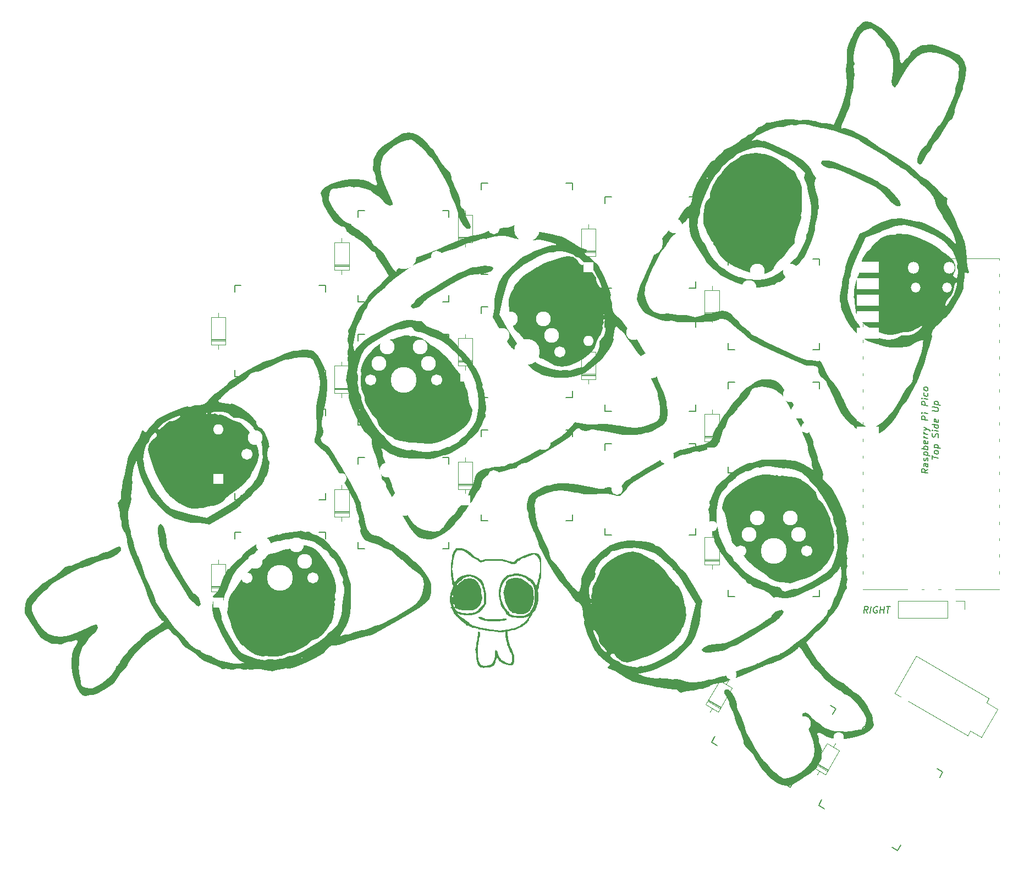
<source format=gto>
G04 #@! TF.GenerationSoftware,KiCad,Pcbnew,7.0.9*
G04 #@! TF.CreationDate,2023-12-11T00:00:06+00:00*
G04 #@! TF.ProjectId,eobard,656f6261-7264-42e6-9b69-6361645f7063,2.2*
G04 #@! TF.SameCoordinates,Original*
G04 #@! TF.FileFunction,Legend,Top*
G04 #@! TF.FilePolarity,Positive*
%FSLAX46Y46*%
G04 Gerber Fmt 4.6, Leading zero omitted, Abs format (unit mm)*
G04 Created by KiCad (PCBNEW 7.0.9) date 2023-12-11 00:00:06*
%MOMM*%
%LPD*%
G01*
G04 APERTURE LIST*
G04 Aperture macros list*
%AMHorizOval*
0 Thick line with rounded ends*
0 $1 width*
0 $2 $3 position (X,Y) of the first rounded end (center of the circle)*
0 $4 $5 position (X,Y) of the second rounded end (center of the circle)*
0 Add line between two ends*
20,1,$1,$2,$3,$4,$5,0*
0 Add two circle primitives to create the rounded ends*
1,1,$1,$2,$3*
1,1,$1,$4,$5*%
%AMRotRect*
0 Rectangle, with rotation*
0 The origin of the aperture is its center*
0 $1 length*
0 $2 width*
0 $3 Rotation angle, in degrees counterclockwise*
0 Add horizontal line*
21,1,$1,$2,0,0,$3*%
G04 Aperture macros list end*
%ADD10C,0.200000*%
%ADD11C,0.150000*%
%ADD12C,0.120000*%
%ADD13C,1.701800*%
%ADD14C,3.987800*%
%ADD15C,2.286000*%
%ADD16R,1.600000X1.600000*%
%ADD17O,1.600000X1.600000*%
%ADD18R,1.700000X1.700000*%
%ADD19O,1.700000X1.700000*%
%ADD20O,1.800000X1.800000*%
%ADD21O,1.500000X1.500000*%
%ADD22R,3.500000X1.700000*%
%ADD23R,1.700000X3.500000*%
%ADD24C,1.600000*%
%ADD25RotRect,1.600000X1.600000X60.000000*%
%ADD26HorizOval,1.600000X0.000000X0.000000X0.000000X0.000000X0*%
G04 APERTURE END LIST*
D10*
X180935149Y-107617219D02*
X180661339Y-107141028D01*
X180363720Y-107617219D02*
X180488720Y-106617219D01*
X180488720Y-106617219D02*
X180869673Y-106617219D01*
X180869673Y-106617219D02*
X180958958Y-106664838D01*
X180958958Y-106664838D02*
X181000625Y-106712457D01*
X181000625Y-106712457D02*
X181036339Y-106807695D01*
X181036339Y-106807695D02*
X181018482Y-106950552D01*
X181018482Y-106950552D02*
X180958958Y-107045790D01*
X180958958Y-107045790D02*
X180905387Y-107093409D01*
X180905387Y-107093409D02*
X180804197Y-107141028D01*
X180804197Y-107141028D02*
X180423244Y-107141028D01*
X181363720Y-107617219D02*
X181488720Y-106617219D01*
X182482768Y-106664838D02*
X182393482Y-106617219D01*
X182393482Y-106617219D02*
X182250625Y-106617219D01*
X182250625Y-106617219D02*
X182101815Y-106664838D01*
X182101815Y-106664838D02*
X181994672Y-106760076D01*
X181994672Y-106760076D02*
X181935148Y-106855314D01*
X181935148Y-106855314D02*
X181863720Y-107045790D01*
X181863720Y-107045790D02*
X181845863Y-107188647D01*
X181845863Y-107188647D02*
X181869672Y-107379123D01*
X181869672Y-107379123D02*
X181905387Y-107474361D01*
X181905387Y-107474361D02*
X181988720Y-107569600D01*
X181988720Y-107569600D02*
X182125625Y-107617219D01*
X182125625Y-107617219D02*
X182220863Y-107617219D01*
X182220863Y-107617219D02*
X182369672Y-107569600D01*
X182369672Y-107569600D02*
X182423244Y-107521980D01*
X182423244Y-107521980D02*
X182464910Y-107188647D01*
X182464910Y-107188647D02*
X182274434Y-107188647D01*
X182839910Y-107617219D02*
X182964910Y-106617219D01*
X182905387Y-107093409D02*
X183476815Y-107093409D01*
X183411339Y-107617219D02*
X183536339Y-106617219D01*
X183869672Y-106617219D02*
X184441101Y-106617219D01*
X184030387Y-107617219D02*
X184155387Y-106617219D01*
X190257219Y-85505952D02*
X189781028Y-85779762D01*
X190257219Y-86077381D02*
X189257219Y-85952381D01*
X189257219Y-85952381D02*
X189257219Y-85571428D01*
X189257219Y-85571428D02*
X189304838Y-85482143D01*
X189304838Y-85482143D02*
X189352457Y-85440476D01*
X189352457Y-85440476D02*
X189447695Y-85404762D01*
X189447695Y-85404762D02*
X189590552Y-85422619D01*
X189590552Y-85422619D02*
X189685790Y-85482143D01*
X189685790Y-85482143D02*
X189733409Y-85535714D01*
X189733409Y-85535714D02*
X189781028Y-85636904D01*
X189781028Y-85636904D02*
X189781028Y-86017857D01*
X190257219Y-84648809D02*
X189733409Y-84583333D01*
X189733409Y-84583333D02*
X189638171Y-84619047D01*
X189638171Y-84619047D02*
X189590552Y-84708333D01*
X189590552Y-84708333D02*
X189590552Y-84898809D01*
X189590552Y-84898809D02*
X189638171Y-85000000D01*
X190209600Y-84642857D02*
X190257219Y-84744047D01*
X190257219Y-84744047D02*
X190257219Y-84982143D01*
X190257219Y-84982143D02*
X190209600Y-85071428D01*
X190209600Y-85071428D02*
X190114361Y-85107143D01*
X190114361Y-85107143D02*
X190019123Y-85095238D01*
X190019123Y-85095238D02*
X189923885Y-85035714D01*
X189923885Y-85035714D02*
X189876266Y-84934524D01*
X189876266Y-84934524D02*
X189876266Y-84696428D01*
X189876266Y-84696428D02*
X189828647Y-84595238D01*
X190209600Y-84214285D02*
X190257219Y-84125000D01*
X190257219Y-84125000D02*
X190257219Y-83934523D01*
X190257219Y-83934523D02*
X190209600Y-83833333D01*
X190209600Y-83833333D02*
X190114361Y-83773809D01*
X190114361Y-83773809D02*
X190066742Y-83767857D01*
X190066742Y-83767857D02*
X189971504Y-83803571D01*
X189971504Y-83803571D02*
X189923885Y-83892857D01*
X189923885Y-83892857D02*
X189923885Y-84035714D01*
X189923885Y-84035714D02*
X189876266Y-84125000D01*
X189876266Y-84125000D02*
X189781028Y-84160714D01*
X189781028Y-84160714D02*
X189733409Y-84154762D01*
X189733409Y-84154762D02*
X189638171Y-84095238D01*
X189638171Y-84095238D02*
X189590552Y-83994047D01*
X189590552Y-83994047D02*
X189590552Y-83851190D01*
X189590552Y-83851190D02*
X189638171Y-83761904D01*
X189590552Y-83279761D02*
X190590552Y-83404761D01*
X189638171Y-83285714D02*
X189590552Y-83184523D01*
X189590552Y-83184523D02*
X189590552Y-82994047D01*
X189590552Y-82994047D02*
X189638171Y-82904761D01*
X189638171Y-82904761D02*
X189685790Y-82863095D01*
X189685790Y-82863095D02*
X189781028Y-82827380D01*
X189781028Y-82827380D02*
X190066742Y-82863095D01*
X190066742Y-82863095D02*
X190161980Y-82922618D01*
X190161980Y-82922618D02*
X190209600Y-82976190D01*
X190209600Y-82976190D02*
X190257219Y-83077380D01*
X190257219Y-83077380D02*
X190257219Y-83267857D01*
X190257219Y-83267857D02*
X190209600Y-83357142D01*
X190257219Y-82458333D02*
X189257219Y-82333333D01*
X189638171Y-82380952D02*
X189590552Y-82279761D01*
X189590552Y-82279761D02*
X189590552Y-82089285D01*
X189590552Y-82089285D02*
X189638171Y-81999999D01*
X189638171Y-81999999D02*
X189685790Y-81958333D01*
X189685790Y-81958333D02*
X189781028Y-81922618D01*
X189781028Y-81922618D02*
X190066742Y-81958333D01*
X190066742Y-81958333D02*
X190161980Y-82017856D01*
X190161980Y-82017856D02*
X190209600Y-82071428D01*
X190209600Y-82071428D02*
X190257219Y-82172618D01*
X190257219Y-82172618D02*
X190257219Y-82363095D01*
X190257219Y-82363095D02*
X190209600Y-82452380D01*
X190209600Y-81166666D02*
X190257219Y-81267856D01*
X190257219Y-81267856D02*
X190257219Y-81458333D01*
X190257219Y-81458333D02*
X190209600Y-81547618D01*
X190209600Y-81547618D02*
X190114361Y-81583333D01*
X190114361Y-81583333D02*
X189733409Y-81535714D01*
X189733409Y-81535714D02*
X189638171Y-81476190D01*
X189638171Y-81476190D02*
X189590552Y-81374999D01*
X189590552Y-81374999D02*
X189590552Y-81184523D01*
X189590552Y-81184523D02*
X189638171Y-81095237D01*
X189638171Y-81095237D02*
X189733409Y-81059523D01*
X189733409Y-81059523D02*
X189828647Y-81071428D01*
X189828647Y-81071428D02*
X189923885Y-81559523D01*
X190257219Y-80696428D02*
X189590552Y-80613094D01*
X189781028Y-80636904D02*
X189685790Y-80577380D01*
X189685790Y-80577380D02*
X189638171Y-80523809D01*
X189638171Y-80523809D02*
X189590552Y-80422618D01*
X189590552Y-80422618D02*
X189590552Y-80327380D01*
X190257219Y-80077380D02*
X189590552Y-79994046D01*
X189781028Y-80017856D02*
X189685790Y-79958332D01*
X189685790Y-79958332D02*
X189638171Y-79904761D01*
X189638171Y-79904761D02*
X189590552Y-79803570D01*
X189590552Y-79803570D02*
X189590552Y-79708332D01*
X189590552Y-79470236D02*
X190257219Y-79315475D01*
X189590552Y-78994046D02*
X190257219Y-79315475D01*
X190257219Y-79315475D02*
X190495314Y-79440475D01*
X190495314Y-79440475D02*
X190542933Y-79494046D01*
X190542933Y-79494046D02*
X190590552Y-79595236D01*
X190257219Y-77934522D02*
X189257219Y-77809522D01*
X189257219Y-77809522D02*
X189257219Y-77428569D01*
X189257219Y-77428569D02*
X189304838Y-77339284D01*
X189304838Y-77339284D02*
X189352457Y-77297617D01*
X189352457Y-77297617D02*
X189447695Y-77261903D01*
X189447695Y-77261903D02*
X189590552Y-77279760D01*
X189590552Y-77279760D02*
X189685790Y-77339284D01*
X189685790Y-77339284D02*
X189733409Y-77392855D01*
X189733409Y-77392855D02*
X189781028Y-77494045D01*
X189781028Y-77494045D02*
X189781028Y-77874998D01*
X190257219Y-76934522D02*
X189590552Y-76851188D01*
X189257219Y-76809522D02*
X189304838Y-76863093D01*
X189304838Y-76863093D02*
X189352457Y-76821426D01*
X189352457Y-76821426D02*
X189304838Y-76767855D01*
X189304838Y-76767855D02*
X189257219Y-76809522D01*
X189257219Y-76809522D02*
X189352457Y-76821426D01*
X190257219Y-75696427D02*
X189257219Y-75571427D01*
X189257219Y-75571427D02*
X189257219Y-75190474D01*
X189257219Y-75190474D02*
X189304838Y-75101189D01*
X189304838Y-75101189D02*
X189352457Y-75059522D01*
X189352457Y-75059522D02*
X189447695Y-75023808D01*
X189447695Y-75023808D02*
X189590552Y-75041665D01*
X189590552Y-75041665D02*
X189685790Y-75101189D01*
X189685790Y-75101189D02*
X189733409Y-75154760D01*
X189733409Y-75154760D02*
X189781028Y-75255950D01*
X189781028Y-75255950D02*
X189781028Y-75636903D01*
X190257219Y-74696427D02*
X189590552Y-74613093D01*
X189257219Y-74571427D02*
X189304838Y-74624998D01*
X189304838Y-74624998D02*
X189352457Y-74583331D01*
X189352457Y-74583331D02*
X189304838Y-74529760D01*
X189304838Y-74529760D02*
X189257219Y-74571427D01*
X189257219Y-74571427D02*
X189352457Y-74583331D01*
X190209600Y-73785713D02*
X190257219Y-73886903D01*
X190257219Y-73886903D02*
X190257219Y-74077380D01*
X190257219Y-74077380D02*
X190209600Y-74166665D01*
X190209600Y-74166665D02*
X190161980Y-74208332D01*
X190161980Y-74208332D02*
X190066742Y-74244046D01*
X190066742Y-74244046D02*
X189781028Y-74208332D01*
X189781028Y-74208332D02*
X189685790Y-74148808D01*
X189685790Y-74148808D02*
X189638171Y-74095237D01*
X189638171Y-74095237D02*
X189590552Y-73994046D01*
X189590552Y-73994046D02*
X189590552Y-73803570D01*
X189590552Y-73803570D02*
X189638171Y-73714284D01*
X190257219Y-73220237D02*
X190209600Y-73309522D01*
X190209600Y-73309522D02*
X190161980Y-73351189D01*
X190161980Y-73351189D02*
X190066742Y-73386903D01*
X190066742Y-73386903D02*
X189781028Y-73351189D01*
X189781028Y-73351189D02*
X189685790Y-73291665D01*
X189685790Y-73291665D02*
X189638171Y-73238094D01*
X189638171Y-73238094D02*
X189590552Y-73136903D01*
X189590552Y-73136903D02*
X189590552Y-72994046D01*
X189590552Y-72994046D02*
X189638171Y-72904760D01*
X189638171Y-72904760D02*
X189685790Y-72863094D01*
X189685790Y-72863094D02*
X189781028Y-72827379D01*
X189781028Y-72827379D02*
X190066742Y-72863094D01*
X190066742Y-72863094D02*
X190161980Y-72922617D01*
X190161980Y-72922617D02*
X190209600Y-72976189D01*
X190209600Y-72976189D02*
X190257219Y-73077379D01*
X190257219Y-73077379D02*
X190257219Y-73220237D01*
X190867219Y-83904762D02*
X190867219Y-83333333D01*
X191867219Y-83744048D02*
X190867219Y-83619048D01*
X191867219Y-82982143D02*
X191819600Y-83071428D01*
X191819600Y-83071428D02*
X191771980Y-83113095D01*
X191771980Y-83113095D02*
X191676742Y-83148809D01*
X191676742Y-83148809D02*
X191391028Y-83113095D01*
X191391028Y-83113095D02*
X191295790Y-83053571D01*
X191295790Y-83053571D02*
X191248171Y-83000000D01*
X191248171Y-83000000D02*
X191200552Y-82898809D01*
X191200552Y-82898809D02*
X191200552Y-82755952D01*
X191200552Y-82755952D02*
X191248171Y-82666666D01*
X191248171Y-82666666D02*
X191295790Y-82625000D01*
X191295790Y-82625000D02*
X191391028Y-82589285D01*
X191391028Y-82589285D02*
X191676742Y-82625000D01*
X191676742Y-82625000D02*
X191771980Y-82684523D01*
X191771980Y-82684523D02*
X191819600Y-82738095D01*
X191819600Y-82738095D02*
X191867219Y-82839285D01*
X191867219Y-82839285D02*
X191867219Y-82982143D01*
X191200552Y-82136904D02*
X192200552Y-82261904D01*
X191248171Y-82142857D02*
X191200552Y-82041666D01*
X191200552Y-82041666D02*
X191200552Y-81851190D01*
X191200552Y-81851190D02*
X191248171Y-81761904D01*
X191248171Y-81761904D02*
X191295790Y-81720238D01*
X191295790Y-81720238D02*
X191391028Y-81684523D01*
X191391028Y-81684523D02*
X191676742Y-81720238D01*
X191676742Y-81720238D02*
X191771980Y-81779761D01*
X191771980Y-81779761D02*
X191819600Y-81833333D01*
X191819600Y-81833333D02*
X191867219Y-81934523D01*
X191867219Y-81934523D02*
X191867219Y-82125000D01*
X191867219Y-82125000D02*
X191819600Y-82214285D01*
X191819600Y-80595237D02*
X191867219Y-80458333D01*
X191867219Y-80458333D02*
X191867219Y-80220237D01*
X191867219Y-80220237D02*
X191819600Y-80119047D01*
X191819600Y-80119047D02*
X191771980Y-80065475D01*
X191771980Y-80065475D02*
X191676742Y-80005952D01*
X191676742Y-80005952D02*
X191581504Y-79994047D01*
X191581504Y-79994047D02*
X191486266Y-80029761D01*
X191486266Y-80029761D02*
X191438647Y-80071428D01*
X191438647Y-80071428D02*
X191391028Y-80160714D01*
X191391028Y-80160714D02*
X191343409Y-80345237D01*
X191343409Y-80345237D02*
X191295790Y-80434523D01*
X191295790Y-80434523D02*
X191248171Y-80476190D01*
X191248171Y-80476190D02*
X191152933Y-80511904D01*
X191152933Y-80511904D02*
X191057695Y-80499999D01*
X191057695Y-80499999D02*
X190962457Y-80440475D01*
X190962457Y-80440475D02*
X190914838Y-80386904D01*
X190914838Y-80386904D02*
X190867219Y-80285714D01*
X190867219Y-80285714D02*
X190867219Y-80047618D01*
X190867219Y-80047618D02*
X190914838Y-79910714D01*
X191867219Y-79601190D02*
X191200552Y-79517856D01*
X190867219Y-79476190D02*
X190914838Y-79529761D01*
X190914838Y-79529761D02*
X190962457Y-79488094D01*
X190962457Y-79488094D02*
X190914838Y-79434523D01*
X190914838Y-79434523D02*
X190867219Y-79476190D01*
X190867219Y-79476190D02*
X190962457Y-79488094D01*
X191867219Y-78696428D02*
X190867219Y-78571428D01*
X191819600Y-78690476D02*
X191867219Y-78791666D01*
X191867219Y-78791666D02*
X191867219Y-78982143D01*
X191867219Y-78982143D02*
X191819600Y-79071428D01*
X191819600Y-79071428D02*
X191771980Y-79113095D01*
X191771980Y-79113095D02*
X191676742Y-79148809D01*
X191676742Y-79148809D02*
X191391028Y-79113095D01*
X191391028Y-79113095D02*
X191295790Y-79053571D01*
X191295790Y-79053571D02*
X191248171Y-79000000D01*
X191248171Y-79000000D02*
X191200552Y-78898809D01*
X191200552Y-78898809D02*
X191200552Y-78708333D01*
X191200552Y-78708333D02*
X191248171Y-78619047D01*
X191819600Y-77833333D02*
X191867219Y-77934523D01*
X191867219Y-77934523D02*
X191867219Y-78125000D01*
X191867219Y-78125000D02*
X191819600Y-78214285D01*
X191819600Y-78214285D02*
X191724361Y-78250000D01*
X191724361Y-78250000D02*
X191343409Y-78202381D01*
X191343409Y-78202381D02*
X191248171Y-78142857D01*
X191248171Y-78142857D02*
X191200552Y-78041666D01*
X191200552Y-78041666D02*
X191200552Y-77851190D01*
X191200552Y-77851190D02*
X191248171Y-77761904D01*
X191248171Y-77761904D02*
X191343409Y-77726190D01*
X191343409Y-77726190D02*
X191438647Y-77738095D01*
X191438647Y-77738095D02*
X191533885Y-78226190D01*
X190867219Y-76476190D02*
X191676742Y-76577380D01*
X191676742Y-76577380D02*
X191771980Y-76541666D01*
X191771980Y-76541666D02*
X191819600Y-76499999D01*
X191819600Y-76499999D02*
X191867219Y-76410713D01*
X191867219Y-76410713D02*
X191867219Y-76220237D01*
X191867219Y-76220237D02*
X191819600Y-76119047D01*
X191819600Y-76119047D02*
X191771980Y-76065475D01*
X191771980Y-76065475D02*
X191676742Y-76005952D01*
X191676742Y-76005952D02*
X190867219Y-75904761D01*
X191200552Y-75470237D02*
X192200552Y-75595237D01*
X191248171Y-75476190D02*
X191200552Y-75374999D01*
X191200552Y-75374999D02*
X191200552Y-75184523D01*
X191200552Y-75184523D02*
X191248171Y-75095237D01*
X191248171Y-75095237D02*
X191295790Y-75053571D01*
X191295790Y-75053571D02*
X191391028Y-75017856D01*
X191391028Y-75017856D02*
X191676742Y-75053571D01*
X191676742Y-75053571D02*
X191771980Y-75113094D01*
X191771980Y-75113094D02*
X191819600Y-75166666D01*
X191819600Y-75166666D02*
X191867219Y-75267856D01*
X191867219Y-75267856D02*
X191867219Y-75458333D01*
X191867219Y-75458333D02*
X191819600Y-75547618D01*
D11*
X102500000Y-45695000D02*
X103500000Y-45695000D01*
X102500000Y-46695000D02*
X102500000Y-45695000D01*
X102500000Y-59695000D02*
X102500000Y-58695000D01*
X103500000Y-59695000D02*
X102500000Y-59695000D01*
X115500000Y-45695000D02*
X116500000Y-45695000D01*
X116500000Y-45695000D02*
X116500000Y-46695000D01*
X116500000Y-58695000D02*
X116500000Y-59695000D01*
X116500000Y-59695000D02*
X115500000Y-59695000D01*
X121500000Y-60445000D02*
X122500000Y-60445000D01*
X121500000Y-61445000D02*
X121500000Y-60445000D01*
X121500000Y-74445000D02*
X121500000Y-73445000D01*
X122500000Y-74445000D02*
X121500000Y-74445000D01*
X134500000Y-60445000D02*
X135500000Y-60445000D01*
X135500000Y-60445000D02*
X135500000Y-61445000D01*
X135500000Y-73445000D02*
X135500000Y-74445000D01*
X135500000Y-74445000D02*
X134500000Y-74445000D01*
X102500000Y-64695000D02*
X103500000Y-64695000D01*
X102500000Y-65695000D02*
X102500000Y-64695000D01*
X102500000Y-78695000D02*
X102500000Y-77695000D01*
X103500000Y-78695000D02*
X102500000Y-78695000D01*
X115500000Y-64695000D02*
X116500000Y-64695000D01*
X116500000Y-64695000D02*
X116500000Y-65695000D01*
X116500000Y-77695000D02*
X116500000Y-78695000D01*
X116500000Y-78695000D02*
X115500000Y-78695000D01*
X159500000Y-91070000D02*
X160500000Y-91070000D01*
X159500000Y-92070000D02*
X159500000Y-91070000D01*
X159500000Y-105070000D02*
X159500000Y-104070000D01*
X160500000Y-105070000D02*
X159500000Y-105070000D01*
X172500000Y-91070000D02*
X173500000Y-91070000D01*
X173500000Y-91070000D02*
X173500000Y-92070000D01*
X173500000Y-104070000D02*
X173500000Y-105070000D01*
X173500000Y-105070000D02*
X172500000Y-105070000D01*
X140500000Y-81570000D02*
X141500000Y-81570000D01*
X140500000Y-82570000D02*
X140500000Y-81570000D01*
X140500000Y-95570000D02*
X140500000Y-94570000D01*
X141500000Y-95570000D02*
X140500000Y-95570000D01*
X153500000Y-81570000D02*
X154500000Y-81570000D01*
X154500000Y-81570000D02*
X154500000Y-82570000D01*
X154500000Y-94570000D02*
X154500000Y-95570000D01*
X154500000Y-95570000D02*
X153500000Y-95570000D01*
D12*
X119000000Y-70205000D02*
X119000000Y-69555000D01*
X117880000Y-69555000D02*
X120120000Y-69555000D01*
X120120000Y-69555000D02*
X120120000Y-65315000D01*
X117880000Y-68955000D02*
X120120000Y-68955000D01*
X117880000Y-68835000D02*
X120120000Y-68835000D01*
X117880000Y-68715000D02*
X120120000Y-68715000D01*
X117880000Y-65315000D02*
X117880000Y-69555000D01*
X120120000Y-65315000D02*
X117880000Y-65315000D01*
X119000000Y-64665000D02*
X119000000Y-65315000D01*
X100000000Y-55455000D02*
X100000000Y-54805000D01*
X98880000Y-54805000D02*
X101120000Y-54805000D01*
X101120000Y-54805000D02*
X101120000Y-50565000D01*
X98880000Y-54205000D02*
X101120000Y-54205000D01*
X98880000Y-54085000D02*
X101120000Y-54085000D01*
X98880000Y-53965000D02*
X101120000Y-53965000D01*
X98880000Y-50565000D02*
X98880000Y-54805000D01*
X101120000Y-50565000D02*
X98880000Y-50565000D01*
X100000000Y-49915000D02*
X100000000Y-50565000D01*
D11*
X140500000Y-43570000D02*
X141500000Y-43570000D01*
X140500000Y-44570000D02*
X140500000Y-43570000D01*
X140500000Y-57570000D02*
X140500000Y-56570000D01*
X141500000Y-57570000D02*
X140500000Y-57570000D01*
X153500000Y-43570000D02*
X154500000Y-43570000D01*
X154500000Y-43570000D02*
X154500000Y-44570000D01*
X154500000Y-56570000D02*
X154500000Y-57570000D01*
X154500000Y-57570000D02*
X153500000Y-57570000D01*
X140500000Y-62570000D02*
X141500000Y-62570000D01*
X140500000Y-63570000D02*
X140500000Y-62570000D01*
X140500000Y-76570000D02*
X140500000Y-75570000D01*
X141500000Y-76570000D02*
X140500000Y-76570000D01*
X153500000Y-62570000D02*
X154500000Y-62570000D01*
X154500000Y-62570000D02*
X154500000Y-63570000D01*
X154500000Y-75570000D02*
X154500000Y-76570000D01*
X154500000Y-76570000D02*
X153500000Y-76570000D01*
D12*
X119000000Y-89205000D02*
X119000000Y-88555000D01*
X117880000Y-88555000D02*
X120120000Y-88555000D01*
X120120000Y-88555000D02*
X120120000Y-84315000D01*
X117880000Y-87955000D02*
X120120000Y-87955000D01*
X117880000Y-87835000D02*
X120120000Y-87835000D01*
X117880000Y-87715000D02*
X120120000Y-87715000D01*
X117880000Y-84315000D02*
X117880000Y-88555000D01*
X120120000Y-84315000D02*
X117880000Y-84315000D01*
X119000000Y-83665000D02*
X119000000Y-84315000D01*
X138000000Y-53330000D02*
X138000000Y-52680000D01*
X136880000Y-52680000D02*
X139120000Y-52680000D01*
X139120000Y-52680000D02*
X139120000Y-48440000D01*
X136880000Y-52080000D02*
X139120000Y-52080000D01*
X136880000Y-51960000D02*
X139120000Y-51960000D01*
X136880000Y-51840000D02*
X139120000Y-51840000D01*
X136880000Y-48440000D02*
X136880000Y-52680000D01*
X139120000Y-48440000D02*
X136880000Y-48440000D01*
X138000000Y-47790000D02*
X138000000Y-48440000D01*
X195884000Y-105731000D02*
X195884000Y-107061000D01*
X194554000Y-105731000D02*
X195884000Y-105731000D01*
X193284000Y-105731000D02*
X185604000Y-105731000D01*
X193284000Y-105731000D02*
X193284000Y-108391000D01*
X185604000Y-105731000D02*
X185604000Y-108391000D01*
X193284000Y-108391000D02*
X185604000Y-108391000D01*
X180254000Y-52986000D02*
X180254000Y-53286000D01*
X180254000Y-52986000D02*
X201254000Y-52986000D01*
X180254000Y-55386000D02*
X180254000Y-55786000D01*
X180254000Y-55653000D02*
X183261000Y-55653000D01*
X180254000Y-57986000D02*
X180254000Y-58386000D01*
X180254000Y-60486000D02*
X180254000Y-60886000D01*
X180254000Y-63086000D02*
X180254000Y-63486000D01*
X180254000Y-65586000D02*
X180254000Y-65986000D01*
X180254000Y-68086000D02*
X180254000Y-68486000D01*
X180254000Y-70686000D02*
X180254000Y-71086000D01*
X180254000Y-73186000D02*
X180254000Y-73586000D01*
X180254000Y-75786000D02*
X180254000Y-76186000D01*
X180254000Y-78286000D02*
X180254000Y-78686000D01*
X180254000Y-80786000D02*
X180254000Y-81186000D01*
X180254000Y-83386000D02*
X180254000Y-83786000D01*
X180254000Y-85886000D02*
X180254000Y-86286000D01*
X180254000Y-88486000D02*
X180254000Y-88886000D01*
X180254000Y-90986000D02*
X180254000Y-91386000D01*
X180254000Y-93586000D02*
X180254000Y-93986000D01*
X180254000Y-96086000D02*
X180254000Y-96486000D01*
X180254000Y-98586000D02*
X180254000Y-98986000D01*
X180254000Y-101186000D02*
X180254000Y-101586000D01*
X183261000Y-55653000D02*
X183261000Y-52986000D01*
X187054000Y-103986000D02*
X180254000Y-103986000D01*
X189254000Y-103986000D02*
X189654000Y-103986000D01*
X191854000Y-103986000D02*
X192254000Y-103986000D01*
X201254000Y-52986000D02*
X201254000Y-53286000D01*
X201254000Y-55386000D02*
X201254000Y-55786000D01*
X201254000Y-57986000D02*
X201254000Y-58386000D01*
X201254000Y-60486000D02*
X201254000Y-60886000D01*
X201254000Y-63086000D02*
X201254000Y-63486000D01*
X201254000Y-65586000D02*
X201254000Y-65986000D01*
X201254000Y-68086000D02*
X201254000Y-68486000D01*
X201254000Y-70686000D02*
X201254000Y-71086000D01*
X201254000Y-73186000D02*
X201254000Y-73586000D01*
X201254000Y-75786000D02*
X201254000Y-76186000D01*
X201254000Y-78286000D02*
X201254000Y-78686000D01*
X201254000Y-80786000D02*
X201254000Y-81186000D01*
X201254000Y-83386000D02*
X201254000Y-83786000D01*
X201254000Y-85886000D02*
X201254000Y-86286000D01*
X201254000Y-88486000D02*
X201254000Y-88886000D01*
X201254000Y-90986000D02*
X201254000Y-91386000D01*
X201254000Y-93586000D02*
X201254000Y-93986000D01*
X201254000Y-96086000D02*
X201254000Y-96486000D01*
X201254000Y-98586000D02*
X201254000Y-98986000D01*
X201254000Y-101186000D02*
X201254000Y-101586000D01*
X201254000Y-103986000D02*
X194454000Y-103986000D01*
D11*
X180413822Y-125110822D02*
X181279848Y-125610822D01*
X179913822Y-125976848D02*
X180413822Y-125110822D01*
X173413822Y-137235178D02*
X173913822Y-136369152D01*
X174279848Y-137735178D02*
X173413822Y-137235178D01*
X191672152Y-131610822D02*
X192538178Y-132110822D01*
X192538178Y-132110822D02*
X192038178Y-132976848D01*
X186038178Y-143369152D02*
X185538178Y-144235178D01*
X185538178Y-144235178D02*
X184672152Y-143735178D01*
X83500000Y-57195000D02*
X84500000Y-57195000D01*
X83500000Y-58195000D02*
X83500000Y-57195000D01*
X83500000Y-71195000D02*
X83500000Y-70195000D01*
X84500000Y-71195000D02*
X83500000Y-71195000D01*
X96500000Y-57195000D02*
X97500000Y-57195000D01*
X97500000Y-57195000D02*
X97500000Y-58195000D01*
X97500000Y-70195000D02*
X97500000Y-71195000D01*
X97500000Y-71195000D02*
X96500000Y-71195000D01*
D12*
X119000000Y-51205000D02*
X119000000Y-50555000D01*
X117880000Y-50555000D02*
X120120000Y-50555000D01*
X120120000Y-50555000D02*
X120120000Y-46315000D01*
X117880000Y-49955000D02*
X120120000Y-49955000D01*
X117880000Y-49835000D02*
X120120000Y-49835000D01*
X117880000Y-49715000D02*
X120120000Y-49715000D01*
X117880000Y-46315000D02*
X117880000Y-50555000D01*
X120120000Y-46315000D02*
X117880000Y-46315000D01*
X119000000Y-45665000D02*
X119000000Y-46315000D01*
D11*
X83500000Y-76195000D02*
X84500000Y-76195000D01*
X83500000Y-77195000D02*
X83500000Y-76195000D01*
X83500000Y-90195000D02*
X83500000Y-89195000D01*
X84500000Y-90195000D02*
X83500000Y-90195000D01*
X96500000Y-76195000D02*
X97500000Y-76195000D01*
X97500000Y-76195000D02*
X97500000Y-77195000D01*
X97500000Y-89195000D02*
X97500000Y-90195000D01*
X97500000Y-90195000D02*
X96500000Y-90195000D01*
X102500000Y-83695000D02*
X103500000Y-83695000D01*
X102500000Y-84695000D02*
X102500000Y-83695000D01*
X102500000Y-97695000D02*
X102500000Y-96695000D01*
X103500000Y-97695000D02*
X102500000Y-97695000D01*
X115500000Y-83695000D02*
X116500000Y-83695000D01*
X116500000Y-83695000D02*
X116500000Y-84695000D01*
X116500000Y-96695000D02*
X116500000Y-97695000D01*
X116500000Y-97695000D02*
X115500000Y-97695000D01*
X159500000Y-72070000D02*
X160500000Y-72070000D01*
X159500000Y-73070000D02*
X159500000Y-72070000D01*
X159500000Y-86070000D02*
X159500000Y-85070000D01*
X160500000Y-86070000D02*
X159500000Y-86070000D01*
X172500000Y-72070000D02*
X173500000Y-72070000D01*
X173500000Y-72070000D02*
X173500000Y-73070000D01*
X173500000Y-85070000D02*
X173500000Y-86070000D01*
X173500000Y-86070000D02*
X172500000Y-86070000D01*
G36*
X174360617Y-37930826D02*
G01*
X174786649Y-37975844D01*
X174977016Y-37964402D01*
X175302294Y-38023083D01*
X175899455Y-38216283D01*
X176673630Y-38511060D01*
X177274213Y-38761999D01*
X178327590Y-39218536D01*
X179470940Y-39714608D01*
X180512194Y-40166864D01*
X180853086Y-40315087D01*
X181604503Y-40659877D01*
X182211210Y-40971654D01*
X182578456Y-41200347D01*
X182637602Y-41258143D01*
X182904753Y-41486914D01*
X183383963Y-41767954D01*
X183531056Y-41840275D01*
X184016456Y-42103406D01*
X184312757Y-42329125D01*
X184344081Y-42376278D01*
X184562661Y-42655448D01*
X184620214Y-42698348D01*
X184861498Y-42922580D01*
X185249947Y-43345554D01*
X185507043Y-43644708D01*
X185914562Y-44239860D01*
X186059581Y-44697923D01*
X185950123Y-44964688D01*
X185594209Y-44985941D01*
X185323341Y-44886165D01*
X185027898Y-44716703D01*
X184696159Y-44447342D01*
X184272096Y-44022580D01*
X183699675Y-43386913D01*
X183051912Y-42636143D01*
X182736818Y-42394699D01*
X182138087Y-42043118D01*
X181325661Y-41613713D01*
X180369482Y-41138802D01*
X179339491Y-40650700D01*
X178305633Y-40181721D01*
X177337849Y-39764181D01*
X176506081Y-39430396D01*
X175880271Y-39212681D01*
X175530363Y-39143352D01*
X175503551Y-39148575D01*
X175076432Y-39155186D01*
X174556366Y-38984295D01*
X174087551Y-38708589D01*
X173814186Y-38400761D01*
X173791814Y-38285693D01*
X173921877Y-37939739D01*
X174280722Y-37909512D01*
X174360617Y-37930826D01*
G37*
G36*
X164316061Y-36857617D02*
G01*
X164354510Y-36873643D01*
X164742219Y-36952349D01*
X164903822Y-36909116D01*
X165179197Y-36924424D01*
X165690960Y-37092446D01*
X166327967Y-37361569D01*
X166979075Y-37680184D01*
X167533140Y-37996679D01*
X167879019Y-38259441D01*
X167919039Y-38309291D01*
X168193487Y-38582204D01*
X168684219Y-38953804D01*
X169028888Y-39181781D01*
X169694465Y-39682643D01*
X169987003Y-40123552D01*
X170001443Y-40196204D01*
X170124994Y-40585617D01*
X170252851Y-40727463D01*
X170471721Y-41000252D01*
X170675387Y-41518673D01*
X170818978Y-42128713D01*
X170857628Y-42676351D01*
X170848007Y-42770393D01*
X170816095Y-43249553D01*
X170813205Y-43952745D01*
X170831403Y-44528055D01*
X170841365Y-45236563D01*
X170806010Y-45809948D01*
X170748958Y-46076486D01*
X170681910Y-46432535D01*
X170717784Y-46551525D01*
X170704904Y-46805487D01*
X170572115Y-47331292D01*
X170346054Y-48028581D01*
X170268588Y-48243826D01*
X170010149Y-49017245D01*
X169830340Y-49693725D01*
X169760904Y-50149777D01*
X169763613Y-50208433D01*
X169699797Y-50661934D01*
X169418399Y-50972330D01*
X169054859Y-51346178D01*
X168642357Y-51879770D01*
X168533077Y-52041628D01*
X168187994Y-52529870D01*
X167898901Y-52866799D01*
X167827096Y-52926139D01*
X167363724Y-53305588D01*
X166907441Y-53813869D01*
X166578576Y-54306424D01*
X166493585Y-54528176D01*
X166281867Y-54857308D01*
X165746886Y-55151087D01*
X165415115Y-55272259D01*
X164719974Y-55447998D01*
X164059372Y-55456488D01*
X163244130Y-55297295D01*
X163127409Y-55267030D01*
X161659827Y-54788623D01*
X160341324Y-54182306D01*
X159234164Y-53487493D01*
X158400608Y-52743597D01*
X157902920Y-51990031D01*
X157886696Y-51949520D01*
X157646574Y-51429108D01*
X157418389Y-51091843D01*
X157356757Y-51043908D01*
X157205991Y-50829549D01*
X157221603Y-50760210D01*
X157159624Y-50521999D01*
X157098277Y-50482026D01*
X156890194Y-50246745D01*
X156595315Y-49755744D01*
X156271618Y-49127946D01*
X155977081Y-48482269D01*
X155769683Y-47937635D01*
X155705830Y-47625962D01*
X155701206Y-47137691D01*
X155682918Y-46953251D01*
X155663600Y-46364626D01*
X155722315Y-45746448D01*
X155764302Y-45556810D01*
X155813053Y-45208007D01*
X155824637Y-44945546D01*
X155991972Y-44454643D01*
X156298335Y-44072268D01*
X156649861Y-43611544D01*
X156670756Y-43351635D01*
X156701845Y-43044704D01*
X156878213Y-42513418D01*
X157149203Y-41866268D01*
X157464161Y-41211744D01*
X157772433Y-40658337D01*
X158023366Y-40314536D01*
X158116921Y-40254262D01*
X158365538Y-40070543D01*
X158590120Y-39716480D01*
X159052915Y-39048901D01*
X159757944Y-38397691D01*
X160481509Y-37936416D01*
X160996777Y-37618035D01*
X161360808Y-37310382D01*
X161742460Y-37098703D01*
X162377631Y-36925876D01*
X163117500Y-36813612D01*
X163813250Y-36783622D01*
X164316061Y-36857617D01*
G37*
G36*
X181440859Y-16644690D02*
G01*
X182195962Y-17014387D01*
X182988606Y-17559417D01*
X183772227Y-18240032D01*
X184500259Y-19016483D01*
X185126139Y-19849024D01*
X185603302Y-20697908D01*
X185885181Y-21523388D01*
X185937162Y-22166965D01*
X185978391Y-22701812D01*
X186149409Y-22965895D01*
X186387797Y-22912528D01*
X186570957Y-22641039D01*
X186817291Y-22288649D01*
X187012216Y-22171751D01*
X187249249Y-21988307D01*
X187511085Y-21577603D01*
X187533011Y-21531899D01*
X187795229Y-21106311D01*
X188049424Y-20894076D01*
X188068297Y-20890393D01*
X188393534Y-20738837D01*
X188691681Y-20500377D01*
X189116063Y-20235442D01*
X189441045Y-20175677D01*
X189944854Y-20152213D01*
X190265051Y-20088607D01*
X190538429Y-20043337D01*
X190870489Y-20067688D01*
X191329763Y-20180775D01*
X191984781Y-20401711D01*
X192904074Y-20749606D01*
X193564157Y-21008708D01*
X194301193Y-21320523D01*
X194879431Y-21603654D01*
X195205935Y-21811099D01*
X195243983Y-21858274D01*
X195420534Y-22114640D01*
X195456492Y-22137221D01*
X195619137Y-22342939D01*
X195858453Y-22777203D01*
X195925501Y-22915945D01*
X196121749Y-23716268D01*
X196097454Y-24715465D01*
X195858522Y-25782578D01*
X195786894Y-25988853D01*
X195666321Y-26431380D01*
X195660143Y-26683722D01*
X195609852Y-26933106D01*
X195420064Y-27448746D01*
X195126525Y-28137335D01*
X194983402Y-28450301D01*
X194664640Y-29184907D01*
X194446449Y-29789108D01*
X194361049Y-30168664D01*
X194372226Y-30237967D01*
X194382173Y-30541697D01*
X194234775Y-30995571D01*
X194005425Y-31429489D01*
X193769516Y-31673347D01*
X193731307Y-31684032D01*
X193549618Y-31857641D01*
X193234596Y-32302007D01*
X192842134Y-32935471D01*
X192668512Y-33236751D01*
X192251297Y-33936428D01*
X191878065Y-34491616D01*
X191608998Y-34815387D01*
X191544301Y-34860527D01*
X191308191Y-35086734D01*
X191015170Y-35548941D01*
X190891590Y-35794232D01*
X190618391Y-36310567D01*
X190379954Y-36646073D01*
X190305095Y-36704133D01*
X190114931Y-36912122D01*
X189841726Y-37367492D01*
X189667972Y-37712702D01*
X189386691Y-38260706D01*
X189175274Y-38506585D01*
X188960448Y-38521742D01*
X188873461Y-38486955D01*
X188620167Y-38161773D01*
X188619247Y-37706386D01*
X188775028Y-37192007D01*
X189054606Y-36606146D01*
X189385080Y-36072495D01*
X189693544Y-35714752D01*
X189839616Y-35635767D01*
X190019337Y-35463102D01*
X190334738Y-35020565D01*
X190729858Y-34389399D01*
X190906530Y-34086884D01*
X191322446Y-33399284D01*
X191687792Y-32865724D01*
X191944683Y-32568018D01*
X192005942Y-32533036D01*
X192178524Y-32348356D01*
X192462670Y-31873214D01*
X192821150Y-31188455D01*
X193216737Y-30374928D01*
X193612202Y-29513472D01*
X193970315Y-28684937D01*
X194253849Y-27970167D01*
X194425575Y-27450007D01*
X194454244Y-27216330D01*
X194464570Y-26860518D01*
X194624577Y-26357247D01*
X194651661Y-26296805D01*
X194853862Y-25675237D01*
X194923052Y-25078420D01*
X194922827Y-25073457D01*
X194940863Y-24415480D01*
X195001368Y-23936993D01*
X194928340Y-23288691D01*
X194464438Y-22672406D01*
X193620689Y-22098826D01*
X192664881Y-21672302D01*
X191465852Y-21315257D01*
X190407271Y-21228340D01*
X189452206Y-21432288D01*
X188563723Y-21947839D01*
X187704893Y-22795734D01*
X186838782Y-23996710D01*
X186018226Y-25404562D01*
X185617175Y-26110854D01*
X185334732Y-26509004D01*
X185124222Y-26655127D01*
X184993291Y-26636862D01*
X184696593Y-26303282D01*
X184592259Y-25770347D01*
X184705775Y-25225116D01*
X184816359Y-24764061D01*
X184862391Y-24125444D01*
X184859470Y-23926353D01*
X184858861Y-23340599D01*
X184897917Y-22920738D01*
X184920843Y-22840747D01*
X184916290Y-22527712D01*
X184788663Y-21997566D01*
X184586900Y-21392210D01*
X184359932Y-20853546D01*
X184156695Y-20523474D01*
X184109174Y-20487027D01*
X183879741Y-20226444D01*
X183798016Y-20022532D01*
X183601762Y-19670993D01*
X183214827Y-19195280D01*
X182987631Y-18959274D01*
X182488811Y-18455480D01*
X182062287Y-17999272D01*
X181938800Y-17857267D01*
X181684099Y-17624505D01*
X181383476Y-17592238D01*
X180896310Y-17754597D01*
X180767676Y-17808397D01*
X180346571Y-18002042D01*
X180056698Y-18212288D01*
X179825273Y-18533606D01*
X179579518Y-19060471D01*
X179332458Y-19671372D01*
X178958192Y-20819917D01*
X178787483Y-21834526D01*
X178829010Y-22639228D01*
X178954564Y-22981259D01*
X178955976Y-23215703D01*
X178903236Y-23251285D01*
X178828950Y-23466365D01*
X178842642Y-23935319D01*
X178873767Y-24163039D01*
X178930988Y-24761724D01*
X178903147Y-25222535D01*
X178875729Y-25310619D01*
X178797492Y-25738511D01*
X178818245Y-26080552D01*
X178804828Y-26536954D01*
X178682110Y-27188597D01*
X178565901Y-27606366D01*
X178393896Y-28252375D01*
X178311087Y-28777573D01*
X178318423Y-28981417D01*
X178276344Y-29292731D01*
X178093597Y-29869718D01*
X177802753Y-30617510D01*
X177582074Y-31126102D01*
X177180711Y-32050568D01*
X176960855Y-32653954D01*
X176915938Y-32968219D01*
X177039392Y-33025319D01*
X177209769Y-32937748D01*
X177471379Y-32961833D01*
X177992535Y-33135972D01*
X178679118Y-33416675D01*
X179437012Y-33760449D01*
X180172096Y-34123801D01*
X180790254Y-34463241D01*
X181197367Y-34735274D01*
X181283887Y-34820412D01*
X181551376Y-35051089D01*
X182083376Y-35423561D01*
X182794188Y-35879918D01*
X183353443Y-36218966D01*
X184985912Y-37202211D01*
X186290856Y-38027773D01*
X187301148Y-38718681D01*
X188049662Y-39297971D01*
X188569276Y-39788674D01*
X188744233Y-39995854D01*
X189161380Y-40383295D01*
X189752658Y-40765408D01*
X189940599Y-40860311D01*
X190445360Y-41140457D01*
X190755245Y-41397967D01*
X190797844Y-41480727D01*
X190984573Y-41761135D01*
X191137884Y-41859966D01*
X191451629Y-42106558D01*
X191849477Y-42541876D01*
X191962242Y-42685723D01*
X192399853Y-43173645D01*
X192841855Y-43530061D01*
X192932366Y-43579449D01*
X193247693Y-43821901D01*
X193216687Y-44162438D01*
X193199102Y-44201650D01*
X193173826Y-44676308D01*
X193436306Y-45097757D01*
X193706120Y-45505070D01*
X194054683Y-46168781D01*
X194420692Y-46968901D01*
X194545542Y-47268769D01*
X194914273Y-48164014D01*
X195287361Y-49043555D01*
X195597596Y-49749579D01*
X195661138Y-49888416D01*
X195862184Y-50356021D01*
X196002724Y-50803589D01*
X196098450Y-51327489D01*
X196165055Y-52024090D01*
X196218228Y-52989766D01*
X196237323Y-53427037D01*
X196291194Y-54085521D01*
X196379695Y-54594572D01*
X196444160Y-54772211D01*
X196541913Y-55116476D01*
X196378229Y-55282262D01*
X196170245Y-55240374D01*
X195951215Y-55162315D01*
X195858755Y-55265018D01*
X195850432Y-55639081D01*
X195861817Y-55898861D01*
X195845117Y-56441047D01*
X195823435Y-56542593D01*
X195762755Y-56826796D01*
X195708107Y-57261060D01*
X195739538Y-57397783D01*
X195696923Y-57717184D01*
X195471139Y-58271858D01*
X195367581Y-58475829D01*
X195109609Y-58983946D01*
X194659756Y-59775586D01*
X194169002Y-60568918D01*
X193684772Y-61286081D01*
X193254486Y-61849212D01*
X192925570Y-62180453D01*
X192793203Y-62235202D01*
X192552948Y-62374397D01*
X192401347Y-62604165D01*
X192106260Y-62976803D01*
X191641008Y-63347537D01*
X191608404Y-63367833D01*
X191298288Y-63671308D01*
X191052975Y-63911369D01*
X190824609Y-64612147D01*
X190862131Y-65054562D01*
X190827762Y-65373298D01*
X190673071Y-65948721D01*
X190429486Y-66667416D01*
X190374768Y-66813381D01*
X190117777Y-67547377D01*
X189943996Y-68160800D01*
X189884765Y-68539878D01*
X189889145Y-68576432D01*
X189836503Y-68880218D01*
X189635121Y-69462291D01*
X189320125Y-70246421D01*
X188926637Y-71156379D01*
X188489783Y-72115934D01*
X188420192Y-72261796D01*
X188044685Y-73048853D01*
X187626468Y-73878907D01*
X187270256Y-74529866D01*
X187011173Y-74925497D01*
X186927312Y-75004617D01*
X186686925Y-75246253D01*
X186330134Y-75749881D01*
X185921941Y-76420994D01*
X185788822Y-76659831D01*
X185310677Y-77463331D01*
X184840102Y-78127172D01*
X184453898Y-78543856D01*
X184428793Y-78563408D01*
X184022301Y-78909327D01*
X183780001Y-79191847D01*
X183773984Y-79203702D01*
X183485158Y-79514453D01*
X182964103Y-79863346D01*
X182358826Y-80159152D01*
X182055418Y-80262958D01*
X181626220Y-80287601D01*
X181039323Y-80136308D01*
X180228232Y-79797110D01*
X179577908Y-79468825D01*
X179098469Y-79172465D01*
X178885943Y-78968038D01*
X178883236Y-78956593D01*
X178696573Y-78686143D01*
X178488912Y-78552042D01*
X178012898Y-78194960D01*
X177451819Y-77573041D01*
X176881930Y-76789421D01*
X176379483Y-75947237D01*
X176068634Y-75278488D01*
X175728580Y-74454026D01*
X175354845Y-73618793D01*
X175134127Y-73163692D01*
X174835403Y-72564012D01*
X174602599Y-72070221D01*
X174534402Y-71911503D01*
X174249909Y-71551669D01*
X173984464Y-71376044D01*
X173606407Y-71035351D01*
X173370151Y-70532750D01*
X173360167Y-70058793D01*
X173379206Y-70010689D01*
X173287392Y-69822685D01*
X172928127Y-69656984D01*
X172436331Y-69552061D01*
X171946922Y-69546394D01*
X171827414Y-69568144D01*
X171533050Y-69512199D01*
X170941852Y-69302765D01*
X170116410Y-68968998D01*
X169119319Y-68540056D01*
X168013169Y-68045092D01*
X166860551Y-67513265D01*
X165724061Y-66973729D01*
X164666288Y-66455642D01*
X163749824Y-65988158D01*
X163037263Y-65600435D01*
X162591196Y-65321628D01*
X162472771Y-65210647D01*
X162209996Y-64903046D01*
X161748435Y-64521520D01*
X161571093Y-64397693D01*
X161001169Y-63960543D01*
X160517808Y-63494820D01*
X160436176Y-63396995D01*
X159986598Y-62973505D01*
X159389813Y-62587460D01*
X159281441Y-62533832D01*
X158676467Y-62324590D01*
X158183750Y-62368089D01*
X157934553Y-62473936D01*
X157370043Y-62681208D01*
X156881827Y-62754880D01*
X156313101Y-62758497D01*
X156012284Y-62774277D01*
X155445548Y-62819220D01*
X155204071Y-62838010D01*
X154765327Y-62854761D01*
X154120044Y-62861309D01*
X153803644Y-62860008D01*
X153060128Y-62858632D01*
X152370234Y-62865977D01*
X152167943Y-62870902D01*
X151585580Y-62829757D01*
X151147023Y-62712851D01*
X150652408Y-62626696D01*
X150304778Y-62674815D01*
X149826664Y-62679280D01*
X149055547Y-62481018D01*
X148250070Y-62188171D01*
X147447936Y-61860688D01*
X146918344Y-61596073D01*
X146553924Y-61322307D01*
X146247309Y-60967371D01*
X146078267Y-60731417D01*
X145771508Y-60251389D01*
X145565631Y-59795219D01*
X145470779Y-59312979D01*
X145497098Y-58754739D01*
X145552681Y-58513497D01*
X146639094Y-58513497D01*
X146760157Y-59097123D01*
X146967173Y-59737348D01*
X147437499Y-60685503D01*
X148013839Y-61270940D01*
X148731906Y-61524927D01*
X149027742Y-61541276D01*
X149489554Y-61534483D01*
X150099581Y-61521454D01*
X150164879Y-61519843D01*
X150777900Y-61555913D01*
X151274502Y-61668947D01*
X151311373Y-61684657D01*
X151778630Y-61781851D01*
X152378013Y-61769960D01*
X152424234Y-61763696D01*
X153084157Y-61764920D01*
X153686507Y-61912572D01*
X153700418Y-61918892D01*
X154381323Y-62038996D01*
X155039253Y-61879720D01*
X155571280Y-61712680D01*
X155951465Y-61659611D01*
X156014569Y-61672491D01*
X156293859Y-61657174D01*
X156825502Y-61525917D01*
X157408503Y-61336677D01*
X158127148Y-61109269D01*
X158638132Y-61047300D01*
X159096602Y-61144740D01*
X159374266Y-61260287D01*
X159857573Y-61523866D01*
X160140301Y-61760052D01*
X160167899Y-61818800D01*
X160335298Y-62064848D01*
X160712644Y-62396194D01*
X160778866Y-62444712D01*
X161146806Y-62758156D01*
X161297770Y-62990526D01*
X161293564Y-63015692D01*
X161404046Y-63204524D01*
X161764895Y-63514358D01*
X162030524Y-63701009D01*
X162546227Y-64086097D01*
X162915168Y-64443178D01*
X162997148Y-64562992D01*
X163230511Y-64757597D01*
X163770587Y-65078717D01*
X164552634Y-65496124D01*
X165511909Y-65979593D01*
X166583669Y-66498900D01*
X167703170Y-67023818D01*
X168805673Y-67524122D01*
X169826432Y-67969587D01*
X170700707Y-68329988D01*
X171363754Y-68575097D01*
X171750830Y-68674690D01*
X171799946Y-68672633D01*
X172240345Y-68656152D01*
X172802793Y-68737109D01*
X173294868Y-68811545D01*
X173604949Y-68787700D01*
X173614586Y-68782251D01*
X173765173Y-68895592D01*
X173993776Y-69296304D01*
X174208833Y-69793526D01*
X174627557Y-70707364D01*
X175171711Y-71537752D01*
X175850142Y-72343688D01*
X176277845Y-72887301D01*
X176679794Y-73573049D01*
X177117567Y-74509455D01*
X177235393Y-74784938D01*
X177786518Y-75982888D01*
X178327312Y-76888373D01*
X178933577Y-77600740D01*
X179681108Y-78219332D01*
X180046463Y-78469200D01*
X180705211Y-78886802D01*
X181140674Y-79109516D01*
X181457987Y-79176133D01*
X181762289Y-79125440D01*
X181797118Y-79115087D01*
X182378647Y-78829169D01*
X183070665Y-78334659D01*
X183736546Y-77737709D01*
X184115399Y-77313892D01*
X184455863Y-76929074D01*
X184713743Y-76710202D01*
X184893012Y-76494639D01*
X185210697Y-76002819D01*
X185618750Y-75312374D01*
X185985368Y-74655602D01*
X186434600Y-73863258D01*
X186838197Y-73210131D01*
X187146770Y-72772718D01*
X187293996Y-72628752D01*
X187564799Y-72389344D01*
X187804914Y-71974887D01*
X187928122Y-71563425D01*
X187900806Y-71375696D01*
X187926833Y-71134310D01*
X188080298Y-70602560D01*
X188335818Y-69859746D01*
X188657328Y-69012167D01*
X188990321Y-68130146D01*
X189247714Y-67371884D01*
X189403185Y-66820542D01*
X189432337Y-66563721D01*
X189429709Y-66175303D01*
X189491908Y-65984642D01*
X189551425Y-65678224D01*
X189495532Y-65589116D01*
X189189172Y-65610345D01*
X188695246Y-65781704D01*
X188163950Y-66037346D01*
X187745477Y-66311429D01*
X187657604Y-66394852D01*
X187333976Y-66542313D01*
X186729024Y-66660177D01*
X185963615Y-66739547D01*
X185158614Y-66771532D01*
X184434889Y-66747235D01*
X183946236Y-66667965D01*
X183543164Y-66558730D01*
X182906137Y-66394666D01*
X182358296Y-66257343D01*
X180905572Y-65751009D01*
X179702300Y-64987641D01*
X178663930Y-63908020D01*
X178306670Y-63419571D01*
X177704172Y-62474850D01*
X177232331Y-61603111D01*
X176923684Y-60875303D01*
X176810771Y-60362380D01*
X176835969Y-60212653D01*
X176824812Y-59900512D01*
X176779039Y-59840564D01*
X176694677Y-59549818D01*
X176689935Y-59017424D01*
X176703873Y-58879979D01*
X177862243Y-58879979D01*
X177868915Y-59091023D01*
X177964613Y-59678616D01*
X178171432Y-60421836D01*
X178448230Y-61213803D01*
X178753866Y-61947635D01*
X179047197Y-62516451D01*
X179287084Y-62813368D01*
X179305681Y-62823589D01*
X179537231Y-63085146D01*
X179616300Y-63282196D01*
X179835490Y-63616365D01*
X180265324Y-64011130D01*
X180419242Y-64122916D01*
X180899072Y-64494944D01*
X181227252Y-64830489D01*
X181274603Y-64904824D01*
X181531922Y-65124886D01*
X181731776Y-65093056D01*
X182105894Y-65100870D01*
X182635167Y-65261941D01*
X182748521Y-65311714D01*
X183413667Y-65504766D01*
X184182052Y-65559747D01*
X184919755Y-65486220D01*
X185492851Y-65293749D01*
X185720390Y-65099507D01*
X186116457Y-64843877D01*
X186543144Y-64846851D01*
X187168631Y-64872246D01*
X187643678Y-64796169D01*
X188121531Y-64579419D01*
X188627662Y-64246091D01*
X189060755Y-63879204D01*
X189319492Y-63561781D01*
X189338844Y-63407106D01*
X189171604Y-63386619D01*
X189097633Y-63491195D01*
X188815086Y-63711859D01*
X188652199Y-63730936D01*
X188316292Y-63818733D01*
X188234738Y-63910690D01*
X187985116Y-64099139D01*
X187531968Y-64270225D01*
X187071681Y-64362674D01*
X186843047Y-64344899D01*
X186578704Y-64361132D01*
X186057320Y-64471393D01*
X185557589Y-64605041D01*
X184838531Y-64758473D01*
X184144118Y-64765217D01*
X183378302Y-64607302D01*
X182445036Y-64266762D01*
X181505032Y-63846884D01*
X180377504Y-63169437D01*
X180188787Y-62966628D01*
X189787097Y-62966628D01*
X189836184Y-63099856D01*
X189969797Y-63051823D01*
X189920708Y-62918595D01*
X189787097Y-62966628D01*
X180188787Y-62966628D01*
X179602376Y-62336428D01*
X179151439Y-61301832D01*
X179019447Y-60209615D01*
X192931927Y-60209615D01*
X192973801Y-60370115D01*
X193160786Y-60256688D01*
X193458596Y-59873897D01*
X193811598Y-59316101D01*
X194164155Y-58677654D01*
X194460632Y-58052912D01*
X194645394Y-57536230D01*
X194645876Y-57534340D01*
X194719264Y-57049186D01*
X194669531Y-56757490D01*
X194642388Y-56734678D01*
X194468840Y-56844669D01*
X194311649Y-57285721D01*
X194309170Y-57296492D01*
X194170708Y-57895547D01*
X194056687Y-58378363D01*
X193880447Y-58733389D01*
X193715407Y-58839103D01*
X193497877Y-59009632D01*
X193249923Y-59387513D01*
X193038841Y-59833817D01*
X192931927Y-60209615D01*
X179019447Y-60209615D01*
X178996487Y-60019625D01*
X178997914Y-59756124D01*
X178964856Y-59310592D01*
X178868254Y-59088804D01*
X178801897Y-58882596D01*
X178830137Y-58795185D01*
X178895408Y-58445298D01*
X178904475Y-57935513D01*
X178960807Y-57461572D01*
X179137133Y-56746543D01*
X179399968Y-55918732D01*
X179509340Y-55617763D01*
X179779192Y-54853298D01*
X179965610Y-54229135D01*
X180042076Y-53839142D01*
X180032959Y-53764124D01*
X180030432Y-53448569D01*
X180223616Y-52957898D01*
X180544550Y-52418113D01*
X180925275Y-51955217D01*
X181083438Y-51816483D01*
X181512301Y-51411437D01*
X181784779Y-51027945D01*
X182030949Y-50697526D01*
X182206034Y-50604498D01*
X182484341Y-50420396D01*
X182590944Y-50256051D01*
X182864294Y-50003989D01*
X183380281Y-49730029D01*
X183993880Y-49490405D01*
X184560068Y-49341356D01*
X184933823Y-49339116D01*
X184944158Y-49343536D01*
X185216684Y-49341151D01*
X185270671Y-49279321D01*
X185504999Y-49183467D01*
X185900757Y-49208044D01*
X186540859Y-49281731D01*
X187030069Y-49290455D01*
X187508381Y-49372579D01*
X188233028Y-49615224D01*
X189103870Y-49972801D01*
X190020767Y-50399724D01*
X190883582Y-50850407D01*
X191592177Y-51279261D01*
X191904467Y-51509469D01*
X192486304Y-51962998D01*
X193167515Y-52454136D01*
X193380158Y-52598886D01*
X194084065Y-53255881D01*
X194439601Y-54024278D01*
X194425086Y-54842836D01*
X194299423Y-55195528D01*
X194152519Y-55632572D01*
X194260268Y-55876566D01*
X194410576Y-55964555D01*
X194715721Y-56026058D01*
X194811519Y-55771976D01*
X194811814Y-55765474D01*
X194857024Y-55230635D01*
X194884092Y-55026813D01*
X194855829Y-54686887D01*
X194778686Y-54591479D01*
X194703443Y-54377545D01*
X194742595Y-54247511D01*
X194754071Y-53876381D01*
X194618353Y-53288087D01*
X194385353Y-52615926D01*
X194104982Y-51993200D01*
X193827150Y-51553207D01*
X193689735Y-51435586D01*
X193339394Y-51177716D01*
X193233046Y-51021452D01*
X192901775Y-50590865D01*
X192255029Y-50088505D01*
X191364733Y-49553985D01*
X190302814Y-49026919D01*
X189141198Y-48546920D01*
X188109437Y-48199618D01*
X187323131Y-47989174D01*
X186645577Y-47885418D01*
X185986745Y-47900730D01*
X185256613Y-48047489D01*
X184365155Y-48338074D01*
X183222344Y-48784863D01*
X182903806Y-48915419D01*
X180674819Y-49833731D01*
X179472454Y-52454669D01*
X178976602Y-53572091D01*
X178618447Y-54457538D01*
X178413571Y-55069648D01*
X178376398Y-55364138D01*
X178349861Y-55741950D01*
X178267633Y-55859310D01*
X178116319Y-56219426D01*
X178127298Y-56373838D01*
X178128157Y-56763029D01*
X178033267Y-57319834D01*
X178009269Y-57416099D01*
X177899212Y-58094258D01*
X177862243Y-58879979D01*
X176703873Y-58879979D01*
X176753423Y-58391377D01*
X176873752Y-57819673D01*
X176951377Y-57601116D01*
X177047697Y-57209199D01*
X177015268Y-57028989D01*
X177013998Y-56761665D01*
X177125923Y-56242112D01*
X177284593Y-55713883D01*
X177469005Y-55076052D01*
X177557922Y-54585787D01*
X177542764Y-54381918D01*
X177577257Y-54140027D01*
X177760368Y-53608039D01*
X178065252Y-52855319D01*
X178465061Y-51951229D01*
X178578736Y-51705315D01*
X179739141Y-49216820D01*
X180572457Y-48841373D01*
X181096042Y-48575261D01*
X181443392Y-48342572D01*
X181504448Y-48273700D01*
X181724766Y-48111769D01*
X182223195Y-47851164D01*
X182904365Y-47540549D01*
X183123244Y-47447741D01*
X184693906Y-46948723D01*
X186133317Y-46819728D01*
X187458489Y-47059256D01*
X187474873Y-47064734D01*
X188104610Y-47239269D01*
X188650609Y-47330391D01*
X188750154Y-47334366D01*
X189280524Y-47445215D01*
X190034239Y-47750021D01*
X190924140Y-48196715D01*
X191863066Y-48733227D01*
X192763857Y-49307489D01*
X193539352Y-49867431D01*
X194102390Y-50360983D01*
X194342252Y-50675058D01*
X194497335Y-50860693D01*
X194558212Y-50826955D01*
X194537920Y-50536681D01*
X194387334Y-50010163D01*
X194155042Y-49371091D01*
X193889628Y-48743151D01*
X193639679Y-48250034D01*
X193453815Y-48015440D01*
X193224811Y-47776565D01*
X192916721Y-47293459D01*
X192707180Y-46894915D01*
X192413331Y-46330684D01*
X192170836Y-45937113D01*
X192068829Y-45824882D01*
X191888700Y-45593010D01*
X191656748Y-45116230D01*
X191433072Y-44535080D01*
X191277769Y-43990102D01*
X191271829Y-43961077D01*
X191072372Y-43538369D01*
X190666809Y-42975811D01*
X190157843Y-42392419D01*
X189648178Y-41907214D01*
X189284005Y-41657514D01*
X189010635Y-41451698D01*
X188980432Y-41323712D01*
X188868854Y-41135556D01*
X188502781Y-40828231D01*
X188203677Y-40624093D01*
X187708588Y-40276040D01*
X187390402Y-39990029D01*
X187330001Y-39890539D01*
X187154871Y-39709473D01*
X186709480Y-39396421D01*
X186079004Y-39009679D01*
X185859477Y-38884046D01*
X185187382Y-38484771D01*
X184672634Y-38139284D01*
X184401161Y-37906653D01*
X184379885Y-37867006D01*
X184202954Y-37694709D01*
X183742040Y-37367372D01*
X183063591Y-36929290D01*
X182234053Y-36424753D01*
X182079536Y-36333651D01*
X181229928Y-35827418D01*
X180517432Y-35388382D01*
X180008826Y-35058765D01*
X179770890Y-34880795D01*
X179762018Y-34868281D01*
X179540849Y-34719721D01*
X178975923Y-34474447D01*
X178110389Y-34148853D01*
X176987397Y-33759333D01*
X175920947Y-33408949D01*
X175166534Y-33186266D01*
X174538070Y-33036910D01*
X174151471Y-32987612D01*
X174113489Y-32992087D01*
X173769269Y-32965996D01*
X173195195Y-32826380D01*
X172724022Y-32675172D01*
X171955806Y-32468531D01*
X171168038Y-32359810D01*
X170487943Y-32357205D01*
X170042749Y-32468914D01*
X169999826Y-32499648D01*
X169731089Y-32526737D01*
X169623066Y-32489468D01*
X169288495Y-32470223D01*
X168742059Y-32559931D01*
X168492775Y-32624432D01*
X167925477Y-32759375D01*
X167518143Y-32805087D01*
X167430555Y-32791137D01*
X167116652Y-32804536D01*
X166550109Y-32959477D01*
X165835194Y-33214285D01*
X165076169Y-33527284D01*
X164377300Y-33856797D01*
X163842853Y-34161150D01*
X163662899Y-34297111D01*
X163233903Y-34698944D01*
X163094394Y-34882012D01*
X163227968Y-34886150D01*
X163450537Y-34812810D01*
X163976207Y-34771341D01*
X164277621Y-34851709D01*
X164726712Y-34963633D01*
X164966174Y-34940411D01*
X165264924Y-34986625D01*
X165838056Y-35198869D01*
X166611863Y-35539803D01*
X167512634Y-35972088D01*
X168466659Y-36458383D01*
X169400230Y-36961349D01*
X170239637Y-37443644D01*
X170911170Y-37867931D01*
X171270273Y-38133960D01*
X171815607Y-38689706D01*
X172256500Y-39305111D01*
X172390392Y-39573927D01*
X172628392Y-40073263D01*
X172854811Y-40385637D01*
X172900124Y-40417177D01*
X172989228Y-40647996D01*
X172898264Y-40991312D01*
X172801465Y-41607609D01*
X172935850Y-42517006D01*
X173254435Y-43569277D01*
X173365758Y-44028289D01*
X173354409Y-44306071D01*
X173354488Y-44636556D01*
X173429665Y-44854926D01*
X173487640Y-45197019D01*
X173413537Y-45325445D01*
X173293332Y-45597088D01*
X173309199Y-45748306D01*
X173300538Y-46107570D01*
X173189409Y-46681310D01*
X173097455Y-47019124D01*
X172938298Y-47626267D01*
X172858067Y-48091966D01*
X172858507Y-48231754D01*
X172827781Y-48606742D01*
X172665908Y-49231844D01*
X172408575Y-50015728D01*
X172091471Y-50867063D01*
X172076845Y-50902534D01*
X171750281Y-51694514D01*
X171420691Y-52406750D01*
X171138389Y-52912436D01*
X170949558Y-53117308D01*
X170732597Y-53331622D01*
X170580830Y-53593004D01*
X170328555Y-53932305D01*
X170137641Y-54033911D01*
X169899229Y-54224909D01*
X169867426Y-54348439D01*
X169710873Y-54612395D01*
X169319749Y-55026144D01*
X168796406Y-55485276D01*
X168253258Y-55938469D01*
X167847939Y-56302387D01*
X167670513Y-56495225D01*
X167434002Y-56623015D01*
X167273677Y-56630749D01*
X166917674Y-56759659D01*
X166821536Y-56884874D01*
X166622388Y-57090304D01*
X166532361Y-57087968D01*
X166264009Y-57100854D01*
X165751560Y-57215130D01*
X165375848Y-57323238D01*
X164116033Y-57521426D01*
X162893767Y-57339153D01*
X162425661Y-57157832D01*
X161992254Y-57030754D01*
X161736108Y-57058194D01*
X161476520Y-57034434D01*
X160963469Y-56864240D01*
X160297216Y-56593559D01*
X159578020Y-56268341D01*
X158906140Y-55934532D01*
X158381836Y-55638082D01*
X158105366Y-55424936D01*
X158085871Y-55385332D01*
X157912464Y-55165360D01*
X157504796Y-54850071D01*
X157297158Y-54716395D01*
X156676116Y-54211524D01*
X156174223Y-53590628D01*
X156129320Y-53513160D01*
X155821476Y-52984413D01*
X155558398Y-52586885D01*
X155509128Y-52524640D01*
X155130877Y-52024104D01*
X154702760Y-51367255D01*
X154288556Y-50664473D01*
X153952040Y-50026134D01*
X153756992Y-49562616D01*
X153732842Y-49450491D01*
X153660975Y-49007874D01*
X153592160Y-48813922D01*
X153529079Y-48516281D01*
X153485349Y-47963491D01*
X153483294Y-47889046D01*
X154725158Y-47889046D01*
X154816205Y-48370518D01*
X154987938Y-48984988D01*
X155202623Y-49613878D01*
X155422527Y-50138614D01*
X155609922Y-50440619D01*
X155645958Y-50466825D01*
X155803561Y-50675891D01*
X156061161Y-51150975D01*
X156354830Y-51771425D01*
X156743054Y-52507448D01*
X157171019Y-53114087D01*
X157465137Y-53402547D01*
X157820372Y-53716119D01*
X157951373Y-53956084D01*
X157945967Y-53976768D01*
X158056193Y-54162415D01*
X158430322Y-54409237D01*
X158565623Y-54476396D01*
X159032909Y-54726395D01*
X159305428Y-54932926D01*
X159325756Y-54965226D01*
X159537871Y-55165968D01*
X159971599Y-55426383D01*
X160486713Y-55678044D01*
X160942987Y-55852530D01*
X161200198Y-55881414D01*
X161201579Y-55880549D01*
X161473154Y-55888374D01*
X161925797Y-56043835D01*
X161976026Y-56066692D01*
X162443129Y-56231997D01*
X162753499Y-56248784D01*
X162768968Y-56240788D01*
X163067129Y-56209295D01*
X163558405Y-56285600D01*
X163608857Y-56298158D01*
X164191002Y-56343312D01*
X164933488Y-56267363D01*
X165334245Y-56178652D01*
X166164055Y-55861949D01*
X167088171Y-55371805D01*
X167980504Y-54788719D01*
X168714959Y-54193188D01*
X169091114Y-53780217D01*
X169425213Y-53379081D01*
X169697483Y-53147167D01*
X169986956Y-52877386D01*
X170115399Y-52680017D01*
X170309403Y-52326630D01*
X170628393Y-51762849D01*
X170928529Y-51240355D01*
X171290773Y-50535983D01*
X171469281Y-50012850D01*
X171474319Y-49823442D01*
X171515790Y-49416149D01*
X171669560Y-49111731D01*
X171866274Y-48703816D01*
X171886526Y-48456891D01*
X171902481Y-48116362D01*
X172017106Y-47561747D01*
X172096581Y-47274528D01*
X172281957Y-46169167D01*
X172263550Y-44905604D01*
X172047990Y-43668411D01*
X171955980Y-43360213D01*
X171777542Y-42708878D01*
X171676339Y-42124289D01*
X171669085Y-42012716D01*
X171534055Y-41461290D01*
X171331541Y-41122967D01*
X171138836Y-40650936D01*
X171236843Y-40261274D01*
X171342819Y-39901631D01*
X171204827Y-39619662D01*
X170838528Y-39326728D01*
X170396834Y-38981234D01*
X170115578Y-38697914D01*
X170092222Y-38661453D01*
X169843176Y-38353722D01*
X169650081Y-38178638D01*
X169245991Y-37923239D01*
X168572985Y-37565974D01*
X167735925Y-37156097D01*
X166839668Y-36742860D01*
X165989073Y-36375516D01*
X165288999Y-36103319D01*
X165090741Y-36037086D01*
X164558232Y-35910312D01*
X164039439Y-35899438D01*
X163407692Y-36016671D01*
X162536318Y-36274213D01*
X162496445Y-36287039D01*
X161726180Y-36562375D01*
X161107978Y-36833876D01*
X160740019Y-37056412D01*
X160686010Y-37119207D01*
X160413843Y-37415189D01*
X159975138Y-37700291D01*
X159525118Y-37996526D01*
X159259563Y-38291461D01*
X159007122Y-38573282D01*
X158877634Y-38622908D01*
X158637922Y-38806419D01*
X158379817Y-39213857D01*
X158368755Y-39237205D01*
X158087062Y-39682302D01*
X157791252Y-39933781D01*
X157788365Y-39934841D01*
X157544359Y-40175407D01*
X157203202Y-40710549D01*
X157060879Y-40975537D01*
X156801783Y-41457939D01*
X156376991Y-42335248D01*
X155965714Y-43260151D01*
X155604842Y-44150318D01*
X155331264Y-44923422D01*
X155181867Y-45497137D01*
X155177849Y-45760908D01*
X155145991Y-46049956D01*
X154978959Y-46506338D01*
X154966794Y-46532735D01*
X154812630Y-46998173D01*
X154816620Y-47316457D01*
X154822627Y-47326681D01*
X154815524Y-47599533D01*
X154752527Y-47659146D01*
X154725158Y-47889046D01*
X153483294Y-47889046D01*
X153473796Y-47545012D01*
X153457971Y-46955638D01*
X153411030Y-46719872D01*
X153313445Y-46790993D01*
X153226501Y-46953328D01*
X152981099Y-47320672D01*
X152784546Y-47459484D01*
X152569171Y-47628690D01*
X152239582Y-48036656D01*
X152016874Y-48363678D01*
X151604795Y-48925447D01*
X151190684Y-49363554D01*
X151015023Y-49495292D01*
X150664582Y-49826746D01*
X150299912Y-50364822D01*
X150178048Y-50601283D01*
X149896087Y-51112786D01*
X149636708Y-51432879D01*
X149544287Y-51483393D01*
X149372824Y-51671257D01*
X149066599Y-52184785D01*
X148648335Y-52981940D01*
X148140751Y-54020687D01*
X147924685Y-54479645D01*
X147410444Y-55610991D01*
X147017036Y-56535854D01*
X146762055Y-57209811D01*
X146663099Y-57588434D01*
X146670483Y-57646285D01*
X146708000Y-57977411D01*
X146649665Y-58167925D01*
X146639094Y-58513497D01*
X145552681Y-58513497D01*
X145654732Y-58070571D01*
X145953827Y-57210547D01*
X146404526Y-56124737D01*
X147016975Y-54763215D01*
X147504781Y-53710644D01*
X148261498Y-52109965D01*
X148869787Y-50872368D01*
X149333255Y-49990944D01*
X149655512Y-49458790D01*
X149823201Y-49274851D01*
X150118258Y-49021203D01*
X150503038Y-48555188D01*
X150701191Y-48271380D01*
X151065242Y-47759724D01*
X151373546Y-47400368D01*
X151483080Y-47311928D01*
X151699198Y-47085956D01*
X152022782Y-46619712D01*
X152294860Y-46167838D01*
X152776624Y-45442300D01*
X153190393Y-45091023D01*
X153294776Y-45057669D01*
X153669581Y-44789694D01*
X153896551Y-44188256D01*
X153958901Y-43375359D01*
X154051284Y-42932691D01*
X154309614Y-42285992D01*
X154691599Y-41505623D01*
X155143861Y-40682121D01*
X156185514Y-40682121D01*
X156194991Y-40718885D01*
X156315208Y-40744651D01*
X156373140Y-40654839D01*
X156375865Y-40474470D01*
X156307689Y-40477202D01*
X156185514Y-40682121D01*
X155143861Y-40682121D01*
X155154941Y-40661946D01*
X155657347Y-39825319D01*
X156156523Y-39066105D01*
X156610174Y-38454663D01*
X156976007Y-38061353D01*
X157211726Y-37956537D01*
X157215280Y-37958078D01*
X157420222Y-37871120D01*
X157522813Y-37715300D01*
X157784050Y-37371360D01*
X158185047Y-37008098D01*
X158534428Y-36694638D01*
X158679615Y-36468833D01*
X158679279Y-36461367D01*
X158839947Y-36311030D01*
X159278893Y-36069034D01*
X159880021Y-35796883D01*
X160530754Y-35489301D01*
X161026261Y-35187789D01*
X161245532Y-34975922D01*
X161551993Y-34662165D01*
X161770614Y-34565375D01*
X162144218Y-34369693D01*
X162262122Y-34226826D01*
X162542260Y-33983377D01*
X162670326Y-33947675D01*
X163127253Y-33768465D01*
X163611132Y-33425148D01*
X163915940Y-33065185D01*
X164180101Y-32825852D01*
X164549158Y-32661235D01*
X164977984Y-32459089D01*
X165181229Y-32259747D01*
X165408306Y-32094905D01*
X165503592Y-32113255D01*
X165792616Y-32114840D01*
X166345230Y-32024178D01*
X167007431Y-31869491D01*
X168374290Y-31594405D01*
X169461018Y-31567278D01*
X170043949Y-31685249D01*
X170526448Y-31739462D01*
X171128073Y-31687059D01*
X171163521Y-31680269D01*
X171832464Y-31665531D01*
X172648684Y-31813528D01*
X172918889Y-31895125D01*
X173548240Y-32084400D01*
X174038553Y-32191078D01*
X174217553Y-32199635D01*
X174574011Y-32207515D01*
X175096311Y-32295842D01*
X175115913Y-32300329D01*
X175768426Y-32451246D01*
X176351807Y-31200182D01*
X177049200Y-29459251D01*
X177518815Y-27748295D01*
X177733388Y-26174145D01*
X177743956Y-25745478D01*
X177725158Y-25030671D01*
X177683229Y-24477167D01*
X177627224Y-24204253D01*
X177626912Y-24203777D01*
X177598319Y-23914705D01*
X177673671Y-23428109D01*
X177689021Y-23365328D01*
X177779404Y-22757170D01*
X177811495Y-21989656D01*
X177801805Y-21638401D01*
X177798943Y-21044941D01*
X177886489Y-20499126D01*
X178098249Y-19870872D01*
X178468031Y-19030094D01*
X178494362Y-18973522D01*
X178854220Y-18252185D01*
X179178633Y-17691186D01*
X179416620Y-17375196D01*
X179480552Y-17335625D01*
X179758454Y-17151522D01*
X179866449Y-16985062D01*
X180229538Y-16590280D01*
X180769863Y-16490071D01*
X181440859Y-16644690D01*
G37*
D12*
X81000000Y-66955000D02*
X81000000Y-66305000D01*
X79880000Y-66305000D02*
X82120000Y-66305000D01*
X82120000Y-66305000D02*
X82120000Y-62065000D01*
X79880000Y-65705000D02*
X82120000Y-65705000D01*
X79880000Y-65585000D02*
X82120000Y-65585000D01*
X79880000Y-65465000D02*
X82120000Y-65465000D01*
X79880000Y-62065000D02*
X79880000Y-66305000D01*
X82120000Y-62065000D02*
X79880000Y-62065000D01*
X81000000Y-61415000D02*
X81000000Y-62065000D01*
G36*
X72399317Y-94118493D02*
G01*
X72563970Y-94355590D01*
X72708783Y-94663864D01*
X72826029Y-95074789D01*
X72929767Y-95665966D01*
X73034063Y-96515001D01*
X73134056Y-97501538D01*
X73253679Y-97880047D01*
X73542472Y-98511463D01*
X73961676Y-99329200D01*
X74472535Y-100266666D01*
X75036289Y-101257274D01*
X75614181Y-102234436D01*
X76167453Y-103131563D01*
X76657346Y-103882067D01*
X77045103Y-104419357D01*
X77291965Y-104676847D01*
X77316924Y-104687948D01*
X77670592Y-104927518D01*
X77998585Y-105365802D01*
X78224478Y-105860548D01*
X78271843Y-106269501D01*
X78224169Y-106376591D01*
X77919196Y-106585380D01*
X77607909Y-106404315D01*
X77554689Y-106341030D01*
X77231525Y-106059791D01*
X77069023Y-105959974D01*
X76836229Y-105725333D01*
X76457878Y-105224556D01*
X75992789Y-104539040D01*
X75644752Y-103989002D01*
X75043735Y-103010837D01*
X74391693Y-101948680D01*
X73798150Y-100980975D01*
X73603926Y-100664030D01*
X73186164Y-99950600D01*
X72868007Y-99347214D01*
X72698350Y-98949236D01*
X72683051Y-98867967D01*
X72595431Y-98527337D01*
X72364083Y-98022260D01*
X72285072Y-97878649D01*
X72038382Y-97384690D01*
X71925134Y-97029840D01*
X71926521Y-96973249D01*
X71907596Y-96619194D01*
X71885057Y-96551041D01*
X71816023Y-96228966D01*
X71740432Y-95659681D01*
X71701419Y-95267164D01*
X71708965Y-94545901D01*
X71852906Y-94087498D01*
X72095579Y-93931760D01*
X72399317Y-94118493D01*
G37*
G36*
X94487780Y-97175651D02*
G01*
X94829053Y-97266688D01*
X95499279Y-97521448D01*
X96045282Y-97893399D01*
X96621780Y-98491406D01*
X96700032Y-98583146D01*
X97627802Y-99816805D01*
X98360087Y-101069733D01*
X98868492Y-102273931D01*
X99124619Y-103361403D01*
X99100074Y-104264150D01*
X99090128Y-104306641D01*
X98988328Y-104870666D01*
X98981799Y-105277818D01*
X99004791Y-105352435D01*
X99005340Y-105614503D01*
X98952779Y-105662348D01*
X98866917Y-105893029D01*
X98894243Y-105960960D01*
X98929743Y-106273042D01*
X98889667Y-106844382D01*
X98794734Y-107544309D01*
X98665659Y-108242156D01*
X98523160Y-108807253D01*
X98396697Y-109099185D01*
X98120425Y-109501805D01*
X98029614Y-109663379D01*
X97707818Y-110156633D01*
X97305149Y-110629338D01*
X97161983Y-110760598D01*
X96921983Y-111018358D01*
X96761952Y-111226709D01*
X96343310Y-111532854D01*
X95873030Y-111670354D01*
X95320817Y-111846130D01*
X95154623Y-112047050D01*
X94953108Y-112280641D01*
X94503902Y-112614685D01*
X93910731Y-112989366D01*
X93277313Y-113344868D01*
X92707369Y-113621375D01*
X92304621Y-113759071D01*
X92193414Y-113754784D01*
X91884382Y-113762676D01*
X91497333Y-113923893D01*
X90735326Y-114205294D01*
X89784281Y-114334345D01*
X88926995Y-114297180D01*
X88322296Y-114262436D01*
X87847637Y-114305652D01*
X87413591Y-114260142D01*
X86794161Y-114037395D01*
X86123703Y-113704984D01*
X85536577Y-113330485D01*
X85167140Y-112981472D01*
X85144837Y-112946290D01*
X84872388Y-112659437D01*
X84715213Y-112602160D01*
X84498419Y-112431672D01*
X84175581Y-112000501D01*
X83808138Y-111414677D01*
X83457532Y-110780222D01*
X83185203Y-110203166D01*
X83052589Y-109789536D01*
X83048400Y-109725746D01*
X82980121Y-109344773D01*
X82791278Y-108758903D01*
X82639704Y-108374461D01*
X82381778Y-107582420D01*
X82395039Y-107053455D01*
X82424883Y-106985660D01*
X82547034Y-106595806D01*
X82523659Y-106406276D01*
X82500836Y-106057282D01*
X82631358Y-105515798D01*
X82863638Y-104933723D01*
X83146091Y-104462955D01*
X83207912Y-104391438D01*
X83508888Y-104017238D01*
X83914590Y-103442874D01*
X84229667Y-102961170D01*
X84627890Y-102375080D01*
X84985731Y-101925669D01*
X85185345Y-101740058D01*
X85444489Y-101486857D01*
X85483353Y-101368809D01*
X85639570Y-101168163D01*
X86049934Y-100813614D01*
X86635061Y-100372092D01*
X86821977Y-100240205D01*
X87477293Y-99754893D01*
X88012596Y-99303887D01*
X88331056Y-98970138D01*
X88362480Y-98920535D01*
X88674873Y-98585653D01*
X89083417Y-98492795D01*
X89595642Y-98395074D01*
X90239599Y-98194583D01*
X90421954Y-98124677D01*
X90984674Y-97922664D01*
X91414739Y-97812485D01*
X91507595Y-97805062D01*
X92104809Y-97760014D01*
X92770112Y-97605368D01*
X93322021Y-97390521D01*
X93518833Y-97257621D01*
X93881045Y-97109448D01*
X94487780Y-97175651D01*
G37*
G36*
X94558632Y-67057163D02*
G01*
X95224112Y-67162026D01*
X95532191Y-67251021D01*
X95897904Y-67477012D01*
X96291883Y-67937574D01*
X96761734Y-68680652D01*
X97106152Y-69322578D01*
X97328900Y-69840337D01*
X97385737Y-70129693D01*
X97381390Y-70140621D01*
X97379171Y-70469226D01*
X97472360Y-70698184D01*
X97657474Y-71263720D01*
X97760365Y-72094987D01*
X97777725Y-73063766D01*
X97706248Y-74041834D01*
X97577302Y-74767938D01*
X97382966Y-75638344D01*
X97210042Y-76536893D01*
X97129808Y-77036288D01*
X97030546Y-77698859D01*
X96938021Y-78236879D01*
X96902848Y-78406009D01*
X96929498Y-78863947D01*
X97046204Y-79160063D01*
X97160477Y-79655988D01*
X97065727Y-80203205D01*
X96802054Y-80597175D01*
X96758867Y-80625659D01*
X96726242Y-80832325D01*
X96925493Y-81174125D01*
X97268167Y-81542156D01*
X97665816Y-81827511D01*
X97776187Y-81878241D01*
X97985228Y-82092909D01*
X98349382Y-82603565D01*
X98834104Y-83350424D01*
X99404842Y-84273702D01*
X100027048Y-85313614D01*
X100666173Y-86410375D01*
X101287667Y-87504201D01*
X101856981Y-88535307D01*
X102339566Y-89443909D01*
X102700874Y-90170222D01*
X102906353Y-90654461D01*
X102939705Y-90813297D01*
X102978525Y-91215990D01*
X103137779Y-91793259D01*
X103212025Y-91996411D01*
X103428140Y-92681398D01*
X103556959Y-93340141D01*
X103567718Y-93467096D01*
X103693086Y-94071867D01*
X103960518Y-94730397D01*
X104018532Y-94836487D01*
X104394081Y-95354887D01*
X104822641Y-95601865D01*
X105087483Y-95658094D01*
X105668788Y-95812096D01*
X106110968Y-96031777D01*
X106578916Y-96355022D01*
X106834381Y-96514637D01*
X107324403Y-96802889D01*
X107532986Y-96926002D01*
X107901993Y-97163934D01*
X108434333Y-97528690D01*
X108692766Y-97711235D01*
X109301030Y-98138825D01*
X109870371Y-98528515D01*
X110038903Y-98640510D01*
X110492347Y-99008244D01*
X110784537Y-99355554D01*
X111140286Y-99709827D01*
X111452648Y-99869803D01*
X111846856Y-100140380D01*
X112364800Y-100745082D01*
X112856638Y-101446970D01*
X113325872Y-102175314D01*
X113607911Y-102695835D01*
X113749400Y-103129114D01*
X113796982Y-103595727D01*
X113800115Y-103885969D01*
X113776065Y-104455134D01*
X113683061Y-104946893D01*
X113484158Y-105396326D01*
X113142405Y-105838513D01*
X112620856Y-106308536D01*
X111882563Y-106841472D01*
X110890577Y-107472405D01*
X109607951Y-108236413D01*
X108604634Y-108818834D01*
X107066655Y-109695998D01*
X105858518Y-110360879D01*
X104973304Y-110817064D01*
X104404094Y-111068141D01*
X104161229Y-111122632D01*
X103774046Y-111161171D01*
X103191557Y-111322207D01*
X102866455Y-111441033D01*
X102274767Y-111651346D01*
X101816101Y-111768877D01*
X101675649Y-111778497D01*
X101369003Y-111839642D01*
X100836512Y-112035967D01*
X100354455Y-112250063D01*
X99543666Y-112568060D01*
X99003242Y-112618481D01*
X98898605Y-112585932D01*
X98437878Y-112590465D01*
X97906985Y-112952949D01*
X97389652Y-113583073D01*
X97060072Y-113892697D01*
X96477529Y-114274269D01*
X95717025Y-114694413D01*
X94853564Y-115119751D01*
X93962148Y-115516907D01*
X93117779Y-115852503D01*
X92395461Y-116093164D01*
X91870195Y-116205510D01*
X91616985Y-116156168D01*
X91614957Y-116152867D01*
X91397203Y-116106549D01*
X91223790Y-116175346D01*
X90812521Y-116307245D01*
X90275685Y-116374810D01*
X89809696Y-116431185D01*
X89561249Y-116532877D01*
X89557242Y-116539186D01*
X89339400Y-116570179D01*
X88841034Y-116516642D01*
X88192519Y-116394782D01*
X87483049Y-116273494D01*
X86904212Y-116236266D01*
X86603074Y-116284049D01*
X86172072Y-116365284D01*
X85937472Y-116319175D01*
X85519195Y-116265177D01*
X85340668Y-116314580D01*
X84971556Y-116353322D01*
X84846173Y-116309111D01*
X84369090Y-116193829D01*
X83775801Y-116197516D01*
X83319650Y-116317550D01*
X82965987Y-116362083D01*
X82569253Y-116285247D01*
X82102032Y-116204871D01*
X81821206Y-116251586D01*
X81540646Y-116256371D01*
X81473117Y-116186685D01*
X81237272Y-116019610D01*
X80732595Y-115776910D01*
X80101428Y-115523799D01*
X78823979Y-114965138D01*
X77918224Y-114364037D01*
X77508381Y-113933046D01*
X77144236Y-113611887D01*
X76621357Y-113309735D01*
X76588424Y-113294965D01*
X76032005Y-112923348D01*
X75448285Y-112333951D01*
X75273747Y-112112128D01*
X74866777Y-111596102D01*
X74526324Y-111227485D01*
X74384604Y-111117804D01*
X74097131Y-110906894D01*
X73719950Y-110534961D01*
X73706466Y-110520043D01*
X73258522Y-110022152D01*
X72063063Y-110712351D01*
X70493235Y-111738429D01*
X69127185Y-112870603D01*
X68048521Y-114036997D01*
X67793992Y-114382079D01*
X67399393Y-114978396D01*
X67116263Y-115455850D01*
X67005603Y-115711531D01*
X67005585Y-115712100D01*
X66863202Y-115965294D01*
X66522377Y-116320670D01*
X66473794Y-116363293D01*
X66050931Y-116809625D01*
X65584416Y-117419929D01*
X65390882Y-117713219D01*
X65052832Y-118200994D01*
X64668051Y-118597885D01*
X64134236Y-118991060D01*
X63349078Y-119467687D01*
X63295061Y-119498926D01*
X62586540Y-119883404D01*
X61999021Y-120156871D01*
X61622829Y-120279212D01*
X61547761Y-120274957D01*
X61214520Y-120266366D01*
X61030579Y-120340780D01*
X60506716Y-120455907D01*
X60006630Y-120228075D01*
X59545668Y-119716551D01*
X59139174Y-118980604D01*
X58802494Y-118079500D01*
X58550974Y-117072506D01*
X58399959Y-116018892D01*
X58364794Y-114977925D01*
X58460825Y-114008870D01*
X58703399Y-113170998D01*
X59029959Y-112613996D01*
X59302962Y-112152226D01*
X59314344Y-111837810D01*
X59088458Y-111744792D01*
X58782703Y-111862126D01*
X58378795Y-112009496D01*
X58152071Y-111993449D01*
X57852686Y-112007761D01*
X57402633Y-112194007D01*
X57358458Y-112218870D01*
X56899554Y-112417089D01*
X56569596Y-112445141D01*
X56552024Y-112437333D01*
X56198676Y-112374931D01*
X55817673Y-112399257D01*
X55318080Y-112372864D01*
X55017590Y-112235418D01*
X54591436Y-111965665D01*
X54292663Y-111834111D01*
X54042759Y-111714391D01*
X53784719Y-111503982D01*
X53473367Y-111147917D01*
X53063531Y-110591235D01*
X52510035Y-109778971D01*
X52117941Y-109188119D01*
X51693047Y-108509949D01*
X51381780Y-107946357D01*
X51233308Y-107589154D01*
X51229200Y-107528687D01*
X51231623Y-107217419D01*
X51215120Y-107178297D01*
X51199884Y-106916494D01*
X51252931Y-106423498D01*
X51277588Y-106271391D01*
X51575877Y-105503241D01*
X52168894Y-104698682D01*
X52976687Y-103961600D01*
X53153676Y-103833714D01*
X53506266Y-103540374D01*
X53656065Y-103337211D01*
X53840301Y-103161774D01*
X54291526Y-102848244D01*
X54926937Y-102452552D01*
X55223686Y-102278277D01*
X55906154Y-101859358D01*
X56431442Y-101489575D01*
X56719101Y-101227644D01*
X56749696Y-101164463D01*
X56915760Y-100909957D01*
X57296833Y-100622709D01*
X57733590Y-100398814D01*
X58066707Y-100334370D01*
X58104135Y-100347532D01*
X58352544Y-100309533D01*
X58865473Y-100126218D01*
X59550299Y-99832422D01*
X59865329Y-99685214D01*
X60608409Y-99351377D01*
X61232585Y-99110670D01*
X61638700Y-98999783D01*
X61717588Y-98999915D01*
X62040745Y-98950045D01*
X62545884Y-98739497D01*
X62787809Y-98609448D01*
X63307758Y-98343192D01*
X63695512Y-98205123D01*
X63790135Y-98200501D01*
X64065205Y-98139200D01*
X64550192Y-97922887D01*
X64890527Y-97739768D01*
X65435261Y-97452206D01*
X65749475Y-97372057D01*
X65934143Y-97482861D01*
X65985445Y-97561250D01*
X66006415Y-97972907D01*
X65745969Y-98346466D01*
X65323326Y-98678468D01*
X64758272Y-98998018D01*
X64181475Y-99245608D01*
X63723602Y-99361726D01*
X63558643Y-99342642D01*
X63312388Y-99380998D01*
X62800198Y-99562596D01*
X62114512Y-99852986D01*
X61796276Y-99999456D01*
X61061187Y-100324146D01*
X60455875Y-100551659D01*
X60074685Y-100648179D01*
X60004440Y-100641697D01*
X59757140Y-100693990D01*
X59251852Y-100920224D01*
X58565441Y-101275529D01*
X57774774Y-101715033D01*
X56956718Y-102193866D01*
X56188141Y-102667157D01*
X55545907Y-103090035D01*
X55106887Y-103417627D01*
X54949370Y-103592600D01*
X54736827Y-103878141D01*
X54317092Y-104198621D01*
X54260238Y-104232596D01*
X53738088Y-104625778D01*
X53339091Y-105074976D01*
X53336428Y-105079171D01*
X52944254Y-105607809D01*
X52620242Y-105965058D01*
X52308213Y-106538003D01*
X52334733Y-107308917D01*
X52696899Y-108262721D01*
X53235207Y-109160338D01*
X54012602Y-110140547D01*
X54829887Y-110818923D01*
X55729211Y-111199661D01*
X56752721Y-111286959D01*
X57942566Y-111085009D01*
X59340894Y-110598008D01*
X60820564Y-109915415D01*
X61554199Y-109566887D01*
X62013933Y-109402745D01*
X62270184Y-109403791D01*
X62366961Y-109493852D01*
X62418668Y-109937284D01*
X62198454Y-110433681D01*
X61792736Y-110815199D01*
X61437700Y-111129445D01*
X61033698Y-111626166D01*
X60921897Y-111790928D01*
X60586420Y-112271099D01*
X60313605Y-112592627D01*
X60248945Y-112645002D01*
X60073125Y-112904037D01*
X59873591Y-113411510D01*
X59691648Y-114023116D01*
X59568604Y-114594547D01*
X59545764Y-114981498D01*
X59563786Y-115038611D01*
X59602262Y-115383665D01*
X59552249Y-115597576D01*
X59511376Y-115998106D01*
X59555477Y-116609724D01*
X59606217Y-116933363D01*
X59725862Y-117632158D01*
X59813580Y-118250506D01*
X59833284Y-118437659D01*
X59908416Y-118774417D01*
X60136165Y-118973279D01*
X60628353Y-119119709D01*
X60764582Y-119149420D01*
X61220602Y-119232331D01*
X61578644Y-119226373D01*
X61952516Y-119095904D01*
X62456025Y-118805281D01*
X63008802Y-118446568D01*
X63974162Y-117720405D01*
X64695954Y-116987200D01*
X65123495Y-116304209D01*
X65216829Y-115952018D01*
X65350143Y-115759163D01*
X65413754Y-115760266D01*
X65597971Y-115626691D01*
X65855736Y-115234694D01*
X65960854Y-115030304D01*
X66257373Y-114507069D01*
X66544490Y-114145564D01*
X66617473Y-114089136D01*
X66926989Y-113783503D01*
X67106176Y-113491415D01*
X67378948Y-113125248D01*
X67853240Y-112661841D01*
X68188055Y-112386281D01*
X68699489Y-111955759D01*
X69068563Y-111573039D01*
X69179474Y-111401852D01*
X69392506Y-111170974D01*
X69873149Y-110803154D01*
X70540310Y-110357419D01*
X71012797Y-110067381D01*
X71871825Y-109540316D01*
X72398009Y-109172154D01*
X72615058Y-108940487D01*
X72546682Y-108822903D01*
X72356888Y-108796913D01*
X72156404Y-108627131D01*
X71829380Y-108185561D01*
X71427969Y-107561815D01*
X71004320Y-106845502D01*
X70610584Y-106126234D01*
X70298914Y-105493621D01*
X70121458Y-105037274D01*
X70099417Y-104917907D01*
X70012615Y-104575523D01*
X69790467Y-103965268D01*
X69469959Y-103183738D01*
X69206315Y-102585230D01*
X68433040Y-100843457D01*
X67837616Y-99418712D01*
X67406322Y-98273273D01*
X67125442Y-97369416D01*
X66981255Y-96669417D01*
X66956772Y-96399354D01*
X66837292Y-95842716D01*
X66572116Y-95190564D01*
X66472599Y-95005025D01*
X66219807Y-94486024D01*
X66113666Y-94097342D01*
X66126240Y-94005115D01*
X66134117Y-93668315D01*
X66065218Y-93499422D01*
X65949653Y-93117468D01*
X65873443Y-92532681D01*
X65863578Y-92350169D01*
X65840861Y-92162130D01*
X67081575Y-92162130D01*
X67091123Y-92855572D01*
X67173424Y-93625390D01*
X67312614Y-94315178D01*
X67467706Y-94728602D01*
X67573586Y-95053995D01*
X67524916Y-95176159D01*
X67508394Y-95394285D01*
X67631989Y-95856002D01*
X67759912Y-96194781D01*
X67965831Y-96763861D01*
X68062424Y-97180651D01*
X68054837Y-97296794D01*
X68094439Y-97545565D01*
X68279723Y-98057468D01*
X68574353Y-98735895D01*
X68682119Y-98964722D01*
X69003652Y-99677287D01*
X69227146Y-100255540D01*
X69316092Y-100601812D01*
X69310779Y-100646492D01*
X69356887Y-100889113D01*
X69546693Y-101421621D01*
X69851173Y-102169619D01*
X70241300Y-103058715D01*
X70315619Y-103221969D01*
X70721213Y-104123965D01*
X71053035Y-104892274D01*
X71280601Y-105454005D01*
X71373426Y-105736264D01*
X71373517Y-105751604D01*
X71469477Y-106000154D01*
X71791554Y-106525098D01*
X72313805Y-107288259D01*
X73010287Y-108251457D01*
X73682899Y-109150166D01*
X74173153Y-109765291D01*
X74602293Y-110248108D01*
X74890700Y-110510235D01*
X74924379Y-110528355D01*
X75191384Y-110747163D01*
X75581557Y-111190805D01*
X75880790Y-111584922D01*
X76391551Y-112194822D01*
X76974493Y-112735727D01*
X77530100Y-113127948D01*
X77958855Y-113291793D01*
X78011644Y-113291237D01*
X78247319Y-113423188D01*
X78314429Y-113515677D01*
X78577455Y-113723343D01*
X79076524Y-113963281D01*
X79317721Y-114053429D01*
X79859825Y-114268279D01*
X80219712Y-114464471D01*
X80283459Y-114526137D01*
X80548279Y-114695208D01*
X81101234Y-114893244D01*
X81833010Y-115094576D01*
X82634295Y-115273541D01*
X83395776Y-115404474D01*
X84008139Y-115461709D01*
X84233533Y-115453553D01*
X84815428Y-115370453D01*
X85034711Y-115300512D01*
X84927667Y-115220507D01*
X84703283Y-115152924D01*
X84248893Y-114885380D01*
X84048087Y-114646664D01*
X83744410Y-114297393D01*
X83534935Y-114179066D01*
X83316720Y-113969854D01*
X82968976Y-113467258D01*
X82530663Y-112744143D01*
X82040743Y-111873376D01*
X81538178Y-110927820D01*
X81061931Y-109980340D01*
X80650962Y-109103803D01*
X80344235Y-108371072D01*
X80202663Y-107947181D01*
X80074715Y-107179149D01*
X80070271Y-106767703D01*
X81108437Y-106767703D01*
X81240472Y-107217761D01*
X81404119Y-107754119D01*
X81472004Y-108147522D01*
X81470224Y-108190786D01*
X81497723Y-108585711D01*
X81555473Y-108839886D01*
X81739994Y-109280873D01*
X82086369Y-109959548D01*
X82536953Y-110775418D01*
X83034101Y-111627994D01*
X83520167Y-112416786D01*
X83937508Y-113041302D01*
X84061922Y-113209273D01*
X84425414Y-113618555D01*
X84844146Y-113925029D01*
X85428886Y-114191353D01*
X86290394Y-114480187D01*
X86330412Y-114492551D01*
X87119302Y-114708815D01*
X87781430Y-114841000D01*
X88210487Y-114869761D01*
X88290746Y-114849301D01*
X88683460Y-114762955D01*
X89206354Y-114781045D01*
X89744902Y-114796504D01*
X90131600Y-114707223D01*
X90500033Y-114621163D01*
X90634568Y-114654784D01*
X90936186Y-114641953D01*
X91101390Y-114573028D01*
X93745909Y-114573028D01*
X93803323Y-114609894D01*
X94020940Y-114512112D01*
X94034264Y-114476561D01*
X93950566Y-114386501D01*
X93851597Y-114426842D01*
X93745909Y-114573028D01*
X91101390Y-114573028D01*
X91381310Y-114456242D01*
X91403764Y-114443461D01*
X91889810Y-114240432D01*
X92276366Y-114204102D01*
X92279339Y-114204890D01*
X92617200Y-114147786D01*
X93203604Y-113905103D01*
X93472179Y-113769671D01*
X93961113Y-113523122D01*
X94812285Y-113048122D01*
X95679687Y-112526385D01*
X96485874Y-112004191D01*
X97153411Y-111527819D01*
X97604859Y-111143549D01*
X97759443Y-110929785D01*
X97951331Y-110711284D01*
X98349925Y-110433244D01*
X98375031Y-110418598D01*
X98768279Y-110125758D01*
X98947571Y-109862746D01*
X98948514Y-109850927D01*
X99110834Y-109631493D01*
X99196631Y-109618795D01*
X99350916Y-109446170D01*
X99552495Y-108999548D01*
X99764265Y-108397703D01*
X99949123Y-107759407D01*
X100069963Y-107203437D01*
X100089681Y-106848564D01*
X100075194Y-106806428D01*
X100066008Y-106544773D01*
X100127492Y-106007854D01*
X100242807Y-105331170D01*
X100346958Y-104505579D01*
X100344344Y-103763179D01*
X100268870Y-103358187D01*
X100157737Y-102897570D01*
X100188065Y-102625862D01*
X100204358Y-102612020D01*
X100220548Y-102396723D01*
X100055651Y-101979947D01*
X99983339Y-101847329D01*
X99743955Y-101374517D01*
X99639182Y-101049026D01*
X99641057Y-101010908D01*
X99582443Y-100724805D01*
X99376522Y-100262710D01*
X99098912Y-99761104D01*
X98825235Y-99356465D01*
X98631108Y-99185275D01*
X98629480Y-99185192D01*
X98411507Y-99023012D01*
X98129893Y-98636041D01*
X98101857Y-98588508D01*
X97814044Y-98185178D01*
X97569432Y-97993407D01*
X97552174Y-97991083D01*
X97289871Y-97845863D01*
X96931209Y-97501573D01*
X96897084Y-97462348D01*
X96446118Y-97091455D01*
X95794346Y-96727797D01*
X95415183Y-96570600D01*
X94553789Y-96354068D01*
X93515662Y-96225519D01*
X92450262Y-96191335D01*
X91507049Y-96257898D01*
X90962050Y-96380432D01*
X90458290Y-96517391D01*
X90102239Y-96551197D01*
X89710377Y-96606154D01*
X89491957Y-96694157D01*
X89130343Y-96872358D01*
X88545671Y-97151215D01*
X88000123Y-97407067D01*
X87299379Y-97776280D01*
X86853097Y-98102417D01*
X86740330Y-98254682D01*
X86472746Y-98564530D01*
X86172177Y-98725695D01*
X85777068Y-98947009D01*
X85618849Y-99137663D01*
X85410459Y-99407456D01*
X84998450Y-99796023D01*
X84768606Y-99985715D01*
X83982746Y-100784846D01*
X83273074Y-101830454D01*
X82740026Y-102967543D01*
X82638621Y-103272779D01*
X82411198Y-103908669D01*
X82158793Y-104445584D01*
X82100739Y-104541140D01*
X81895064Y-105070293D01*
X81866900Y-105463587D01*
X81754009Y-105960783D01*
X81450225Y-106223761D01*
X81157132Y-106457579D01*
X81108437Y-106767703D01*
X80070271Y-106767703D01*
X80066538Y-106422153D01*
X80111047Y-106125155D01*
X80202496Y-105579611D01*
X80196195Y-105193861D01*
X80177167Y-105142034D01*
X80236570Y-104901851D01*
X80508001Y-104672798D01*
X80940788Y-104223478D01*
X81352315Y-103401463D01*
X81694903Y-102356761D01*
X81866991Y-101916908D01*
X82035616Y-101695872D01*
X82225110Y-101425110D01*
X82288781Y-101203111D01*
X82437507Y-100889632D01*
X82571870Y-100826935D01*
X82826144Y-100673365D01*
X82899882Y-100540393D01*
X83113042Y-100251069D01*
X83533158Y-99844830D01*
X83802244Y-99620852D01*
X84280861Y-99214798D01*
X84613696Y-98879338D01*
X84693515Y-98764578D01*
X84933769Y-98475030D01*
X85424911Y-98055822D01*
X86085323Y-97561302D01*
X86833385Y-97045814D01*
X86865712Y-97025147D01*
X87587478Y-96563704D01*
X88265984Y-96169319D01*
X88787282Y-95917007D01*
X89059473Y-95857495D01*
X89360122Y-95806383D01*
X89634365Y-95679321D01*
X90035633Y-95546081D01*
X90250298Y-95572354D01*
X90555147Y-95552645D01*
X90652052Y-95469697D01*
X90931691Y-95343271D01*
X91489398Y-95228688D01*
X92181443Y-95152767D01*
X92886304Y-95093069D01*
X93427057Y-95027446D01*
X93683003Y-94971250D01*
X93950039Y-95002228D01*
X94085806Y-95087851D01*
X94451366Y-95186449D01*
X94601938Y-95139022D01*
X94882900Y-95084970D01*
X94955306Y-95138521D01*
X95182519Y-95281885D01*
X95667838Y-95482204D01*
X96037611Y-95609147D01*
X97183267Y-96169402D01*
X98079941Y-97019774D01*
X98359390Y-97436798D01*
X98641527Y-97789486D01*
X98867089Y-97913928D01*
X99066103Y-98082285D01*
X99388750Y-98515973D01*
X99779257Y-99119849D01*
X100181850Y-99798766D01*
X100540757Y-100457581D01*
X100800205Y-101001147D01*
X100904420Y-101334323D01*
X100897674Y-101377946D01*
X100913549Y-101657599D01*
X101066650Y-102149697D01*
X101160064Y-102378294D01*
X101379209Y-103148075D01*
X101434204Y-103944558D01*
X101426553Y-104033772D01*
X101375447Y-104643467D01*
X101362935Y-105119998D01*
X101367592Y-105199247D01*
X101390341Y-105826218D01*
X101364281Y-106609834D01*
X101300478Y-107423098D01*
X101210000Y-108139012D01*
X101103911Y-108630579D01*
X101059381Y-108736278D01*
X100864377Y-109140070D01*
X100809500Y-109338417D01*
X100690454Y-109618412D01*
X100409208Y-110096314D01*
X100178642Y-110445738D01*
X99853554Y-110937601D01*
X99756776Y-111157655D01*
X99877506Y-111155367D01*
X100041838Y-111072260D01*
X100453559Y-110912105D01*
X100694185Y-110911136D01*
X100967663Y-110896065D01*
X101471646Y-110750923D01*
X101841649Y-110610782D01*
X102501423Y-110386967D01*
X103091931Y-110265614D01*
X103311385Y-110258456D01*
X103788563Y-110187950D01*
X104395911Y-109956349D01*
X104631365Y-109832551D01*
X105155720Y-109575278D01*
X105551789Y-109461847D01*
X105656470Y-109473479D01*
X105904678Y-109417936D01*
X106450070Y-109172923D01*
X107249922Y-108759838D01*
X108261511Y-108200084D01*
X108701750Y-107948058D01*
X109771904Y-107316270D01*
X110624645Y-106784317D01*
X111220079Y-106378494D01*
X111518309Y-106125103D01*
X111545442Y-106073479D01*
X111704635Y-105780718D01*
X111861695Y-105658118D01*
X112068566Y-105381106D01*
X112304152Y-104833587D01*
X112501792Y-104190406D01*
X112660363Y-103143955D01*
X112524046Y-102333819D01*
X112081520Y-101713898D01*
X111848563Y-101530821D01*
X111466372Y-101271501D01*
X110959195Y-100932277D01*
X110904781Y-100896143D01*
X110423313Y-100514982D01*
X110081354Y-100137551D01*
X110060162Y-100103533D01*
X109733156Y-99755909D01*
X109235350Y-99421858D01*
X109193895Y-99400478D01*
X108654019Y-99020959D01*
X108245293Y-98554516D01*
X108237523Y-98541359D01*
X107748647Y-98052425D01*
X107118345Y-97805523D01*
X106586724Y-97637196D01*
X106244856Y-97462603D01*
X106200551Y-97415857D01*
X105962984Y-97268209D01*
X105452203Y-97070791D01*
X104866092Y-96891412D01*
X104146977Y-96665496D01*
X103692860Y-96423170D01*
X103373192Y-96080384D01*
X103212018Y-95826472D01*
X102967298Y-95333347D01*
X102871173Y-94977708D01*
X102882262Y-94913756D01*
X102886263Y-94616189D01*
X102767213Y-94128329D01*
X102740795Y-94050602D01*
X102619181Y-93582802D01*
X102628800Y-93305866D01*
X102646680Y-93287664D01*
X102664488Y-93069612D01*
X102546612Y-92608836D01*
X102436079Y-92303582D01*
X102234517Y-91692341D01*
X102137112Y-91188223D01*
X102138681Y-91043055D01*
X102059142Y-90749791D01*
X101800924Y-90176971D01*
X101399723Y-89386487D01*
X100891238Y-88440235D01*
X100311166Y-87400108D01*
X99695205Y-86328000D01*
X99079050Y-85285806D01*
X98498401Y-84335419D01*
X97988954Y-83538732D01*
X97586407Y-82957643D01*
X97326457Y-82654043D01*
X97285044Y-82627556D01*
X96914837Y-82388454D01*
X96500541Y-81999531D01*
X96140153Y-81656314D01*
X95872472Y-81497991D01*
X95861452Y-81496928D01*
X95803108Y-81317711D01*
X95845687Y-80858346D01*
X95954717Y-80327693D01*
X96135874Y-79338951D01*
X96166421Y-78346623D01*
X96072948Y-77297307D01*
X96034398Y-76606685D01*
X96098470Y-75814405D01*
X96276967Y-74796249D01*
X96338460Y-74503004D01*
X96574121Y-73205589D01*
X96650493Y-72153672D01*
X96562468Y-71222397D01*
X96304935Y-70286909D01*
X96148972Y-69872670D01*
X95848885Y-69152749D01*
X95619918Y-68720540D01*
X95398200Y-68483968D01*
X95119854Y-68350953D01*
X95085386Y-68339456D01*
X94445029Y-68240115D01*
X93594521Y-68248269D01*
X92706668Y-68355328D01*
X92153238Y-68485197D01*
X91653624Y-68605140D01*
X91316841Y-68636515D01*
X91046351Y-68710270D01*
X90504022Y-68930929D01*
X89773741Y-69262458D01*
X89096716Y-69590170D01*
X88274257Y-69981552D01*
X87569032Y-70285069D01*
X87065374Y-70466386D01*
X86862198Y-70499870D01*
X86503050Y-70540657D01*
X86068637Y-70742435D01*
X85731705Y-71008816D01*
X85646404Y-71178262D01*
X85486631Y-71361066D01*
X85055921Y-71708626D01*
X84420551Y-72170544D01*
X83671034Y-72680429D01*
X82892355Y-73211941D01*
X82246590Y-73685439D01*
X81802999Y-74047897D01*
X81631812Y-74241551D01*
X81411178Y-74561233D01*
X81250868Y-74681737D01*
X81026361Y-74898602D01*
X81021035Y-75003654D01*
X81284168Y-75161985D01*
X81787055Y-75304920D01*
X82368898Y-75400249D01*
X82868899Y-75415760D01*
X82988729Y-75397826D01*
X83338411Y-75462658D01*
X83901562Y-75713096D01*
X84574073Y-76087101D01*
X85251837Y-76522630D01*
X85830742Y-76957644D01*
X86185556Y-77302858D01*
X86453078Y-77623531D01*
X86880796Y-78123308D01*
X87250796Y-78550025D01*
X88150377Y-79798038D01*
X88698190Y-81113521D01*
X88929528Y-82593479D01*
X88942015Y-83198509D01*
X88893683Y-84317958D01*
X88780183Y-85302681D01*
X88615559Y-86075899D01*
X88413851Y-86560826D01*
X88307330Y-86669022D01*
X88137433Y-86931112D01*
X88140543Y-87006473D01*
X88042883Y-87293026D01*
X87741399Y-87731857D01*
X87330307Y-88208270D01*
X86903823Y-88607565D01*
X86714877Y-88742072D01*
X86411182Y-89007865D01*
X86334382Y-89174085D01*
X86182092Y-89393793D01*
X85792405Y-89755188D01*
X85359451Y-90096878D01*
X84842544Y-90513584D01*
X84488503Y-90864185D01*
X84383985Y-91039879D01*
X84216988Y-91218241D01*
X83761856Y-91548991D01*
X83080367Y-91990709D01*
X82234298Y-92501975D01*
X82000130Y-92638215D01*
X79622240Y-94011090D01*
X78724280Y-93840668D01*
X78142749Y-93758338D01*
X77724752Y-93749714D01*
X77635234Y-93771110D01*
X77361880Y-93777387D01*
X76804114Y-93704975D01*
X76067971Y-93568713D01*
X75835443Y-93519193D01*
X74262607Y-93027070D01*
X73009522Y-92307124D01*
X72061393Y-91350826D01*
X72051113Y-91336942D01*
X71635372Y-90832769D01*
X71240382Y-90444954D01*
X71161120Y-90384601D01*
X70790246Y-89989592D01*
X70347668Y-89307596D01*
X69874917Y-88431259D01*
X69413525Y-87453228D01*
X69005023Y-86466148D01*
X68690945Y-85562665D01*
X68512821Y-84835425D01*
X68496483Y-84440572D01*
X68475923Y-84199556D01*
X68406704Y-84192275D01*
X68256831Y-84441693D01*
X68078186Y-84959363D01*
X67901912Y-85616098D01*
X67759154Y-86282711D01*
X67681060Y-86830014D01*
X67698754Y-87128789D01*
X67749329Y-87455815D01*
X67724604Y-88028266D01*
X67667654Y-88474921D01*
X67584731Y-89105657D01*
X67557629Y-89567141D01*
X67576815Y-89717584D01*
X67591373Y-90010840D01*
X67507906Y-90534438D01*
X67357797Y-91138784D01*
X67172427Y-91674282D01*
X67160645Y-91701465D01*
X67081575Y-92162130D01*
X65840861Y-92162130D01*
X65784970Y-91699483D01*
X65627334Y-91154002D01*
X65581520Y-91061631D01*
X65462284Y-90682162D01*
X65683006Y-90420995D01*
X65719902Y-90398961D01*
X66012859Y-90024641D01*
X66039582Y-89528858D01*
X66052189Y-89040447D01*
X66147351Y-88296840D01*
X66306464Y-87431485D01*
X66376190Y-87114237D01*
X66587635Y-86169400D01*
X66786503Y-85234928D01*
X66937332Y-84478644D01*
X66964915Y-84328468D01*
X67029681Y-84016683D01*
X69422115Y-84016683D01*
X69467214Y-84191852D01*
X69606289Y-84604033D01*
X69603774Y-84793036D01*
X69628161Y-85335761D01*
X69869803Y-86118229D01*
X70292503Y-87066735D01*
X70860063Y-88107574D01*
X71536287Y-89167041D01*
X72182252Y-90043328D01*
X72705650Y-90666721D01*
X73201158Y-91140342D01*
X73749624Y-91505689D01*
X74431891Y-91804257D01*
X75328803Y-92077544D01*
X76521207Y-92367045D01*
X76857022Y-92442806D01*
X79209623Y-92969063D01*
X81697852Y-91511765D01*
X82744957Y-90880836D01*
X83546211Y-90360949D01*
X84065128Y-89977049D01*
X84264490Y-89757139D01*
X84502932Y-89462875D01*
X84637605Y-89413903D01*
X84968108Y-89205704D01*
X85047682Y-89072919D01*
X85270208Y-88753620D01*
X85667309Y-88351938D01*
X85742182Y-88286848D01*
X86221311Y-87794458D01*
X86702265Y-87172037D01*
X86817850Y-86995333D01*
X87076488Y-86459116D01*
X87333365Y-85731679D01*
X87560879Y-84924173D01*
X87731426Y-84147747D01*
X87817402Y-83513553D01*
X87791203Y-83132739D01*
X87781832Y-83113700D01*
X87742180Y-82766633D01*
X87790434Y-82559866D01*
X87802555Y-82160410D01*
X87676884Y-81590494D01*
X87614919Y-81410641D01*
X87435252Y-80830674D01*
X87358883Y-80367575D01*
X87362733Y-80279524D01*
X87278172Y-79951668D01*
X87096205Y-79863110D01*
X86794226Y-79642124D01*
X86453058Y-79206603D01*
X86388752Y-79100815D01*
X85954627Y-78561164D01*
X85356738Y-78075398D01*
X84710274Y-77712499D01*
X84130425Y-77541449D01*
X83832623Y-77570050D01*
X83361560Y-77552276D01*
X83013745Y-77305102D01*
X82515942Y-76925535D01*
X82083170Y-76715378D01*
X81567413Y-76618844D01*
X80961625Y-76601585D01*
X80396419Y-76653710D01*
X80002408Y-76765322D01*
X79897837Y-76880925D01*
X80023081Y-76993632D01*
X80143658Y-76950396D01*
X80501674Y-76931701D01*
X80646045Y-77009502D01*
X80971563Y-77130251D01*
X81091112Y-77101702D01*
X81403681Y-77090511D01*
X81873008Y-77210281D01*
X82303080Y-77398561D01*
X82480171Y-77544260D01*
X82706019Y-77682584D01*
X83196355Y-77891317D01*
X83682368Y-78068473D01*
X84359390Y-78355223D01*
X84932089Y-78747997D01*
X85468832Y-79316608D01*
X86037993Y-80130862D01*
X86567167Y-81013970D01*
X87102216Y-82215625D01*
X87259369Y-83342582D01*
X87035336Y-84448720D01*
X86426821Y-85587919D01*
X86274514Y-85802948D01*
X86046047Y-86186868D01*
X85997967Y-86423955D01*
X85934047Y-86630931D01*
X85860777Y-86686336D01*
X85606624Y-86935508D01*
X85306796Y-87347899D01*
X84988809Y-87703819D01*
X84434248Y-88188400D01*
X83744133Y-88715746D01*
X83481913Y-88899553D01*
X82822383Y-89370985D01*
X82311673Y-89775345D01*
X82025345Y-90050948D01*
X81989785Y-90117629D01*
X81810860Y-90377567D01*
X81371175Y-90668695D01*
X80798674Y-90926781D01*
X80221296Y-91087587D01*
X80012163Y-91110514D01*
X79428533Y-91196322D01*
X78985370Y-91354173D01*
X78594200Y-91483639D01*
X78397419Y-91459419D01*
X78063847Y-91450596D01*
X77882258Y-91524075D01*
X77513766Y-91573765D01*
X76933958Y-91502222D01*
X76293884Y-91346565D01*
X75744599Y-91143906D01*
X75437151Y-90931364D01*
X75431222Y-90921815D01*
X75206612Y-90767454D01*
X75126926Y-90787137D01*
X74879995Y-90731251D01*
X74569906Y-90484121D01*
X74087830Y-90056613D01*
X73692097Y-89768867D01*
X73347391Y-89427246D01*
X72892970Y-88812843D01*
X72384716Y-88020439D01*
X71878511Y-87144813D01*
X71430235Y-86280745D01*
X71095769Y-85523015D01*
X70971998Y-85155318D01*
X70755518Y-84450080D01*
X70479209Y-83657037D01*
X70388047Y-83416498D01*
X70188277Y-82474574D01*
X70337773Y-81641214D01*
X70819169Y-80979015D01*
X71124401Y-80762184D01*
X71495416Y-80488440D01*
X71547102Y-80226769D01*
X71474446Y-80068480D01*
X71259762Y-79843075D01*
X71035554Y-79996259D01*
X71031583Y-80001417D01*
X70687778Y-80413599D01*
X70548698Y-80565036D01*
X70376876Y-80859697D01*
X70385344Y-80982099D01*
X70324272Y-81200501D01*
X70217616Y-81284561D01*
X69995344Y-81581991D01*
X69769086Y-82141738D01*
X69574413Y-82825983D01*
X69446898Y-83496905D01*
X69422115Y-84016683D01*
X67029681Y-84016683D01*
X67068436Y-83830113D01*
X67210026Y-83382877D01*
X67432109Y-82898817D01*
X67777103Y-82289991D01*
X68287435Y-81468458D01*
X68522602Y-81099313D01*
X68856164Y-80529016D01*
X69075649Y-80061264D01*
X69124731Y-79878775D01*
X69242119Y-79540700D01*
X69471292Y-79498782D01*
X69617636Y-79652389D01*
X69752282Y-79841962D01*
X69886929Y-79810865D01*
X70108300Y-79509225D01*
X70247978Y-79289895D01*
X70262532Y-79270415D01*
X71717132Y-79270415D01*
X71726281Y-79304670D01*
X71931531Y-79314113D01*
X72313272Y-79042986D01*
X72321480Y-79035585D01*
X72778506Y-78624287D01*
X73148839Y-78294186D01*
X73496841Y-78104453D01*
X73692668Y-78112520D01*
X73968670Y-78097601D01*
X74388525Y-77930280D01*
X74817423Y-77685761D01*
X75120551Y-77439248D01*
X75178308Y-77283756D01*
X74960081Y-77269421D01*
X74496569Y-77412167D01*
X73887468Y-77666614D01*
X73232472Y-77987381D01*
X72631275Y-78329087D01*
X72183571Y-78646353D01*
X72182091Y-78647625D01*
X71843703Y-79002946D01*
X71717132Y-79270415D01*
X70262532Y-79270415D01*
X70572644Y-78855341D01*
X70648649Y-78784596D01*
X70861367Y-78586595D01*
X71155216Y-78262212D01*
X71207890Y-78132187D01*
X71425999Y-77894992D01*
X71929098Y-77570134D01*
X72130921Y-77462448D01*
X72633683Y-77194190D01*
X73153714Y-76947346D01*
X79141004Y-76947346D01*
X79278003Y-76984636D01*
X79314209Y-76847346D01*
X79177209Y-76810056D01*
X79141004Y-76947346D01*
X73153714Y-76947346D01*
X73456248Y-76803742D01*
X74313286Y-76435367D01*
X75121292Y-76125645D01*
X75796760Y-75911156D01*
X76256184Y-75828478D01*
X76396016Y-75859554D01*
X76672660Y-75883336D01*
X76928634Y-75782076D01*
X77384092Y-75646083D01*
X77977848Y-75609254D01*
X78016197Y-75611330D01*
X78444295Y-75540612D01*
X78782937Y-75484671D01*
X79371953Y-75041613D01*
X79594975Y-74657686D01*
X79805949Y-74416307D01*
X80262713Y-74033674D01*
X80874473Y-73584668D01*
X81003017Y-73496486D01*
X81634535Y-73042636D01*
X82128733Y-72639825D01*
X82394682Y-72363276D01*
X82412061Y-72330821D01*
X82629427Y-72112169D01*
X83128253Y-71750870D01*
X83836042Y-71289223D01*
X84680298Y-70769524D01*
X85588526Y-70234072D01*
X85729195Y-70154504D01*
X86488230Y-69725167D01*
X87306912Y-69285106D01*
X87972079Y-68956187D01*
X88411232Y-68780708D01*
X88525308Y-68763998D01*
X88860818Y-68703942D01*
X89441953Y-68496040D01*
X90161260Y-68180427D01*
X90407296Y-68061137D01*
X91259838Y-67677201D01*
X92026074Y-67403325D01*
X92581434Y-67283514D01*
X92613213Y-67281898D01*
X93144603Y-67231692D01*
X93505130Y-67139243D01*
X93516859Y-67132984D01*
X93931691Y-67044094D01*
X94558632Y-67057163D01*
G37*
G36*
X122697548Y-54166195D02*
G01*
X123155951Y-54310136D01*
X123311689Y-54552809D01*
X123124956Y-54856547D01*
X122887859Y-55021200D01*
X122579585Y-55166013D01*
X122168660Y-55283259D01*
X121577483Y-55386997D01*
X120728448Y-55491293D01*
X119741911Y-55591286D01*
X119363402Y-55710909D01*
X118731986Y-55999702D01*
X117914249Y-56418906D01*
X116976783Y-56929765D01*
X115986175Y-57493519D01*
X115009013Y-58071411D01*
X114111886Y-58624683D01*
X113361382Y-59114576D01*
X112824092Y-59502333D01*
X112566602Y-59749195D01*
X112555501Y-59774154D01*
X112315931Y-60127822D01*
X111877647Y-60455815D01*
X111382901Y-60681708D01*
X110973948Y-60729073D01*
X110866858Y-60681399D01*
X110658069Y-60376426D01*
X110839134Y-60065139D01*
X110902419Y-60011919D01*
X111183658Y-59688755D01*
X111283475Y-59526253D01*
X111518116Y-59293459D01*
X112018893Y-58915108D01*
X112704409Y-58450019D01*
X113254447Y-58101982D01*
X114232612Y-57500965D01*
X115294769Y-56848923D01*
X116262474Y-56255380D01*
X116579419Y-56061156D01*
X117292849Y-55643394D01*
X117896235Y-55325237D01*
X118294213Y-55155580D01*
X118375482Y-55140281D01*
X118716112Y-55052661D01*
X119221189Y-54821313D01*
X119364800Y-54742302D01*
X119858759Y-54495612D01*
X120213609Y-54382364D01*
X120270200Y-54383751D01*
X120624255Y-54364826D01*
X120692408Y-54342287D01*
X121014483Y-54273253D01*
X121583768Y-54197662D01*
X121976285Y-54158649D01*
X122697548Y-54166195D01*
G37*
G36*
X110189994Y-64852269D02*
G01*
X110257789Y-64882113D01*
X110647643Y-65004264D01*
X110837173Y-64980889D01*
X111186167Y-64958066D01*
X111727651Y-65088588D01*
X112309726Y-65320868D01*
X112780494Y-65603321D01*
X112852011Y-65665142D01*
X113226211Y-65966118D01*
X113800575Y-66371820D01*
X114282279Y-66686897D01*
X114868369Y-67085120D01*
X115317780Y-67442961D01*
X115503391Y-67642575D01*
X115756592Y-67901719D01*
X115874640Y-67940583D01*
X116075286Y-68096800D01*
X116429835Y-68507164D01*
X116871357Y-69092291D01*
X117003244Y-69279207D01*
X117488556Y-69934523D01*
X117939562Y-70469826D01*
X118273311Y-70788286D01*
X118322914Y-70819710D01*
X118657796Y-71132103D01*
X118750654Y-71540647D01*
X118848375Y-72052872D01*
X119048866Y-72696829D01*
X119118772Y-72879184D01*
X119320785Y-73441904D01*
X119430964Y-73871969D01*
X119438387Y-73964825D01*
X119483435Y-74562039D01*
X119638081Y-75227342D01*
X119852928Y-75779251D01*
X119985828Y-75976063D01*
X120134001Y-76338275D01*
X120067798Y-76945010D01*
X119976761Y-77286283D01*
X119722001Y-77956509D01*
X119350050Y-78502512D01*
X118752043Y-79079010D01*
X118660303Y-79157262D01*
X117426644Y-80085032D01*
X116173716Y-80817317D01*
X114969518Y-81325722D01*
X113882046Y-81581849D01*
X112979299Y-81557304D01*
X112936808Y-81547358D01*
X112372783Y-81445558D01*
X111965631Y-81439029D01*
X111891014Y-81462021D01*
X111628946Y-81462570D01*
X111581101Y-81410009D01*
X111350420Y-81324147D01*
X111282489Y-81351473D01*
X110970407Y-81386973D01*
X110399067Y-81346897D01*
X109699140Y-81251964D01*
X109001293Y-81122889D01*
X108436196Y-80980390D01*
X108144264Y-80853927D01*
X107741644Y-80577655D01*
X107580070Y-80486844D01*
X107086816Y-80165048D01*
X106614111Y-79762379D01*
X106482851Y-79619213D01*
X106225091Y-79379213D01*
X106016740Y-79219182D01*
X105710595Y-78800540D01*
X105573095Y-78330260D01*
X105397319Y-77778047D01*
X105196399Y-77611853D01*
X104962808Y-77410338D01*
X104628764Y-76961132D01*
X104254083Y-76367961D01*
X103898581Y-75734543D01*
X103622074Y-75164599D01*
X103484378Y-74761851D01*
X103488665Y-74650644D01*
X103480773Y-74341612D01*
X103319556Y-73954563D01*
X103038155Y-73192556D01*
X102909104Y-72241511D01*
X102946269Y-71384225D01*
X102981013Y-70779526D01*
X102937797Y-70304867D01*
X102983307Y-69870821D01*
X103206054Y-69251391D01*
X103538465Y-68580933D01*
X103912964Y-67993807D01*
X104261977Y-67624370D01*
X104297159Y-67602067D01*
X104584012Y-67329618D01*
X104641289Y-67172443D01*
X104811777Y-66955649D01*
X105242948Y-66632811D01*
X105828772Y-66265368D01*
X106463227Y-65914762D01*
X107040283Y-65642433D01*
X107453913Y-65509819D01*
X107517703Y-65505630D01*
X107898676Y-65437351D01*
X108484546Y-65248508D01*
X108868988Y-65096934D01*
X109661029Y-64839008D01*
X110189994Y-64852269D01*
G37*
G36*
X110819951Y-33710161D02*
G01*
X110972058Y-33734818D01*
X111740208Y-34033107D01*
X112544767Y-34626124D01*
X113281849Y-35433917D01*
X113409735Y-35610906D01*
X113703075Y-35963496D01*
X113906238Y-36113295D01*
X114081675Y-36297531D01*
X114395205Y-36748756D01*
X114790897Y-37384167D01*
X114965172Y-37680916D01*
X115384091Y-38363384D01*
X115753874Y-38888672D01*
X116015805Y-39176331D01*
X116078986Y-39206926D01*
X116333492Y-39372990D01*
X116620740Y-39754063D01*
X116844635Y-40190820D01*
X116909079Y-40523937D01*
X116895917Y-40561365D01*
X116933916Y-40809774D01*
X117117231Y-41322703D01*
X117411027Y-42007529D01*
X117558235Y-42322559D01*
X117892072Y-43065639D01*
X118132779Y-43689815D01*
X118243666Y-44095930D01*
X118243534Y-44174818D01*
X118293404Y-44497975D01*
X118503952Y-45003114D01*
X118634001Y-45245039D01*
X118900257Y-45764988D01*
X119038326Y-46152742D01*
X119042948Y-46247365D01*
X119104249Y-46522435D01*
X119320562Y-47007422D01*
X119503681Y-47347757D01*
X119791243Y-47892491D01*
X119871392Y-48206705D01*
X119760588Y-48391373D01*
X119682199Y-48442675D01*
X119270542Y-48463645D01*
X118896983Y-48203199D01*
X118564981Y-47780556D01*
X118245431Y-47215502D01*
X117997841Y-46638705D01*
X117881723Y-46180832D01*
X117900807Y-46015873D01*
X117862451Y-45769618D01*
X117680853Y-45257428D01*
X117390463Y-44571742D01*
X117243993Y-44253506D01*
X116919303Y-43518417D01*
X116691790Y-42913105D01*
X116595270Y-42531915D01*
X116601752Y-42461670D01*
X116549459Y-42214370D01*
X116323225Y-41709082D01*
X115967920Y-41022671D01*
X115528416Y-40232004D01*
X115049583Y-39413948D01*
X114576292Y-38645371D01*
X114153414Y-38003137D01*
X113825822Y-37564117D01*
X113650849Y-37406600D01*
X113365308Y-37194057D01*
X113044828Y-36774322D01*
X113010853Y-36717468D01*
X112617671Y-36195318D01*
X112168473Y-35796321D01*
X112164278Y-35793658D01*
X111635640Y-35401484D01*
X111278391Y-35077472D01*
X110705446Y-34765443D01*
X109934532Y-34791963D01*
X108980728Y-35154129D01*
X108083111Y-35692437D01*
X107102902Y-36469832D01*
X106424526Y-37287117D01*
X106043788Y-38186441D01*
X105956490Y-39209951D01*
X106158440Y-40399796D01*
X106645441Y-41798124D01*
X107328034Y-43277794D01*
X107676562Y-44011429D01*
X107840704Y-44471163D01*
X107839658Y-44727414D01*
X107749597Y-44824191D01*
X107306165Y-44875898D01*
X106809768Y-44655684D01*
X106428250Y-44249966D01*
X106114004Y-43894930D01*
X105617283Y-43490928D01*
X105452521Y-43379127D01*
X104972350Y-43043650D01*
X104650822Y-42770835D01*
X104598447Y-42706175D01*
X104339412Y-42530355D01*
X103831939Y-42330821D01*
X103220333Y-42148878D01*
X102648902Y-42025834D01*
X102261951Y-42002994D01*
X102204838Y-42021016D01*
X101859784Y-42059492D01*
X101645873Y-42009479D01*
X101245343Y-41968606D01*
X100633725Y-42012707D01*
X100310086Y-42063447D01*
X99611291Y-42183092D01*
X98992943Y-42270810D01*
X98805790Y-42290514D01*
X98469032Y-42365646D01*
X98270170Y-42593395D01*
X98123740Y-43085583D01*
X98094029Y-43221812D01*
X98011118Y-43677832D01*
X98017076Y-44035874D01*
X98147545Y-44409746D01*
X98438168Y-44913255D01*
X98796881Y-45466032D01*
X99523044Y-46431392D01*
X100256249Y-47153184D01*
X100939240Y-47580725D01*
X101291431Y-47674059D01*
X101484286Y-47807373D01*
X101483183Y-47870984D01*
X101616758Y-48055201D01*
X102008755Y-48312966D01*
X102213145Y-48418084D01*
X102736380Y-48714603D01*
X103097885Y-49001720D01*
X103154313Y-49074703D01*
X103459946Y-49384219D01*
X103752034Y-49563406D01*
X104118201Y-49836178D01*
X104581608Y-50310470D01*
X104857168Y-50645285D01*
X105287690Y-51156719D01*
X105670410Y-51525793D01*
X105841597Y-51636704D01*
X106072475Y-51849736D01*
X106440295Y-52330379D01*
X106886030Y-52997540D01*
X107176068Y-53470027D01*
X107703133Y-54329055D01*
X108071295Y-54855239D01*
X108302962Y-55072288D01*
X108420546Y-55003912D01*
X108446536Y-54814118D01*
X108616318Y-54613634D01*
X109057888Y-54286610D01*
X109681634Y-53885199D01*
X110397947Y-53461550D01*
X111117215Y-53067814D01*
X111749828Y-52756144D01*
X112206175Y-52578688D01*
X112325542Y-52556647D01*
X112667926Y-52469845D01*
X113278181Y-52247697D01*
X114059711Y-51927189D01*
X114658219Y-51663545D01*
X116399992Y-50890270D01*
X117824737Y-50294846D01*
X118970176Y-49863552D01*
X119874033Y-49582672D01*
X120574032Y-49438485D01*
X120844095Y-49414002D01*
X121400733Y-49294522D01*
X122052885Y-49029346D01*
X122238424Y-48929829D01*
X122757425Y-48677037D01*
X123146107Y-48570896D01*
X123238334Y-48583470D01*
X123575134Y-48591347D01*
X123744027Y-48522448D01*
X124125981Y-48406883D01*
X124710768Y-48330673D01*
X124893280Y-48320808D01*
X125543966Y-48242200D01*
X126089447Y-48084564D01*
X126181818Y-48038750D01*
X126561287Y-47919514D01*
X126822454Y-48140236D01*
X126844488Y-48177132D01*
X127218808Y-48470089D01*
X127714591Y-48496812D01*
X128203002Y-48509419D01*
X128946609Y-48604581D01*
X129811964Y-48763694D01*
X130129212Y-48833420D01*
X131074049Y-49044865D01*
X132008521Y-49243733D01*
X132764805Y-49394562D01*
X132914981Y-49422145D01*
X133413336Y-49525666D01*
X133860572Y-49667256D01*
X134344632Y-49889339D01*
X134953458Y-50234333D01*
X135774991Y-50744665D01*
X136144136Y-50979832D01*
X136714433Y-51313394D01*
X137182185Y-51532879D01*
X137364674Y-51581961D01*
X137702749Y-51699349D01*
X137744667Y-51928522D01*
X137591060Y-52074866D01*
X137401487Y-52209512D01*
X137432584Y-52344159D01*
X137734224Y-52565530D01*
X137953554Y-52705208D01*
X138388108Y-53029874D01*
X138458853Y-53105879D01*
X138656854Y-53318597D01*
X138981237Y-53612446D01*
X139111262Y-53665120D01*
X139348457Y-53883229D01*
X139673315Y-54386328D01*
X139781001Y-54588151D01*
X140049259Y-55090913D01*
X140439707Y-55913478D01*
X140808082Y-56770516D01*
X141117804Y-57578522D01*
X141332293Y-58253990D01*
X141414971Y-58713414D01*
X141383895Y-58853246D01*
X141360113Y-59129890D01*
X141461373Y-59385864D01*
X141597366Y-59841322D01*
X141634195Y-60435078D01*
X141632119Y-60473427D01*
X141702837Y-60901525D01*
X141758778Y-61240167D01*
X142201836Y-61829183D01*
X142585763Y-62052205D01*
X142827142Y-62263179D01*
X143209775Y-62719943D01*
X143658781Y-63331703D01*
X143746963Y-63460247D01*
X144200813Y-64091765D01*
X144603624Y-64585963D01*
X144880173Y-64851912D01*
X144912628Y-64869291D01*
X145131280Y-65086657D01*
X145492579Y-65585483D01*
X145954226Y-66293272D01*
X146473925Y-67137528D01*
X147009377Y-68045756D01*
X147088945Y-68186425D01*
X147518282Y-68945460D01*
X147958343Y-69764142D01*
X148287262Y-70429309D01*
X148462741Y-70868462D01*
X148479451Y-70982538D01*
X148539507Y-71318048D01*
X148747409Y-71899183D01*
X149063022Y-72618490D01*
X149182312Y-72864526D01*
X149566248Y-73717068D01*
X149840124Y-74483304D01*
X149959935Y-75038664D01*
X149961551Y-75070443D01*
X150011757Y-75601833D01*
X150104206Y-75962360D01*
X150110465Y-75974089D01*
X150199355Y-76388921D01*
X150186286Y-77015862D01*
X150081423Y-77681342D01*
X149992428Y-77989421D01*
X149766437Y-78355134D01*
X149305875Y-78749113D01*
X148562797Y-79218964D01*
X147920871Y-79563382D01*
X147403112Y-79786130D01*
X147113756Y-79842967D01*
X147102828Y-79838620D01*
X146774223Y-79836401D01*
X146545265Y-79929590D01*
X145979729Y-80114704D01*
X145148462Y-80217595D01*
X144179683Y-80234955D01*
X143201615Y-80163478D01*
X142475511Y-80034532D01*
X141605105Y-79840196D01*
X140706556Y-79667272D01*
X140207161Y-79587038D01*
X139544590Y-79487776D01*
X139006570Y-79395251D01*
X138837440Y-79360078D01*
X138379502Y-79386728D01*
X138083386Y-79503434D01*
X137587461Y-79617707D01*
X137040244Y-79522957D01*
X136646274Y-79259284D01*
X136617790Y-79216097D01*
X136411124Y-79183472D01*
X136069324Y-79382723D01*
X135701293Y-79725397D01*
X135415938Y-80123046D01*
X135365208Y-80233417D01*
X135150540Y-80442458D01*
X134639884Y-80806612D01*
X133893025Y-81291334D01*
X132969747Y-81862072D01*
X131929835Y-82484278D01*
X130833074Y-83123403D01*
X129739248Y-83744897D01*
X128708142Y-84314211D01*
X127799540Y-84796796D01*
X127073227Y-85158104D01*
X126588988Y-85363583D01*
X126430152Y-85396935D01*
X126027459Y-85435755D01*
X125450190Y-85595009D01*
X125247038Y-85669255D01*
X124562051Y-85885370D01*
X123903308Y-86014189D01*
X123776353Y-86024948D01*
X123171582Y-86150316D01*
X122513052Y-86417748D01*
X122406962Y-86475762D01*
X121888562Y-86851311D01*
X121641584Y-87279871D01*
X121585355Y-87544713D01*
X121431353Y-88126018D01*
X121211672Y-88568198D01*
X120888427Y-89036146D01*
X120728812Y-89291611D01*
X120440560Y-89781633D01*
X120317447Y-89990216D01*
X120079515Y-90359223D01*
X119714759Y-90891563D01*
X119532214Y-91149996D01*
X119104624Y-91758260D01*
X118714934Y-92327601D01*
X118602939Y-92496133D01*
X118235205Y-92949577D01*
X117887895Y-93241767D01*
X117533622Y-93597516D01*
X117373646Y-93909878D01*
X117103069Y-94304086D01*
X116498367Y-94822030D01*
X115796479Y-95313868D01*
X115068135Y-95783102D01*
X114547614Y-96065141D01*
X114114335Y-96206630D01*
X113647722Y-96254212D01*
X113357480Y-96257345D01*
X112788315Y-96233295D01*
X112296556Y-96140291D01*
X111847123Y-95941388D01*
X111404936Y-95599635D01*
X110934913Y-95078086D01*
X110401977Y-94339793D01*
X109771044Y-93347807D01*
X109007036Y-92065181D01*
X108424615Y-91061864D01*
X107547451Y-89523885D01*
X106882570Y-88315748D01*
X106426385Y-87430534D01*
X106175308Y-86861324D01*
X106120817Y-86618459D01*
X106082278Y-86231276D01*
X105921242Y-85648787D01*
X105802416Y-85323685D01*
X105592103Y-84731997D01*
X105474572Y-84273331D01*
X105464952Y-84132879D01*
X105403807Y-83826233D01*
X105207482Y-83293742D01*
X104993386Y-82811685D01*
X104675389Y-82000896D01*
X104624968Y-81460472D01*
X104657517Y-81355835D01*
X104652984Y-80895108D01*
X104290500Y-80364215D01*
X103660376Y-79846882D01*
X103350752Y-79517302D01*
X102969180Y-78934759D01*
X102549036Y-78174255D01*
X102123698Y-77310794D01*
X101726542Y-76419378D01*
X101663417Y-76260553D01*
X102633555Y-76260553D01*
X102731337Y-76478170D01*
X102766888Y-76491494D01*
X102856948Y-76407796D01*
X102816607Y-76308827D01*
X102670421Y-76203139D01*
X102633555Y-76260553D01*
X101663417Y-76260553D01*
X101390946Y-75575009D01*
X101150285Y-74852691D01*
X101037939Y-74327425D01*
X101087281Y-74074215D01*
X101090582Y-74072187D01*
X101136900Y-73854433D01*
X101068103Y-73681020D01*
X100936204Y-73269751D01*
X100868639Y-72732915D01*
X100812264Y-72266926D01*
X100710572Y-72018479D01*
X100704263Y-72014472D01*
X100673270Y-71796630D01*
X100726807Y-71298264D01*
X100845291Y-70667717D01*
X102373688Y-70667717D01*
X102394148Y-70747976D01*
X102480494Y-71140690D01*
X102462404Y-71663584D01*
X102446945Y-72202132D01*
X102536226Y-72588830D01*
X102622286Y-72957263D01*
X102588665Y-73091798D01*
X102601496Y-73393416D01*
X102787207Y-73838540D01*
X102799988Y-73860994D01*
X103003017Y-74347040D01*
X103039347Y-74733596D01*
X103038559Y-74736569D01*
X103095663Y-75074430D01*
X103338346Y-75660834D01*
X103473778Y-75929409D01*
X103720327Y-76418343D01*
X104195327Y-77269515D01*
X104717064Y-78136917D01*
X105239258Y-78943104D01*
X105715630Y-79610641D01*
X106099900Y-80062089D01*
X106313664Y-80216673D01*
X106532165Y-80408561D01*
X106810205Y-80807155D01*
X106824851Y-80832261D01*
X107117691Y-81225509D01*
X107380703Y-81404801D01*
X107392522Y-81405744D01*
X107611956Y-81568064D01*
X107624654Y-81653861D01*
X107797279Y-81808146D01*
X108243901Y-82009725D01*
X108845746Y-82221495D01*
X109484042Y-82406353D01*
X110040012Y-82527193D01*
X110394885Y-82546911D01*
X110437021Y-82532424D01*
X110698676Y-82523238D01*
X111235595Y-82584722D01*
X111912279Y-82700037D01*
X112737870Y-82804188D01*
X113480270Y-82801574D01*
X113885262Y-82726100D01*
X114345879Y-82614967D01*
X114617587Y-82645295D01*
X114631429Y-82661588D01*
X114846726Y-82677778D01*
X115263502Y-82512881D01*
X115396120Y-82440569D01*
X115868932Y-82201185D01*
X116194423Y-82096412D01*
X116232541Y-82098287D01*
X116518644Y-82039673D01*
X116980739Y-81833752D01*
X117482345Y-81556142D01*
X117886984Y-81282465D01*
X118058174Y-81088338D01*
X118058257Y-81086710D01*
X118220437Y-80868737D01*
X118607408Y-80587123D01*
X118654941Y-80559087D01*
X119058271Y-80271274D01*
X119250042Y-80026662D01*
X119252366Y-80009404D01*
X119397586Y-79747101D01*
X119741876Y-79388439D01*
X119781101Y-79354314D01*
X120151994Y-78903348D01*
X120515652Y-78251576D01*
X120672849Y-77872413D01*
X120889381Y-77011019D01*
X121017930Y-75972892D01*
X121052114Y-74907492D01*
X120985551Y-73964279D01*
X120863017Y-73419280D01*
X120726058Y-72915520D01*
X120692252Y-72559469D01*
X120637295Y-72167607D01*
X120549292Y-71949187D01*
X120371091Y-71587573D01*
X120092234Y-71002901D01*
X119836382Y-70457353D01*
X119467169Y-69756609D01*
X119141032Y-69310327D01*
X118988767Y-69197560D01*
X118678919Y-68929976D01*
X118517754Y-68629407D01*
X118296440Y-68234298D01*
X118105786Y-68076079D01*
X117835993Y-67867689D01*
X117447426Y-67455680D01*
X117257734Y-67225836D01*
X116458603Y-66439976D01*
X115412995Y-65730304D01*
X114275906Y-65197256D01*
X113970670Y-65095851D01*
X113334780Y-64868428D01*
X112797865Y-64616023D01*
X112702309Y-64557969D01*
X112173156Y-64352294D01*
X111779862Y-64324130D01*
X111282666Y-64211239D01*
X111019688Y-63907455D01*
X110785870Y-63614362D01*
X110475746Y-63565667D01*
X110025688Y-63697702D01*
X109489330Y-63861349D01*
X109095927Y-63929234D01*
X109052663Y-63927454D01*
X108657738Y-63954953D01*
X108403563Y-64012703D01*
X107962576Y-64197224D01*
X107283901Y-64543599D01*
X106468031Y-64994183D01*
X105615455Y-65491331D01*
X104826663Y-65977397D01*
X104202147Y-66394738D01*
X104034176Y-66519152D01*
X103624894Y-66882644D01*
X103318420Y-67301376D01*
X103052096Y-67886116D01*
X102763262Y-68747624D01*
X102750898Y-68787642D01*
X102534634Y-69576532D01*
X102402449Y-70238660D01*
X102373688Y-70667717D01*
X100845291Y-70667717D01*
X100848667Y-70649749D01*
X100969955Y-69940279D01*
X101007183Y-69361442D01*
X100959400Y-69060304D01*
X100878165Y-68629302D01*
X100924274Y-68394702D01*
X100978272Y-67976425D01*
X100928869Y-67797898D01*
X100890127Y-67428786D01*
X100934338Y-67303403D01*
X101049620Y-66826320D01*
X101047377Y-66465369D01*
X101781740Y-66465369D01*
X101789896Y-66690763D01*
X101872996Y-67272658D01*
X101942937Y-67491941D01*
X102022942Y-67384897D01*
X102090525Y-67160513D01*
X102358069Y-66706123D01*
X102596785Y-66505317D01*
X102946056Y-66201640D01*
X103064383Y-65992165D01*
X103273595Y-65773950D01*
X103776191Y-65426206D01*
X104499306Y-64987893D01*
X105370073Y-64497973D01*
X106315629Y-63995408D01*
X107263109Y-63519161D01*
X108139646Y-63108192D01*
X108872377Y-62801465D01*
X109296268Y-62659893D01*
X110064300Y-62531945D01*
X110821296Y-62523768D01*
X111118294Y-62568277D01*
X111663838Y-62659726D01*
X112049588Y-62653425D01*
X112101415Y-62634397D01*
X112341598Y-62693800D01*
X112570651Y-62965231D01*
X113019971Y-63398018D01*
X113841986Y-63809545D01*
X114886688Y-64152133D01*
X115326541Y-64324221D01*
X115547577Y-64492846D01*
X115818339Y-64682340D01*
X116040338Y-64746011D01*
X116353817Y-64894737D01*
X116416514Y-65029100D01*
X116570084Y-65283374D01*
X116703056Y-65357112D01*
X116992380Y-65570272D01*
X117398619Y-65990388D01*
X117622597Y-66259474D01*
X118028651Y-66738091D01*
X118364111Y-67070926D01*
X118478871Y-67150745D01*
X118768419Y-67390999D01*
X119187627Y-67882141D01*
X119682147Y-68542553D01*
X120197635Y-69290615D01*
X120218302Y-69322942D01*
X120679745Y-70044708D01*
X121074130Y-70723214D01*
X121326442Y-71244512D01*
X121385954Y-71516703D01*
X121437066Y-71817352D01*
X121564128Y-72091595D01*
X121697368Y-72492863D01*
X121671095Y-72707528D01*
X121690804Y-73012377D01*
X121773752Y-73109282D01*
X121900178Y-73388921D01*
X122014761Y-73946628D01*
X122090682Y-74638673D01*
X122150380Y-75343534D01*
X122216003Y-75884287D01*
X122272199Y-76140233D01*
X122241221Y-76407269D01*
X122155598Y-76543036D01*
X122057000Y-76908596D01*
X122104427Y-77059168D01*
X122158479Y-77340130D01*
X122104928Y-77412536D01*
X121961564Y-77639749D01*
X121761245Y-78125068D01*
X121634302Y-78494841D01*
X121074047Y-79640497D01*
X120223675Y-80537171D01*
X119806651Y-80816620D01*
X119453963Y-81098757D01*
X119329521Y-81324319D01*
X119161164Y-81523333D01*
X118727476Y-81845980D01*
X118123600Y-82236487D01*
X117444683Y-82639080D01*
X116785868Y-82997987D01*
X116242302Y-83257435D01*
X115909126Y-83361650D01*
X115865503Y-83354904D01*
X115585850Y-83370779D01*
X115093752Y-83523880D01*
X114865155Y-83617294D01*
X114095374Y-83836439D01*
X113298891Y-83891434D01*
X113209677Y-83883783D01*
X112599982Y-83832677D01*
X112123451Y-83820165D01*
X112044202Y-83824822D01*
X111417231Y-83847571D01*
X110633615Y-83821511D01*
X109820351Y-83757708D01*
X109104437Y-83667230D01*
X108612870Y-83561141D01*
X108507171Y-83516611D01*
X108103379Y-83321607D01*
X107905032Y-83266730D01*
X107625037Y-83147684D01*
X107147135Y-82866438D01*
X106797711Y-82635872D01*
X106305848Y-82310784D01*
X106085794Y-82214006D01*
X106088082Y-82334736D01*
X106171189Y-82499068D01*
X106331344Y-82910789D01*
X106332313Y-83151415D01*
X106347384Y-83424893D01*
X106492526Y-83928876D01*
X106632667Y-84298879D01*
X106856482Y-84958653D01*
X106977835Y-85549161D01*
X106984993Y-85768615D01*
X107055499Y-86245793D01*
X107287100Y-86853141D01*
X107410898Y-87088595D01*
X107668171Y-87612950D01*
X107781602Y-88009019D01*
X107769970Y-88113700D01*
X107825513Y-88361908D01*
X108070526Y-88907300D01*
X108483611Y-89707152D01*
X109043365Y-90718741D01*
X109295391Y-91158980D01*
X109927179Y-92229134D01*
X110459132Y-93081875D01*
X110864955Y-93677309D01*
X111118346Y-93975539D01*
X111169970Y-94002672D01*
X111462731Y-94161865D01*
X111585331Y-94318925D01*
X111862343Y-94525796D01*
X112409862Y-94761382D01*
X113053043Y-94959022D01*
X114099494Y-95117593D01*
X114909630Y-94981276D01*
X115529551Y-94538750D01*
X115712628Y-94305793D01*
X115971948Y-93923602D01*
X116311172Y-93416425D01*
X116347306Y-93362011D01*
X116728467Y-92880543D01*
X117105898Y-92538584D01*
X117139916Y-92517392D01*
X117487540Y-92190386D01*
X117821591Y-91692580D01*
X117842971Y-91651125D01*
X118222490Y-91111249D01*
X118688933Y-90702523D01*
X118702090Y-90694753D01*
X119191024Y-90205877D01*
X119437926Y-89575575D01*
X119606253Y-89043954D01*
X119780846Y-88702086D01*
X119827592Y-88657781D01*
X119975240Y-88420214D01*
X120172658Y-87909433D01*
X120352037Y-87323322D01*
X120577953Y-86604207D01*
X120820279Y-86150090D01*
X121163065Y-85830422D01*
X121416977Y-85669248D01*
X121910102Y-85424528D01*
X122265741Y-85328403D01*
X122329693Y-85339492D01*
X122627260Y-85343493D01*
X123115120Y-85224443D01*
X123192847Y-85198025D01*
X123660647Y-85076411D01*
X123937583Y-85086030D01*
X123955785Y-85103910D01*
X124173837Y-85121718D01*
X124634613Y-85003842D01*
X124939867Y-84893309D01*
X125551108Y-84691747D01*
X126055226Y-84594342D01*
X126200394Y-84595911D01*
X126493658Y-84516372D01*
X127066478Y-84258154D01*
X127856962Y-83856953D01*
X128803214Y-83348468D01*
X129843341Y-82768396D01*
X130915449Y-82152435D01*
X131957643Y-81536280D01*
X132908030Y-80955631D01*
X133704717Y-80446184D01*
X134285806Y-80043637D01*
X134589406Y-79783687D01*
X134615893Y-79742274D01*
X134854995Y-79372067D01*
X135243918Y-78957771D01*
X135587135Y-78597383D01*
X135745458Y-78329702D01*
X135746521Y-78318682D01*
X135925738Y-78260338D01*
X136385103Y-78302917D01*
X136915756Y-78411947D01*
X137904498Y-78593104D01*
X138896826Y-78623651D01*
X139946142Y-78530178D01*
X140636764Y-78491628D01*
X141429044Y-78555700D01*
X142447200Y-78734197D01*
X142740445Y-78795690D01*
X144037860Y-79031351D01*
X145089777Y-79107723D01*
X146021052Y-79019698D01*
X146956540Y-78762165D01*
X147370779Y-78606202D01*
X148090700Y-78306115D01*
X148522909Y-78077148D01*
X148759481Y-77855430D01*
X148892496Y-77577084D01*
X148903993Y-77542616D01*
X149003334Y-76902259D01*
X148995180Y-76051751D01*
X148888121Y-75163898D01*
X148758252Y-74610468D01*
X148638309Y-74110854D01*
X148606934Y-73774071D01*
X148533179Y-73503581D01*
X148312520Y-72961252D01*
X147980991Y-72230971D01*
X147653279Y-71553946D01*
X147261897Y-70731487D01*
X146958380Y-70026262D01*
X146777063Y-69522604D01*
X146743579Y-69319428D01*
X146702792Y-68960280D01*
X146501014Y-68525867D01*
X146234633Y-68188935D01*
X146065187Y-68103634D01*
X145882383Y-67943861D01*
X145534823Y-67513151D01*
X145072905Y-66877781D01*
X144563020Y-66128264D01*
X144031508Y-65349585D01*
X143558010Y-64703820D01*
X143195552Y-64260229D01*
X143001898Y-64089042D01*
X142682216Y-63868408D01*
X142561712Y-63708098D01*
X142344847Y-63483591D01*
X142239795Y-63478265D01*
X142081464Y-63741398D01*
X141938529Y-64244285D01*
X141843200Y-64826128D01*
X141827689Y-65326129D01*
X141845623Y-65445959D01*
X141780791Y-65795641D01*
X141530353Y-66358792D01*
X141156348Y-67031303D01*
X140720819Y-67709067D01*
X140285805Y-68287972D01*
X139940591Y-68642786D01*
X139619918Y-68910308D01*
X139120141Y-69338026D01*
X138693424Y-69708026D01*
X137445411Y-70607607D01*
X136129928Y-71155420D01*
X134649970Y-71386758D01*
X134044940Y-71399245D01*
X132925491Y-71350913D01*
X131940768Y-71237413D01*
X131167550Y-71072789D01*
X130682623Y-70871081D01*
X130574427Y-70764560D01*
X130312337Y-70594663D01*
X130236976Y-70597773D01*
X129950423Y-70500113D01*
X129511592Y-70198629D01*
X129035179Y-69787537D01*
X128635884Y-69361053D01*
X128501377Y-69172107D01*
X128235584Y-68868412D01*
X128069364Y-68791612D01*
X127849656Y-68639322D01*
X127488261Y-68249635D01*
X127146571Y-67816681D01*
X126729865Y-67299774D01*
X126379264Y-66945733D01*
X126203570Y-66841215D01*
X126025208Y-66674218D01*
X125694458Y-66219086D01*
X125252740Y-65537597D01*
X124741474Y-64691528D01*
X124605234Y-64457360D01*
X123232359Y-62079470D01*
X123310669Y-61666853D01*
X124274386Y-61666853D01*
X125731684Y-64155082D01*
X126362613Y-65202187D01*
X126882500Y-66003441D01*
X127266400Y-66522358D01*
X127486310Y-66721720D01*
X127780574Y-66960162D01*
X127829546Y-67094835D01*
X128037745Y-67425338D01*
X128170530Y-67504912D01*
X128489829Y-67727438D01*
X128891511Y-68124539D01*
X128956601Y-68199412D01*
X129448991Y-68678541D01*
X130071412Y-69159495D01*
X130248116Y-69275080D01*
X130784333Y-69533718D01*
X131511770Y-69790595D01*
X132319276Y-70018109D01*
X133095702Y-70188656D01*
X133729896Y-70274632D01*
X134110710Y-70248433D01*
X134129749Y-70239062D01*
X134476816Y-70199410D01*
X134683583Y-70247664D01*
X135083039Y-70259785D01*
X135652955Y-70134114D01*
X135832808Y-70072149D01*
X136412775Y-69892482D01*
X136875874Y-69816113D01*
X136963925Y-69819963D01*
X137291781Y-69735402D01*
X137380339Y-69553435D01*
X137601325Y-69251456D01*
X138036846Y-68910288D01*
X138142634Y-68845982D01*
X138682285Y-68411857D01*
X139168051Y-67813968D01*
X139530950Y-67167504D01*
X139702000Y-66587655D01*
X139673399Y-66289853D01*
X139691173Y-65818790D01*
X139938347Y-65470975D01*
X140317914Y-64973172D01*
X140528071Y-64540400D01*
X140624605Y-64024643D01*
X140641864Y-63418855D01*
X140589739Y-62853649D01*
X140478127Y-62459638D01*
X140362524Y-62355067D01*
X140249817Y-62480311D01*
X140293053Y-62600888D01*
X140311748Y-62958904D01*
X140233947Y-63103275D01*
X140113198Y-63428793D01*
X140141747Y-63548342D01*
X140152938Y-63860911D01*
X140033168Y-64330238D01*
X139844888Y-64760310D01*
X139699189Y-64937401D01*
X139560865Y-65163249D01*
X139352132Y-65653585D01*
X139174976Y-66139598D01*
X138888226Y-66816620D01*
X138495452Y-67389319D01*
X137926841Y-67926062D01*
X137112587Y-68495223D01*
X136229479Y-69024397D01*
X135027824Y-69559446D01*
X133900867Y-69716599D01*
X132794729Y-69492566D01*
X131655530Y-68884051D01*
X131440501Y-68731744D01*
X131056581Y-68503277D01*
X130819494Y-68455197D01*
X130612518Y-68391277D01*
X130557113Y-68318007D01*
X130307941Y-68063854D01*
X129895550Y-67764026D01*
X129539630Y-67446039D01*
X129055049Y-66891478D01*
X128527703Y-66201363D01*
X128343896Y-65939143D01*
X127872464Y-65279613D01*
X127468104Y-64768903D01*
X127192501Y-64482575D01*
X127125820Y-64447015D01*
X126865882Y-64268090D01*
X126574754Y-63828405D01*
X126316668Y-63255904D01*
X126155862Y-62678526D01*
X126132935Y-62469393D01*
X126047127Y-61885763D01*
X125993509Y-61735233D01*
X140258813Y-61735233D01*
X140396103Y-61771439D01*
X140433393Y-61634439D01*
X140296103Y-61598234D01*
X140258813Y-61735233D01*
X125993509Y-61735233D01*
X125889276Y-61442600D01*
X125759810Y-61051430D01*
X125784030Y-60854649D01*
X125792853Y-60521077D01*
X125719374Y-60339488D01*
X125669684Y-59970996D01*
X125741227Y-59391188D01*
X125896884Y-58751114D01*
X126099543Y-58201829D01*
X126312085Y-57894381D01*
X126321634Y-57888452D01*
X126475995Y-57663842D01*
X126456312Y-57584156D01*
X126512198Y-57337225D01*
X126759328Y-57027136D01*
X127186836Y-56545060D01*
X127474582Y-56149327D01*
X127816203Y-55804621D01*
X128430606Y-55350200D01*
X129223010Y-54841946D01*
X130006923Y-54388761D01*
X137929336Y-54388761D01*
X138200463Y-54770502D01*
X138207864Y-54778710D01*
X138619162Y-55235736D01*
X138949263Y-55606069D01*
X139138996Y-55954071D01*
X139130929Y-56149898D01*
X139145848Y-56425900D01*
X139313169Y-56845755D01*
X139557688Y-57274653D01*
X139804201Y-57577781D01*
X139959693Y-57635538D01*
X139974028Y-57417311D01*
X139831282Y-56953799D01*
X139576835Y-56344698D01*
X139256068Y-55689702D01*
X138914362Y-55088505D01*
X138597096Y-54640801D01*
X138595824Y-54639321D01*
X138240503Y-54300933D01*
X137973034Y-54174362D01*
X137938779Y-54183511D01*
X137929336Y-54388761D01*
X130006923Y-54388761D01*
X130098636Y-54335741D01*
X130962704Y-53887465D01*
X131720434Y-53552999D01*
X132088131Y-53429228D01*
X132793369Y-53212748D01*
X133586412Y-52936439D01*
X133826951Y-52845277D01*
X134768875Y-52645507D01*
X135602235Y-52795003D01*
X136264434Y-53276399D01*
X136481265Y-53581631D01*
X136755009Y-53952646D01*
X137016680Y-54004332D01*
X137174969Y-53931676D01*
X137400374Y-53716992D01*
X137247190Y-53492784D01*
X137242032Y-53488813D01*
X136829850Y-53145008D01*
X136678413Y-53005928D01*
X136383752Y-52834106D01*
X136261350Y-52842574D01*
X136042948Y-52781502D01*
X135958888Y-52674846D01*
X135661458Y-52452574D01*
X135101711Y-52226316D01*
X134417466Y-52031643D01*
X133746544Y-51904128D01*
X133226766Y-51879345D01*
X133051597Y-51924444D01*
X132639416Y-52063519D01*
X132450413Y-52061004D01*
X131907688Y-52085391D01*
X131125220Y-52327033D01*
X130176714Y-52749733D01*
X129135875Y-53317293D01*
X128076408Y-53993517D01*
X127200121Y-54639482D01*
X126576728Y-55162880D01*
X126103107Y-55658388D01*
X125737760Y-56206854D01*
X125439192Y-56889121D01*
X125165905Y-57786033D01*
X124876404Y-58978437D01*
X124800643Y-59314252D01*
X124274386Y-61666853D01*
X123310669Y-61666853D01*
X123402781Y-61181510D01*
X123485111Y-60599979D01*
X123493735Y-60181982D01*
X123472339Y-60092464D01*
X123466062Y-59819110D01*
X123538474Y-59261344D01*
X123674736Y-58525201D01*
X123724256Y-58292673D01*
X124216379Y-56719837D01*
X124936325Y-55466752D01*
X125892623Y-54518623D01*
X125906507Y-54508343D01*
X126410680Y-54092602D01*
X126798495Y-53697612D01*
X126858848Y-53618350D01*
X127253857Y-53247476D01*
X127935853Y-52804898D01*
X128812190Y-52332147D01*
X129790221Y-51870755D01*
X130777301Y-51462253D01*
X131680784Y-51148175D01*
X132408024Y-50970051D01*
X132802877Y-50953713D01*
X133043893Y-50933153D01*
X133051174Y-50863934D01*
X132801756Y-50714061D01*
X132284086Y-50535416D01*
X131627351Y-50359142D01*
X130960738Y-50216384D01*
X130413435Y-50138290D01*
X130114660Y-50155984D01*
X129787634Y-50206559D01*
X129215183Y-50181834D01*
X128768528Y-50124884D01*
X128137792Y-50041961D01*
X127676308Y-50014859D01*
X127525865Y-50034045D01*
X127232609Y-50048603D01*
X126709011Y-49965136D01*
X126104665Y-49815027D01*
X125569167Y-49629657D01*
X125541984Y-49617875D01*
X125081319Y-49538805D01*
X124387877Y-49548353D01*
X123618059Y-49630654D01*
X122928271Y-49769844D01*
X122514847Y-49924936D01*
X122189454Y-50030816D01*
X122067290Y-49982146D01*
X121849164Y-49965624D01*
X121387447Y-50089219D01*
X121048668Y-50217142D01*
X120479588Y-50423061D01*
X120062798Y-50519654D01*
X119946655Y-50512067D01*
X119697884Y-50551669D01*
X119185981Y-50736953D01*
X118507554Y-51031583D01*
X118278727Y-51139349D01*
X117566162Y-51460882D01*
X116987909Y-51684376D01*
X116641637Y-51773322D01*
X116596957Y-51768009D01*
X116354336Y-51814117D01*
X115821828Y-52003923D01*
X115073830Y-52308403D01*
X114184734Y-52698530D01*
X114021480Y-52772849D01*
X113119484Y-53178443D01*
X112351175Y-53510265D01*
X111789444Y-53737831D01*
X111507185Y-53830656D01*
X111491845Y-53830747D01*
X111243295Y-53926707D01*
X110718351Y-54248784D01*
X109955190Y-54771035D01*
X108991992Y-55467517D01*
X108093283Y-56140129D01*
X107478158Y-56630383D01*
X106995341Y-57059523D01*
X106733214Y-57347930D01*
X106715094Y-57381609D01*
X106496286Y-57648614D01*
X106052644Y-58038787D01*
X105658527Y-58338020D01*
X105048627Y-58848781D01*
X104507722Y-59431723D01*
X104115501Y-59987330D01*
X103951656Y-60416085D01*
X103952212Y-60468874D01*
X103820261Y-60704549D01*
X103727772Y-60771659D01*
X103520106Y-61034685D01*
X103280168Y-61533754D01*
X103190020Y-61774951D01*
X102975170Y-62317055D01*
X102778978Y-62676942D01*
X102717312Y-62740689D01*
X102548241Y-63005509D01*
X102350205Y-63558464D01*
X102148873Y-64290240D01*
X101969908Y-65091525D01*
X101838975Y-65853006D01*
X101781740Y-66465369D01*
X101047377Y-66465369D01*
X101045933Y-66233031D01*
X100925899Y-65776880D01*
X100881366Y-65423217D01*
X100958202Y-65026483D01*
X101038578Y-64559262D01*
X100991863Y-64278436D01*
X100987078Y-63997876D01*
X101056764Y-63930347D01*
X101223839Y-63694502D01*
X101466539Y-63189825D01*
X101719650Y-62558658D01*
X102278311Y-61281209D01*
X102879412Y-60375454D01*
X103310403Y-59965611D01*
X103631562Y-59601466D01*
X103933714Y-59078587D01*
X103948484Y-59045654D01*
X104320101Y-58489235D01*
X104909498Y-57905515D01*
X105131321Y-57730977D01*
X105647347Y-57324007D01*
X106015964Y-56983554D01*
X106125645Y-56841834D01*
X106336555Y-56554361D01*
X106708488Y-56177180D01*
X106723406Y-56163696D01*
X107221297Y-55715752D01*
X106531098Y-54520293D01*
X105505020Y-52950465D01*
X104372846Y-51584415D01*
X103206452Y-50505751D01*
X102861370Y-50251222D01*
X102265053Y-49856623D01*
X101787599Y-49573493D01*
X101531918Y-49462833D01*
X101531349Y-49462815D01*
X101278155Y-49320432D01*
X100922779Y-48979607D01*
X100880156Y-48931024D01*
X100433824Y-48508161D01*
X99823520Y-48041646D01*
X99530230Y-47848112D01*
X99042455Y-47510062D01*
X98645564Y-47125281D01*
X98252389Y-46591466D01*
X97775762Y-45806308D01*
X97744523Y-45752291D01*
X97360045Y-45043770D01*
X97086578Y-44456251D01*
X96964237Y-44080059D01*
X96968492Y-44004991D01*
X96977083Y-43671750D01*
X96902669Y-43487809D01*
X96787542Y-42963946D01*
X97015374Y-42463860D01*
X97526898Y-42002898D01*
X98262845Y-41596404D01*
X99163949Y-41259724D01*
X100170943Y-41008204D01*
X101224557Y-40857189D01*
X102265524Y-40822024D01*
X103234579Y-40918055D01*
X104072451Y-41160629D01*
X104629453Y-41487189D01*
X105091223Y-41760192D01*
X105405639Y-41771574D01*
X105498657Y-41545688D01*
X105381323Y-41239933D01*
X105233953Y-40836025D01*
X105250000Y-40609301D01*
X105235688Y-40309916D01*
X105049442Y-39859863D01*
X105024579Y-39815688D01*
X104826360Y-39356784D01*
X104798308Y-39026826D01*
X104806116Y-39009254D01*
X104868518Y-38655906D01*
X104844192Y-38274903D01*
X104870585Y-37775310D01*
X105008031Y-37474820D01*
X105277784Y-37048666D01*
X105409338Y-36749893D01*
X105529058Y-36499989D01*
X105739467Y-36241949D01*
X106095532Y-35930597D01*
X106652214Y-35520761D01*
X107464478Y-34967265D01*
X108055330Y-34575171D01*
X108733500Y-34150277D01*
X109297092Y-33839010D01*
X109654295Y-33690538D01*
X109714762Y-33686430D01*
X110026030Y-33688853D01*
X110065152Y-33672350D01*
X110326955Y-33657114D01*
X110819951Y-33710161D01*
G37*
X81000000Y-85955000D02*
X81000000Y-85305000D01*
X79880000Y-85305000D02*
X82120000Y-85305000D01*
X82120000Y-85305000D02*
X82120000Y-81065000D01*
X79880000Y-84705000D02*
X82120000Y-84705000D01*
X79880000Y-84585000D02*
X82120000Y-84585000D01*
X79880000Y-84465000D02*
X82120000Y-84465000D01*
X79880000Y-81065000D02*
X79880000Y-85305000D01*
X82120000Y-81065000D02*
X79880000Y-81065000D01*
X81000000Y-80415000D02*
X81000000Y-81065000D01*
D11*
X121500000Y-79445000D02*
X122500000Y-79445000D01*
X121500000Y-80445000D02*
X121500000Y-79445000D01*
X121500000Y-93445000D02*
X121500000Y-92445000D01*
X122500000Y-93445000D02*
X121500000Y-93445000D01*
X134500000Y-79445000D02*
X135500000Y-79445000D01*
X135500000Y-79445000D02*
X135500000Y-80445000D01*
X135500000Y-92445000D02*
X135500000Y-93445000D01*
X135500000Y-93445000D02*
X134500000Y-93445000D01*
D12*
X100000000Y-74455000D02*
X100000000Y-73805000D01*
X98880000Y-73805000D02*
X101120000Y-73805000D01*
X101120000Y-73805000D02*
X101120000Y-69565000D01*
X98880000Y-73205000D02*
X101120000Y-73205000D01*
X98880000Y-73085000D02*
X101120000Y-73085000D01*
X98880000Y-72965000D02*
X101120000Y-72965000D01*
X98880000Y-69565000D02*
X98880000Y-73805000D01*
X101120000Y-69565000D02*
X98880000Y-69565000D01*
X100000000Y-68915000D02*
X100000000Y-69565000D01*
X198488234Y-126784296D02*
X196756183Y-125784296D01*
X198638234Y-126524488D02*
X198488234Y-126784296D01*
X198638234Y-126524488D02*
X200988234Y-122454169D01*
X200988234Y-122454169D02*
X199256183Y-121454169D01*
X196356183Y-126477116D02*
X185097853Y-119977116D01*
X196756183Y-125784296D02*
X196356183Y-126477116D01*
X199256183Y-121454169D02*
X199656183Y-120761348D01*
X199656183Y-120761348D02*
X188397853Y-114261348D01*
X185097853Y-119977116D02*
X188397853Y-114261348D01*
X157000000Y-100830000D02*
X157000000Y-100180000D01*
X155880000Y-100180000D02*
X158120000Y-100180000D01*
X158120000Y-100180000D02*
X158120000Y-95940000D01*
X155880000Y-99580000D02*
X158120000Y-99580000D01*
X155880000Y-99460000D02*
X158120000Y-99460000D01*
X155880000Y-99340000D02*
X158120000Y-99340000D01*
X155880000Y-95940000D02*
X155880000Y-100180000D01*
X158120000Y-95940000D02*
X155880000Y-95940000D01*
X157000000Y-95290000D02*
X157000000Y-95940000D01*
X138000000Y-72330000D02*
X138000000Y-71680000D01*
X136880000Y-71680000D02*
X139120000Y-71680000D01*
X139120000Y-71680000D02*
X139120000Y-67440000D01*
X136880000Y-71080000D02*
X139120000Y-71080000D01*
X136880000Y-70960000D02*
X139120000Y-70960000D01*
X136880000Y-70840000D02*
X139120000Y-70840000D01*
X136880000Y-67440000D02*
X136880000Y-71680000D01*
X139120000Y-67440000D02*
X136880000Y-67440000D01*
X138000000Y-66790000D02*
X138000000Y-67440000D01*
G36*
X121351188Y-108198395D02*
G01*
X121479824Y-108230903D01*
X121654810Y-108295263D01*
X121899186Y-108399802D01*
X122179850Y-108527012D01*
X122300143Y-108553806D01*
X122514659Y-108574328D01*
X122799488Y-108588663D01*
X123130719Y-108596895D01*
X123484441Y-108599110D01*
X123836742Y-108595391D01*
X124163712Y-108585824D01*
X124441440Y-108570494D01*
X124646015Y-108549485D01*
X124753526Y-108522883D01*
X124760382Y-108517857D01*
X124879650Y-108459519D01*
X125048342Y-108439215D01*
X125216365Y-108455401D01*
X125333628Y-108506532D01*
X125355012Y-108536196D01*
X125363805Y-108651468D01*
X125266837Y-108707476D01*
X125241570Y-108711996D01*
X125115836Y-108755554D01*
X125063793Y-108783964D01*
X124964606Y-108810329D01*
X124771304Y-108834500D01*
X124514892Y-108853275D01*
X124313054Y-108861530D01*
X123956895Y-108871357D01*
X123570244Y-108881869D01*
X123218055Y-108891307D01*
X123102733Y-108894351D01*
X122846162Y-108895939D01*
X122634623Y-108887755D01*
X122501333Y-108871470D01*
X122477117Y-108862904D01*
X122371971Y-108833364D01*
X122200324Y-108817040D01*
X122149466Y-108815983D01*
X121978427Y-108805554D01*
X121865483Y-108780733D01*
X121850488Y-108771506D01*
X121752393Y-108721257D01*
X121730578Y-108716704D01*
X121633303Y-108685031D01*
X121468569Y-108616470D01*
X121357019Y-108565648D01*
X121164339Y-108450795D01*
X121063472Y-108340105D01*
X121059271Y-108250008D01*
X121156590Y-108196931D01*
X121245863Y-108189409D01*
X121351188Y-108198395D01*
G37*
G36*
X127455784Y-102301986D02*
G01*
X127787804Y-102402686D01*
X128026624Y-102550528D01*
X128036500Y-102559868D01*
X128172295Y-102675661D01*
X128280711Y-102741110D01*
X128304333Y-102746552D01*
X128374853Y-102787392D01*
X128379556Y-102809113D01*
X128428232Y-102868453D01*
X128450730Y-102871675D01*
X128540116Y-102910869D01*
X128687454Y-103011085D01*
X128860840Y-103146274D01*
X129028369Y-103290387D01*
X129158137Y-103417373D01*
X129216974Y-103497291D01*
X129282315Y-103635104D01*
X129311650Y-103684976D01*
X129394286Y-103849297D01*
X129458850Y-104032313D01*
X129471913Y-104091626D01*
X129503949Y-104196957D01*
X129535114Y-104272896D01*
X129552434Y-104434188D01*
X129516415Y-104583092D01*
X129477970Y-104760179D01*
X129506181Y-104836625D01*
X129537693Y-104927750D01*
X129557769Y-105101685D01*
X129566427Y-105320977D01*
X129563685Y-105548171D01*
X129549561Y-105745816D01*
X129524073Y-105876456D01*
X129505665Y-105905911D01*
X129459833Y-105990863D01*
X129443103Y-106120929D01*
X129400492Y-106371369D01*
X129287601Y-106649190D01*
X129144584Y-106875616D01*
X129041414Y-107033995D01*
X128979375Y-107169339D01*
X128899792Y-107279804D01*
X128743806Y-107412769D01*
X128550429Y-107542405D01*
X128358670Y-107642884D01*
X128207541Y-107688377D01*
X128194624Y-107688916D01*
X128075251Y-107717858D01*
X128035468Y-107751478D01*
X127956006Y-107783543D01*
X127790026Y-107803563D01*
X127575559Y-107811477D01*
X127350635Y-107807225D01*
X127153283Y-107790745D01*
X127021535Y-107761977D01*
X127003741Y-107753135D01*
X126890753Y-107712046D01*
X126703987Y-107671571D01*
X126577142Y-107652504D01*
X126324245Y-107598497D01*
X126184135Y-107512173D01*
X126170544Y-107493485D01*
X126084719Y-107399420D01*
X126030153Y-107376109D01*
X125932814Y-107327707D01*
X125807534Y-107207659D01*
X125687135Y-107053695D01*
X125604438Y-106903549D01*
X125594809Y-106875616D01*
X125540940Y-106735555D01*
X125449524Y-106535818D01*
X125368949Y-106375123D01*
X125273221Y-106175578D01*
X125207962Y-106008350D01*
X125189050Y-105925244D01*
X125161210Y-105815440D01*
X125135513Y-105786449D01*
X125105827Y-105712748D01*
X125074213Y-105546128D01*
X125046342Y-105318561D01*
X125039900Y-105247298D01*
X125011151Y-104993869D01*
X124973000Y-104778316D01*
X124932716Y-104639846D01*
X124924261Y-104623575D01*
X124882730Y-104486571D01*
X124921168Y-104361373D01*
X124974387Y-104207328D01*
X125020426Y-104001523D01*
X125029934Y-103941189D01*
X125062958Y-103757153D01*
X125100080Y-103623416D01*
X125112494Y-103597100D01*
X125193058Y-103428270D01*
X125254731Y-103223852D01*
X125282628Y-103040737D01*
X125277449Y-102966635D01*
X125293830Y-102845337D01*
X125405772Y-102691327D01*
X125483196Y-102613115D01*
X125655667Y-102471396D01*
X125840360Y-102381659D01*
X126090540Y-102319017D01*
X126127340Y-102312167D01*
X126602870Y-102253783D01*
X127053246Y-102251370D01*
X127455784Y-102301986D01*
G37*
G36*
X118326098Y-97625681D02*
G01*
X118499818Y-97646318D01*
X118586407Y-97676177D01*
X118588670Y-97679064D01*
X118676643Y-97731061D01*
X118752640Y-97741626D01*
X118933362Y-97779930D01*
X119172744Y-97882071D01*
X119435813Y-98028889D01*
X119687594Y-98201226D01*
X119862738Y-98349722D01*
X120066518Y-98538503D01*
X120281185Y-98725884D01*
X120402955Y-98825727D01*
X120565629Y-98956246D01*
X120695874Y-99065459D01*
X120735872Y-99101440D01*
X120863086Y-99165844D01*
X120960782Y-99180542D01*
X121111802Y-99227150D01*
X121244173Y-99338405D01*
X121309144Y-99471452D01*
X121310098Y-99487607D01*
X121360580Y-99528768D01*
X121483363Y-99528250D01*
X121635451Y-99492981D01*
X121773849Y-99429889D01*
X121804611Y-99407924D01*
X121894743Y-99384870D01*
X122088497Y-99366089D01*
X122364443Y-99351590D01*
X122701152Y-99341382D01*
X123077195Y-99335472D01*
X123471142Y-99333872D01*
X123861565Y-99336588D01*
X124227033Y-99343630D01*
X124546119Y-99355007D01*
X124797392Y-99370727D01*
X124959424Y-99390799D01*
X125007289Y-99406607D01*
X125121544Y-99459074D01*
X125301406Y-99506219D01*
X125367528Y-99517879D01*
X125585164Y-99566469D01*
X125782201Y-99634602D01*
X125817992Y-99651543D01*
X125999988Y-99712170D01*
X126218477Y-99742719D01*
X126255993Y-99743596D01*
X126453596Y-99722940D01*
X126586476Y-99645471D01*
X126642685Y-99582520D01*
X126774278Y-99449131D01*
X126901935Y-99363704D01*
X127061425Y-99287494D01*
X127143965Y-99243253D01*
X127297476Y-99155590D01*
X127362931Y-99118340D01*
X127484138Y-99055590D01*
X127664777Y-98968429D01*
X127753941Y-98926970D01*
X127963248Y-98829068D01*
X128156330Y-98735783D01*
X128212582Y-98707644D01*
X128381779Y-98642322D01*
X128520464Y-98617488D01*
X128670883Y-98576525D01*
X128762349Y-98516928D01*
X128896242Y-98452456D01*
X129139136Y-98406723D01*
X129404099Y-98383263D01*
X129672666Y-98370063D01*
X129856329Y-98375070D01*
X129994735Y-98404508D01*
X130127529Y-98464598D01*
X130206022Y-98509144D01*
X130355262Y-98604679D01*
X130472999Y-98706786D01*
X130562927Y-98830963D01*
X130628742Y-98992703D01*
X130674138Y-99207504D01*
X130702811Y-99490861D01*
X130718456Y-99858269D01*
X130724768Y-100325226D01*
X130725616Y-100688117D01*
X130722716Y-101241947D01*
X130713944Y-101673221D01*
X130699191Y-101984374D01*
X130678346Y-102177842D01*
X130655305Y-102252157D01*
X130605583Y-102363072D01*
X130558478Y-102546055D01*
X130539968Y-102652710D01*
X130504679Y-102845892D01*
X130465095Y-102988526D01*
X130445887Y-103028079D01*
X130414737Y-103120713D01*
X130384875Y-103295670D01*
X130367615Y-103459745D01*
X130327270Y-103729123D01*
X130256962Y-103883410D01*
X130231977Y-103906665D01*
X130161703Y-104032185D01*
X130176747Y-104232698D01*
X130265828Y-104471397D01*
X130297902Y-104609106D01*
X130310062Y-104826596D01*
X130304973Y-105098329D01*
X130285304Y-105398764D01*
X130253723Y-105702365D01*
X130212898Y-105983593D01*
X130165495Y-106216909D01*
X130114184Y-106376775D01*
X130061631Y-106437652D01*
X130060429Y-106437685D01*
X130014191Y-106489430D01*
X130005772Y-106547168D01*
X129977404Y-106679210D01*
X129912262Y-106835206D01*
X129855105Y-106970259D01*
X129843884Y-107053468D01*
X129844958Y-107055541D01*
X129819485Y-107119402D01*
X129727763Y-107246035D01*
X129594379Y-107402659D01*
X129451691Y-107575884D01*
X129351866Y-107726868D01*
X129317980Y-107815919D01*
X129272934Y-107945383D01*
X129224138Y-108001724D01*
X129144720Y-108106590D01*
X129130295Y-108162680D01*
X129083432Y-108268731D01*
X129052093Y-108295783D01*
X128947079Y-108406994D01*
X128856008Y-108568292D01*
X128817487Y-108710637D01*
X128774578Y-108813410D01*
X128692364Y-108908867D01*
X128598262Y-109022866D01*
X128567241Y-109106248D01*
X128524992Y-109183000D01*
X128495784Y-109190394D01*
X128414283Y-109228153D01*
X128270742Y-109326911D01*
X128104774Y-109458306D01*
X127756400Y-109716990D01*
X127454296Y-109868344D01*
X127274864Y-109911962D01*
X127132042Y-109960378D01*
X126969697Y-110054768D01*
X126960617Y-110061379D01*
X126774398Y-110153991D01*
X126525411Y-110219936D01*
X126438709Y-110232524D01*
X126236868Y-110262064D01*
X126084967Y-110296639D01*
X126033497Y-110317877D01*
X125932203Y-110362766D01*
X125773713Y-110406772D01*
X125767611Y-110408092D01*
X125564285Y-110451567D01*
X125564285Y-110883367D01*
X125596467Y-111469115D01*
X125688784Y-112016254D01*
X125834893Y-112490892D01*
X125888144Y-112613816D01*
X125987183Y-112813979D01*
X126071573Y-112965355D01*
X126123120Y-113035322D01*
X126123270Y-113035416D01*
X126169226Y-113113588D01*
X126211853Y-113261499D01*
X126215769Y-113281327D01*
X126270112Y-113465688D01*
X126361751Y-113687521D01*
X126410546Y-113785821D01*
X126489188Y-113953689D01*
X126536151Y-114120001D01*
X126558990Y-114326105D01*
X126565257Y-114613350D01*
X126565271Y-114632870D01*
X126558663Y-114884941D01*
X126540995Y-115086871D01*
X126515501Y-115207916D01*
X126502709Y-115227586D01*
X126448690Y-115316518D01*
X126440148Y-115377986D01*
X126389801Y-115537907D01*
X126250968Y-115637746D01*
X126041959Y-115682616D01*
X125781084Y-115677630D01*
X125486654Y-115627900D01*
X125176979Y-115538539D01*
X124870369Y-115414660D01*
X124585136Y-115261374D01*
X124339588Y-115083796D01*
X124152036Y-114887036D01*
X124053006Y-114711453D01*
X123971260Y-114565275D01*
X123888522Y-114513015D01*
X123828470Y-114559660D01*
X123812561Y-114660840D01*
X123789494Y-114793308D01*
X123750000Y-114852217D01*
X123707390Y-114935559D01*
X123687611Y-115086608D01*
X123687438Y-115102463D01*
X123669504Y-115257782D01*
X123625843Y-115351555D01*
X123621018Y-115355095D01*
X123549416Y-115441056D01*
X123496833Y-115548075D01*
X123412217Y-115679286D01*
X123328648Y-115739191D01*
X123190020Y-115812446D01*
X123108301Y-115872808D01*
X123037347Y-115921782D01*
X122940755Y-115958776D01*
X122796743Y-115987431D01*
X122583531Y-116011389D01*
X122279334Y-116034289D01*
X122059691Y-116048096D01*
X121811489Y-116057131D01*
X121611715Y-116053305D01*
X121492672Y-116037658D01*
X121475783Y-116029313D01*
X121392500Y-115979974D01*
X121379425Y-115978325D01*
X121306696Y-115941506D01*
X121182427Y-115850029D01*
X121145372Y-115819559D01*
X120985205Y-115618611D01*
X120860987Y-115332127D01*
X120788231Y-114998014D01*
X120781323Y-114930066D01*
X120757196Y-114788669D01*
X120725837Y-114716314D01*
X120707274Y-114638965D01*
X120693025Y-114467691D01*
X120685274Y-114233671D01*
X120684483Y-114126024D01*
X120677791Y-113875623D01*
X120659916Y-113675488D01*
X120634155Y-113556594D01*
X120621921Y-113538424D01*
X120579287Y-113453631D01*
X120561216Y-113305472D01*
X120568814Y-113152137D01*
X120603184Y-113051816D01*
X120612529Y-113043736D01*
X120640862Y-112970499D01*
X120671186Y-112802875D01*
X120698489Y-112571405D01*
X120707809Y-112463040D01*
X120733390Y-112209526D01*
X120765551Y-112002790D01*
X120798766Y-111875430D01*
X120811043Y-111854080D01*
X120847784Y-111758737D01*
X120869580Y-111588965D01*
X120872167Y-111503087D01*
X120881288Y-111320590D01*
X120904349Y-111193953D01*
X120917789Y-111167597D01*
X120943997Y-111083492D01*
X120961116Y-110918278D01*
X120964710Y-110797441D01*
X120971951Y-110604896D01*
X120999167Y-110507241D01*
X121057603Y-110474544D01*
X121086632Y-110472907D01*
X121200525Y-110531611D01*
X121260511Y-110660591D01*
X121284160Y-110827012D01*
X121282363Y-111030064D01*
X121259404Y-111225042D01*
X121219563Y-111367241D01*
X121188837Y-111408943D01*
X121160934Y-111481652D01*
X121130264Y-111648807D01*
X121101912Y-111879977D01*
X121091897Y-111989096D01*
X121065097Y-112239014D01*
X121032317Y-112438577D01*
X120999108Y-112556937D01*
X120986466Y-112574953D01*
X120962146Y-112650125D01*
X120944543Y-112822391D01*
X120933525Y-113063911D01*
X120928960Y-113346842D01*
X120930715Y-113643344D01*
X120938657Y-113925576D01*
X120952656Y-114165697D01*
X120972577Y-114335864D01*
X120995162Y-114405902D01*
X121038925Y-114508139D01*
X121059928Y-114671969D01*
X121060237Y-114692685D01*
X121084888Y-114895630D01*
X121143704Y-115073975D01*
X121144419Y-115075352D01*
X121225644Y-115264273D01*
X121271383Y-115407923D01*
X121376953Y-115582062D01*
X121588264Y-115695452D01*
X121900813Y-115746520D01*
X122225593Y-115741084D01*
X122609670Y-115683796D01*
X122918815Y-115568495D01*
X123160695Y-115384418D01*
X123342978Y-115120803D01*
X123473332Y-114766888D01*
X123559425Y-114311913D01*
X123605570Y-113804311D01*
X123625738Y-113551058D01*
X123652960Y-113400844D01*
X123693004Y-113331590D01*
X123732226Y-113319458D01*
X123859430Y-113374806D01*
X123958674Y-113512100D01*
X123998256Y-113681680D01*
X124027624Y-113827008D01*
X124098435Y-114014141D01*
X124125369Y-114070197D01*
X124202366Y-114236178D01*
X124246449Y-114360372D01*
X124250492Y-114386080D01*
X124292830Y-114474224D01*
X124398259Y-114607649D01*
X124534406Y-114752594D01*
X124668894Y-114875301D01*
X124769350Y-114942009D01*
X124787497Y-114946059D01*
X124886206Y-114989604D01*
X124935937Y-115036609D01*
X125037244Y-115110326D01*
X125208470Y-115194039D01*
X125303327Y-115230912D01*
X125509705Y-115307794D01*
X125689507Y-115380744D01*
X125742865Y-115404677D01*
X125845033Y-115436994D01*
X125933821Y-115406400D01*
X126049551Y-115295968D01*
X126078675Y-115263711D01*
X126171720Y-115153143D01*
X126225677Y-115055218D01*
X126248626Y-114933530D01*
X126248647Y-114751675D01*
X126238012Y-114545824D01*
X126192642Y-114170734D01*
X126107583Y-113860525D01*
X125990360Y-113637881D01*
X125910186Y-113557513D01*
X125879040Y-113491235D01*
X125889207Y-113474175D01*
X125881892Y-113403379D01*
X125816534Y-113272241D01*
X125777912Y-113211797D01*
X125683296Y-113049634D01*
X125630688Y-112915314D01*
X125626847Y-112886717D01*
X125592732Y-112755067D01*
X125542033Y-112660842D01*
X125485946Y-112529678D01*
X125434995Y-112328714D01*
X125412888Y-112194914D01*
X125376538Y-111989031D01*
X125330946Y-111829190D01*
X125302147Y-111772370D01*
X125273152Y-111678550D01*
X125248876Y-111490815D01*
X125232603Y-111240367D01*
X125227967Y-111067007D01*
X125219607Y-110751862D01*
X125202307Y-110551737D01*
X125173723Y-110456705D01*
X125131510Y-110456837D01*
X125095074Y-110504187D01*
X125018332Y-110531944D01*
X124848908Y-110551471D01*
X124618978Y-110562657D01*
X124360718Y-110565389D01*
X124106306Y-110559556D01*
X123887919Y-110545044D01*
X123737732Y-110521742D01*
X123702230Y-110509044D01*
X123596739Y-110479008D01*
X123398252Y-110443741D01*
X123138469Y-110408333D01*
X122936699Y-110386145D01*
X122348578Y-110323204D01*
X121873261Y-110261669D01*
X121498480Y-110199355D01*
X121211969Y-110134079D01*
X121001459Y-110063656D01*
X120925076Y-110028049D01*
X120756930Y-109973356D01*
X120540506Y-109943193D01*
X120475197Y-109941133D01*
X120296480Y-109928441D01*
X120175545Y-109896403D01*
X120152709Y-109878572D01*
X120063411Y-109823761D01*
X120007327Y-109816010D01*
X119886738Y-109787578D01*
X119717741Y-109716760D01*
X119667157Y-109690887D01*
X119480077Y-109610412D01*
X119309009Y-109567800D01*
X119277074Y-109565764D01*
X119156583Y-109538714D01*
X119120640Y-109438073D01*
X119120443Y-109424632D01*
X119065298Y-109286725D01*
X118936194Y-109201943D01*
X118806882Y-109122139D01*
X118621792Y-108980056D01*
X118413904Y-108801608D01*
X118339457Y-108733100D01*
X118118327Y-108528043D01*
X117898031Y-108328015D01*
X117718172Y-108168870D01*
X117682090Y-108137909D01*
X117564212Y-108031921D01*
X117465981Y-107923615D01*
X117370343Y-107787744D01*
X117260245Y-107599062D01*
X117118634Y-107332322D01*
X117055911Y-107210880D01*
X116954394Y-107031322D01*
X116862736Y-106898705D01*
X116821305Y-106856867D01*
X116748657Y-106772190D01*
X116772952Y-106703551D01*
X116836946Y-106687931D01*
X116908790Y-106681106D01*
X116921325Y-106639766D01*
X116874605Y-106532619D01*
X116837331Y-106460477D01*
X116770917Y-106304559D01*
X116763697Y-106272904D01*
X117143008Y-106272904D01*
X117149388Y-106357600D01*
X117150158Y-106359483D01*
X117207590Y-106517086D01*
X117226710Y-106578448D01*
X117279243Y-106671081D01*
X117313454Y-106687931D01*
X117362676Y-106738635D01*
X117368719Y-106780675D01*
X117414168Y-106887408D01*
X117529500Y-107036248D01*
X117683194Y-107196003D01*
X117843729Y-107335482D01*
X117979582Y-107423491D01*
X118033660Y-107438670D01*
X118166021Y-107465462D01*
X118216428Y-107495704D01*
X118366079Y-107573982D01*
X118613876Y-107630902D01*
X118934394Y-107664743D01*
X119302206Y-107673783D01*
X119691887Y-107656299D01*
X120027640Y-107618362D01*
X120276404Y-107574075D01*
X120480586Y-107513918D01*
X120663886Y-107422480D01*
X120850000Y-107284352D01*
X121062626Y-107084122D01*
X121325463Y-106806379D01*
X121397934Y-106727256D01*
X121904433Y-106172246D01*
X121898865Y-105270259D01*
X121891774Y-104887919D01*
X121876378Y-104589547D01*
X121853721Y-104388930D01*
X121825552Y-104300527D01*
X121783463Y-104189909D01*
X121791198Y-104145767D01*
X121786526Y-104023671D01*
X121763186Y-103981346D01*
X121711899Y-103871124D01*
X121665559Y-103700726D01*
X121659683Y-103670262D01*
X121601693Y-103463455D01*
X121509038Y-103235815D01*
X121479482Y-103176866D01*
X121375498Y-103022935D01*
X121219848Y-102839573D01*
X121038121Y-102651642D01*
X120855908Y-102484005D01*
X120698799Y-102361524D01*
X120592383Y-102309060D01*
X120585812Y-102308621D01*
X120486379Y-102265080D01*
X120438295Y-102219669D01*
X120332815Y-102153909D01*
X120160140Y-102098816D01*
X120102186Y-102087472D01*
X119918432Y-102045435D01*
X119782116Y-101993693D01*
X119759048Y-101978879D01*
X119657810Y-101950508D01*
X119605772Y-101985952D01*
X119499520Y-102033195D01*
X119329526Y-102057500D01*
X119291115Y-102058375D01*
X119078711Y-102091575D01*
X118855378Y-102177568D01*
X118657529Y-102295936D01*
X118521580Y-102426264D01*
X118483056Y-102511412D01*
X118405184Y-102636242D01*
X118284780Y-102691806D01*
X118105520Y-102767295D01*
X117981883Y-102851663D01*
X117875906Y-102976283D01*
X117777266Y-103137692D01*
X117703571Y-103298958D01*
X117672429Y-103423152D01*
X117687273Y-103469561D01*
X117736999Y-103453261D01*
X117744088Y-103413834D01*
X117794618Y-103313924D01*
X117837931Y-103286982D01*
X117920896Y-103217685D01*
X117931773Y-103180834D01*
X117977268Y-103094409D01*
X118082284Y-102986001D01*
X118199623Y-102898942D01*
X118266262Y-102873756D01*
X118338484Y-102834209D01*
X118470671Y-102734023D01*
X118593700Y-102630071D01*
X118775824Y-102491514D01*
X118970256Y-102397802D01*
X119206367Y-102341332D01*
X119513530Y-102314499D01*
X119832993Y-102309267D01*
X120238982Y-102352266D01*
X120566256Y-102485954D01*
X120828785Y-102719649D01*
X121040539Y-103062670D01*
X121074698Y-103137562D01*
X121142431Y-103259500D01*
X121198691Y-103309606D01*
X121244401Y-103359294D01*
X121247922Y-103387808D01*
X121275454Y-103495630D01*
X121339766Y-103641353D01*
X121386082Y-103783162D01*
X121430269Y-104009183D01*
X121464915Y-104278614D01*
X121473627Y-104378398D01*
X121497991Y-104630797D01*
X121527421Y-104832392D01*
X121557064Y-104953064D01*
X121569468Y-104973126D01*
X121611566Y-105062252D01*
X121621585Y-105226896D01*
X121602113Y-105422352D01*
X121555739Y-105603914D01*
X121529449Y-105664154D01*
X121461949Y-105835680D01*
X121435607Y-105980421D01*
X121409704Y-106106638D01*
X121372660Y-106156158D01*
X121318527Y-106245142D01*
X121310098Y-106305827D01*
X121266273Y-106413423D01*
X121157075Y-106559304D01*
X121015918Y-106708354D01*
X120876216Y-106825458D01*
X120771384Y-106875503D01*
X120767898Y-106875616D01*
X120691558Y-106912320D01*
X120684483Y-106936986D01*
X120631146Y-106995138D01*
X120516608Y-107040489D01*
X120326903Y-107104219D01*
X120188160Y-107166419D01*
X120042855Y-107206369D01*
X119807210Y-107233376D01*
X119515372Y-107247126D01*
X119201483Y-107247306D01*
X118899691Y-107233600D01*
X118644139Y-107205695D01*
X118526108Y-107181715D01*
X118302972Y-107130057D01*
X118046953Y-107080874D01*
X117968158Y-107067949D01*
X117684002Y-106974746D01*
X117483220Y-106803907D01*
X117379943Y-106569926D01*
X117369030Y-106453325D01*
X117353028Y-106310003D01*
X117290720Y-106255075D01*
X117236902Y-106250000D01*
X117143008Y-106272904D01*
X116763697Y-106272904D01*
X116743489Y-106184311D01*
X116701902Y-106053972D01*
X116675130Y-106019366D01*
X116645224Y-105923183D01*
X116635980Y-105736084D01*
X116638355Y-105664568D01*
X116948920Y-105664568D01*
X116964719Y-105835473D01*
X116964831Y-105836072D01*
X117007821Y-105983315D01*
X117060067Y-106059436D01*
X117070694Y-106062315D01*
X117105081Y-106008190D01*
X117091447Y-105862372D01*
X117090731Y-105858990D01*
X117051106Y-105670854D01*
X117019851Y-105518902D01*
X117022858Y-105394953D01*
X117055413Y-105343165D01*
X117094231Y-105266063D01*
X117114411Y-105126155D01*
X117115245Y-104971723D01*
X117096028Y-104851050D01*
X117063199Y-104811084D01*
X117025484Y-104867960D01*
X116991925Y-105015851D01*
X116965796Y-105220653D01*
X116950370Y-105448260D01*
X116948920Y-105664568D01*
X116638355Y-105664568D01*
X116644271Y-105486414D01*
X116666971Y-105202513D01*
X116700953Y-104912727D01*
X116743090Y-104645397D01*
X116790257Y-104428866D01*
X116839326Y-104291477D01*
X116869376Y-104258457D01*
X116918695Y-104187234D01*
X116931200Y-104102053D01*
X116965324Y-103957400D01*
X117047560Y-103790791D01*
X117054069Y-103780727D01*
X117101492Y-103653695D01*
X117556404Y-103653695D01*
X117587685Y-103684976D01*
X117618965Y-103653695D01*
X117587685Y-103622414D01*
X117556404Y-103653695D01*
X117101492Y-103653695D01*
X117139005Y-103553208D01*
X117111324Y-103324347D01*
X117042745Y-103203883D01*
X117010607Y-103108978D01*
X116978646Y-102925395D01*
X116952896Y-102689444D01*
X116949142Y-102640829D01*
X116925156Y-102398767D01*
X116893580Y-102201888D01*
X116860521Y-102086589D01*
X116854495Y-102076805D01*
X116829458Y-101983723D01*
X116809757Y-101792082D01*
X116795511Y-101528139D01*
X116786838Y-101218147D01*
X116783859Y-100888362D01*
X116784302Y-100837810D01*
X116994990Y-100837810D01*
X117014302Y-100970748D01*
X117046607Y-101020358D01*
X117070946Y-101092232D01*
X117097524Y-101263270D01*
X117123080Y-101507638D01*
X117143816Y-101790430D01*
X117165839Y-102084504D01*
X117192894Y-102333499D01*
X117221478Y-102510357D01*
X117246962Y-102587020D01*
X117298646Y-102696789D01*
X117306157Y-102759064D01*
X117329606Y-102853802D01*
X117357014Y-102871675D01*
X117440399Y-102825156D01*
X117556850Y-102711280D01*
X117672757Y-102568568D01*
X117754512Y-102435544D01*
X117768286Y-102400277D01*
X117839972Y-102315689D01*
X117994667Y-102202301D01*
X118199542Y-102078614D01*
X118421768Y-101963126D01*
X118628515Y-101874339D01*
X118776354Y-101832213D01*
X118904052Y-101809896D01*
X119104746Y-101772194D01*
X119276847Y-101738701D01*
X119751861Y-101690200D01*
X120190424Y-101747544D01*
X120624085Y-101916346D01*
X120788634Y-102007592D01*
X121082005Y-102195772D01*
X121329054Y-102380533D01*
X121511323Y-102546064D01*
X121610356Y-102676551D01*
X121622906Y-102722330D01*
X121666984Y-102809347D01*
X121687721Y-102820292D01*
X121749583Y-102891565D01*
X121820744Y-103041872D01*
X121884998Y-103227750D01*
X121926136Y-103405735D01*
X121932968Y-103477958D01*
X121957279Y-103601800D01*
X121990036Y-103648603D01*
X122025455Y-103724221D01*
X122062117Y-103886311D01*
X122086770Y-104057040D01*
X122118557Y-104262244D01*
X122157849Y-104412989D01*
X122188851Y-104468782D01*
X122210876Y-104541918D01*
X122229146Y-104716944D01*
X122242117Y-104970645D01*
X122248242Y-105279809D01*
X122248522Y-105364553D01*
X122248522Y-106223446D01*
X122063380Y-106440048D01*
X121951014Y-106584708D01*
X121883835Y-106696594D01*
X121875695Y-106724191D01*
X121834965Y-106799224D01*
X121728953Y-106938997D01*
X121578101Y-107117106D01*
X121528710Y-107172353D01*
X121152383Y-107521463D01*
X120764442Y-107748321D01*
X120360297Y-107855600D01*
X120354971Y-107856213D01*
X120154954Y-107889983D01*
X119989431Y-107936330D01*
X119960911Y-107948363D01*
X119797196Y-107987051D01*
X119545222Y-108000278D01*
X119236335Y-107991284D01*
X118901877Y-107963307D01*
X118573195Y-107919587D01*
X118281633Y-107863362D01*
X118058535Y-107797873D01*
X117949877Y-107740542D01*
X117881909Y-107708416D01*
X117869212Y-107726028D01*
X117912991Y-107805639D01*
X118024402Y-107934999D01*
X118173558Y-108085468D01*
X118330569Y-108228401D01*
X118465547Y-108335158D01*
X118548594Y-108377094D01*
X118644336Y-108414541D01*
X118794354Y-108510773D01*
X118905563Y-108596059D01*
X119062217Y-108717173D01*
X119182043Y-108796692D01*
X119225454Y-108815025D01*
X119306530Y-108856948D01*
X119434304Y-108961452D01*
X119573439Y-109096638D01*
X119688599Y-109230609D01*
X119694076Y-109238052D01*
X119805618Y-109331522D01*
X119993474Y-109437393D01*
X120213146Y-109535500D01*
X120420136Y-109605679D01*
X120555317Y-109628325D01*
X120659201Y-109650535D01*
X120684483Y-109682827D01*
X120740544Y-109721419D01*
X120883816Y-109760151D01*
X120994719Y-109778483D01*
X121179622Y-109811706D01*
X121306629Y-109850727D01*
X121336667Y-109870948D01*
X121409674Y-109899128D01*
X121576007Y-109928998D01*
X121804064Y-109955292D01*
X121882287Y-109961887D01*
X122123694Y-109986232D01*
X122313789Y-110016129D01*
X122420657Y-110046192D01*
X122431842Y-110054619D01*
X122504205Y-110080075D01*
X122676777Y-110111943D01*
X122925061Y-110146450D01*
X123224558Y-110179823D01*
X123279967Y-110185223D01*
X123585330Y-110216424D01*
X123843316Y-110246700D01*
X124029602Y-110272909D01*
X124119868Y-110291909D01*
X124124004Y-110294284D01*
X124205697Y-110307163D01*
X124396762Y-110302015D01*
X124682913Y-110279899D01*
X125049863Y-110241871D01*
X125395777Y-110200222D01*
X125637175Y-110163620D01*
X125833531Y-110122881D01*
X125948735Y-110085749D01*
X125958831Y-110079460D01*
X126059071Y-110041351D01*
X126238851Y-110005040D01*
X126391209Y-109985620D01*
X126634386Y-109942646D01*
X126870220Y-109869326D01*
X127061850Y-109780157D01*
X127172418Y-109689634D01*
X127180460Y-109675246D01*
X127252494Y-109632040D01*
X127287765Y-109628325D01*
X127384394Y-109589552D01*
X127526323Y-109491881D01*
X127587978Y-109440641D01*
X127729842Y-109327388D01*
X127838417Y-109260580D01*
X127864882Y-109252956D01*
X127951416Y-109207660D01*
X128090444Y-109088838D01*
X128258107Y-108922089D01*
X128430545Y-108733012D01*
X128583896Y-108547206D01*
X128694300Y-108390269D01*
X128727083Y-108327934D01*
X128795043Y-108157302D01*
X128810272Y-108086959D01*
X128772159Y-108103444D01*
X128719176Y-108153660D01*
X128576761Y-108234909D01*
X128481442Y-108251971D01*
X128340448Y-108279610D01*
X128276141Y-108317849D01*
X128186051Y-108344242D01*
X127997009Y-108359838D01*
X127734646Y-108365479D01*
X127424591Y-108362006D01*
X127092473Y-108350262D01*
X126763922Y-108331088D01*
X126464567Y-108305325D01*
X126220038Y-108273815D01*
X126084142Y-108245869D01*
X125857867Y-108160407D01*
X125653143Y-108044225D01*
X125580226Y-107985716D01*
X125447793Y-107875617D01*
X125343138Y-107816991D01*
X125326256Y-107814040D01*
X125270921Y-107760382D01*
X125251478Y-107651026D01*
X125197872Y-107463509D01*
X125040800Y-107223461D01*
X124813179Y-106967258D01*
X124721664Y-106851845D01*
X124688423Y-106771593D01*
X124645056Y-106677911D01*
X124595270Y-106625941D01*
X124534095Y-106536622D01*
X124538094Y-106490417D01*
X124536276Y-106397516D01*
X124511980Y-106356742D01*
X124467296Y-106253746D01*
X124423303Y-106076400D01*
X124404859Y-105968473D01*
X124369994Y-105775308D01*
X124331480Y-105632676D01*
X124313022Y-105593104D01*
X124272482Y-105482733D01*
X124236025Y-105284117D01*
X124205592Y-105027866D01*
X124183125Y-104744592D01*
X124182587Y-104732603D01*
X124451759Y-104732603D01*
X124470163Y-104904509D01*
X124493589Y-104958873D01*
X124535344Y-105079823D01*
X124532019Y-105186453D01*
X124530191Y-105328103D01*
X124556881Y-105400783D01*
X124597056Y-105499433D01*
X124637558Y-105671819D01*
X124652875Y-105763752D01*
X124745711Y-106101629D01*
X124916614Y-106457416D01*
X125139511Y-106779664D01*
X125205813Y-106854874D01*
X125341429Y-107015939D01*
X125446567Y-107168291D01*
X125463241Y-107198963D01*
X125573545Y-107337442D01*
X125674879Y-107406584D01*
X125790991Y-107514930D01*
X125814532Y-107638355D01*
X125831894Y-107754324D01*
X125907689Y-107816020D01*
X126049138Y-107850643D01*
X126218686Y-107890199D01*
X126334954Y-107933339D01*
X126346305Y-107940588D01*
X126456715Y-107994907D01*
X126533990Y-108019016D01*
X126681145Y-108038001D01*
X126917298Y-108050316D01*
X127206495Y-108055858D01*
X127512782Y-108054527D01*
X127800207Y-108046222D01*
X128032816Y-108030842D01*
X128097267Y-108023409D01*
X128263672Y-107988953D01*
X128411018Y-107923452D01*
X128573332Y-107806701D01*
X128784643Y-107618493D01*
X128794176Y-107609586D01*
X128974714Y-107429700D01*
X129112985Y-107271004D01*
X129187293Y-107159272D01*
X129194248Y-107134330D01*
X129231980Y-107014439D01*
X129317980Y-106875616D01*
X129405703Y-106732142D01*
X129441712Y-106613421D01*
X129475753Y-106500153D01*
X129505665Y-106468966D01*
X129549019Y-106385251D01*
X129568177Y-106235621D01*
X129568226Y-106227539D01*
X129589080Y-106064115D01*
X129639298Y-105953715D01*
X129639972Y-105953033D01*
X129677051Y-105852575D01*
X129702819Y-105655762D01*
X129708095Y-105561823D01*
X129943596Y-105561823D01*
X129966486Y-105613318D01*
X129985304Y-105603531D01*
X129992791Y-105529285D01*
X129985304Y-105520115D01*
X129948111Y-105528703D01*
X129943596Y-105561823D01*
X129708095Y-105561823D01*
X129717700Y-105390810D01*
X129722115Y-105085936D01*
X129716486Y-104769356D01*
X129701236Y-104469286D01*
X129676786Y-104213944D01*
X129643560Y-104031546D01*
X129610094Y-103956236D01*
X129581144Y-103870079D01*
X129568267Y-103718613D01*
X129568226Y-103709522D01*
X129550542Y-103557190D01*
X129507674Y-103467484D01*
X129504644Y-103465379D01*
X129470855Y-103387087D01*
X129480756Y-103361858D01*
X129458301Y-103293063D01*
X129369543Y-103168602D01*
X129240648Y-103017103D01*
X129097781Y-102867193D01*
X128967105Y-102747501D01*
X128874787Y-102686656D01*
X128861214Y-102683990D01*
X128789465Y-102645555D01*
X128654700Y-102544923D01*
X128490723Y-102407848D01*
X128284994Y-102250508D01*
X128085056Y-102135102D01*
X127964496Y-102092205D01*
X127823453Y-102050269D01*
X127755133Y-101999557D01*
X127753941Y-101992978D01*
X127698588Y-101954919D01*
X127560986Y-101934404D01*
X127514121Y-101933251D01*
X127349900Y-101924151D01*
X127246161Y-101901626D01*
X127236207Y-101895156D01*
X127150216Y-101866287D01*
X126994068Y-101849797D01*
X126816175Y-101846548D01*
X126664955Y-101857400D01*
X126588822Y-101883215D01*
X126588546Y-101883642D01*
X126511135Y-101917326D01*
X126363431Y-101933091D01*
X126346305Y-101933251D01*
X126193243Y-101948138D01*
X126103744Y-101984409D01*
X126100442Y-101988721D01*
X126020709Y-102037066D01*
X125872521Y-102080379D01*
X125856684Y-102083488D01*
X125687023Y-102147646D01*
X125488146Y-102267333D01*
X125387062Y-102345462D01*
X125195201Y-102544946D01*
X124999562Y-102806069D01*
X124825054Y-103089339D01*
X124696583Y-103355266D01*
X124644948Y-103522070D01*
X124603588Y-103679960D01*
X124557424Y-103781701D01*
X124511389Y-103896452D01*
X124501148Y-103969386D01*
X124492930Y-104095218D01*
X124477153Y-104297220D01*
X124461263Y-104485025D01*
X124451759Y-104732603D01*
X124182587Y-104732603D01*
X124170564Y-104464905D01*
X124169852Y-104219415D01*
X124182930Y-104038733D01*
X124209172Y-103955688D01*
X124242087Y-103866248D01*
X124250492Y-103772083D01*
X124276947Y-103642541D01*
X124317319Y-103588497D01*
X124359326Y-103502831D01*
X124352069Y-103463606D01*
X124361483Y-103368079D01*
X124417227Y-103199075D01*
X124504208Y-102999726D01*
X124597538Y-102799442D01*
X124663811Y-102642689D01*
X124688423Y-102564564D01*
X124738186Y-102497069D01*
X124782266Y-102473682D01*
X124865490Y-102390073D01*
X124876108Y-102341865D01*
X124905178Y-102257299D01*
X124930806Y-102246059D01*
X125004595Y-102206930D01*
X125133742Y-102106788D01*
X125225239Y-102026471D01*
X125553591Y-101803739D01*
X125921281Y-101693832D01*
X126076726Y-101683354D01*
X126215297Y-101662085D01*
X126283744Y-101620444D01*
X126359874Y-101592862D01*
X126526501Y-101573288D01*
X126749398Y-101561949D01*
X126994340Y-101559071D01*
X127227099Y-101564885D01*
X127413451Y-101579617D01*
X127519169Y-101603495D01*
X127529847Y-101612145D01*
X127607471Y-101651583D01*
X127763488Y-101687074D01*
X127839422Y-101697522D01*
X128080319Y-101758553D01*
X128302920Y-101868228D01*
X128325711Y-101884253D01*
X128481647Y-101993457D01*
X128607780Y-102071378D01*
X128629803Y-102082511D01*
X128801841Y-102174409D01*
X129008407Y-102304029D01*
X129217085Y-102448511D01*
X129395459Y-102584994D01*
X129511114Y-102690616D01*
X129532612Y-102719211D01*
X129610879Y-102835192D01*
X129655672Y-102881080D01*
X129712453Y-102957122D01*
X129797255Y-103108058D01*
X129855391Y-103225169D01*
X129937143Y-103390165D01*
X129981269Y-103450799D01*
X129999388Y-103417735D01*
X130002551Y-103360219D01*
X130023395Y-103223636D01*
X130060473Y-103158299D01*
X130098858Y-103081856D01*
X130138053Y-102922627D01*
X130157802Y-102800474D01*
X130200027Y-102586737D01*
X130259042Y-102407788D01*
X130291172Y-102347219D01*
X130346267Y-102206924D01*
X130378264Y-102006170D01*
X130381527Y-101923023D01*
X130393746Y-101740737D01*
X130424719Y-101615701D01*
X130444088Y-101589163D01*
X130467676Y-101513236D01*
X130486454Y-101327168D01*
X130499546Y-101045881D01*
X130506073Y-100684294D01*
X130506650Y-100525616D01*
X130502905Y-100136897D01*
X130492255Y-99822690D01*
X130475579Y-99597916D01*
X130453753Y-99477494D01*
X130444088Y-99462069D01*
X130390106Y-99373155D01*
X130381527Y-99311432D01*
X130339176Y-99212065D01*
X130228578Y-99062611D01*
X130086381Y-98908474D01*
X129829735Y-98701849D01*
X129590845Y-98612068D01*
X129355563Y-98634990D01*
X129270210Y-98669464D01*
X129141208Y-98732441D01*
X128971336Y-98816779D01*
X128953181Y-98825868D01*
X128776027Y-98896683D01*
X128621523Y-98930287D01*
X128609092Y-98930708D01*
X128464920Y-98964924D01*
X128297893Y-99047532D01*
X128285714Y-99055419D01*
X128099938Y-99142312D01*
X127911151Y-99180083D01*
X127906409Y-99180130D01*
X127699140Y-99236095D01*
X127534975Y-99368227D01*
X127407242Y-99485916D01*
X127307268Y-99551221D01*
X127287830Y-99555911D01*
X127211283Y-99597176D01*
X127078965Y-99704669D01*
X126939806Y-99835391D01*
X126767500Y-99994865D01*
X126631904Y-100079984D01*
X126490172Y-100112969D01*
X126396919Y-100116918D01*
X126226410Y-100106086D01*
X126115909Y-100076503D01*
X126100442Y-100063496D01*
X126021087Y-100015871D01*
X125871493Y-99971819D01*
X125846504Y-99966819D01*
X125701903Y-99926598D01*
X125628965Y-99880679D01*
X125626847Y-99872988D01*
X125571005Y-99834060D01*
X125428873Y-99793925D01*
X125329680Y-99776126D01*
X125134121Y-99735128D01*
X124983517Y-99682669D01*
X124944744Y-99659539D01*
X124853582Y-99635219D01*
X124659559Y-99615579D01*
X124384848Y-99600629D01*
X124051625Y-99590380D01*
X123682062Y-99584841D01*
X123298335Y-99584023D01*
X122922618Y-99587935D01*
X122577085Y-99596589D01*
X122283911Y-99609993D01*
X122065269Y-99628158D01*
X121943334Y-99651094D01*
X121929789Y-99658170D01*
X121808081Y-99721063D01*
X121639264Y-99772466D01*
X121491096Y-99816415D01*
X121407008Y-99864167D01*
X121405012Y-99866986D01*
X121347791Y-99854761D01*
X121230936Y-99771380D01*
X121105233Y-99658848D01*
X120867603Y-99455129D01*
X120605639Y-99291650D01*
X120309113Y-99152854D01*
X120117515Y-99055282D01*
X119914519Y-98914009D01*
X119668570Y-98706411D01*
X119599298Y-98643887D01*
X119287165Y-98377126D01*
X119016295Y-98191913D01*
X118752340Y-98070104D01*
X118460951Y-97993556D01*
X118325416Y-97971017D01*
X118085360Y-97939712D01*
X117933668Y-97934140D01*
X117835680Y-97957203D01*
X117756739Y-98011802D01*
X117748300Y-98019341D01*
X117622235Y-98177277D01*
X117492451Y-98408954D01*
X117383455Y-98666218D01*
X117332482Y-98836453D01*
X117287192Y-98990558D01*
X117243366Y-99086700D01*
X117221216Y-99171511D01*
X117196367Y-99352940D01*
X117172152Y-99602625D01*
X117155174Y-99837286D01*
X117132741Y-100121304D01*
X117104885Y-100359820D01*
X117075463Y-100524619D01*
X117052935Y-100584897D01*
X117008168Y-100688569D01*
X116994990Y-100837810D01*
X116784302Y-100837810D01*
X116786691Y-100565038D01*
X116795455Y-100274430D01*
X116810268Y-100042793D01*
X116831250Y-99896381D01*
X116844460Y-99862864D01*
X116880380Y-99762581D01*
X116914680Y-99572635D01*
X116941470Y-99328412D01*
X116947587Y-99243104D01*
X116976689Y-98952101D01*
X117021979Y-98701693D01*
X117075954Y-98532507D01*
X117080451Y-98523645D01*
X117149414Y-98371840D01*
X117180511Y-98259714D01*
X117180649Y-98255558D01*
X117221129Y-98129277D01*
X117321925Y-97961483D01*
X117453373Y-97797606D01*
X117525097Y-97728067D01*
X117642585Y-97664341D01*
X117827503Y-97629646D01*
X118100125Y-97618584D01*
X118326098Y-97625681D01*
G37*
D11*
X163937822Y-115377822D02*
X164803848Y-115877822D01*
X163437822Y-116243848D02*
X163937822Y-115377822D01*
X156937822Y-127502178D02*
X157437822Y-126636152D01*
X157803848Y-128002178D02*
X156937822Y-127502178D01*
X175196152Y-121877822D02*
X176062178Y-122377822D01*
X176062178Y-122377822D02*
X175562178Y-123243848D01*
X169562178Y-133636152D02*
X169062178Y-134502178D01*
X169062178Y-134502178D02*
X168196152Y-134002178D01*
D12*
X157000000Y-81830000D02*
X157000000Y-81180000D01*
X155880000Y-81180000D02*
X158120000Y-81180000D01*
X158120000Y-81180000D02*
X158120000Y-76940000D01*
X155880000Y-80580000D02*
X158120000Y-80580000D01*
X155880000Y-80460000D02*
X158120000Y-80460000D01*
X155880000Y-80340000D02*
X158120000Y-80340000D01*
X155880000Y-76940000D02*
X155880000Y-81180000D01*
X158120000Y-76940000D02*
X155880000Y-76940000D01*
X157000000Y-76290000D02*
X157000000Y-76940000D01*
G36*
X167857033Y-107182273D02*
G01*
X168065822Y-107487246D01*
X167884757Y-107798533D01*
X167821472Y-107851753D01*
X167540233Y-108174917D01*
X167440416Y-108337419D01*
X167205775Y-108570213D01*
X166704998Y-108948564D01*
X166019482Y-109413653D01*
X165469444Y-109761690D01*
X164491279Y-110362707D01*
X163429122Y-111014749D01*
X162461417Y-111608292D01*
X162144472Y-111802516D01*
X161431042Y-112220278D01*
X160827656Y-112538435D01*
X160429678Y-112708092D01*
X160348409Y-112723391D01*
X160007779Y-112811011D01*
X159502702Y-113042359D01*
X159359091Y-113121370D01*
X158865132Y-113368060D01*
X158510282Y-113481308D01*
X158453691Y-113479921D01*
X158099636Y-113498846D01*
X158031483Y-113521385D01*
X157709408Y-113590419D01*
X157140123Y-113666010D01*
X156747606Y-113705023D01*
X156026343Y-113697477D01*
X155567940Y-113553536D01*
X155412202Y-113310863D01*
X155598935Y-113007125D01*
X155836032Y-112842472D01*
X156144306Y-112697659D01*
X156555231Y-112580413D01*
X157146408Y-112476675D01*
X157995443Y-112372379D01*
X158981980Y-112272386D01*
X159360489Y-112152763D01*
X159991905Y-111863970D01*
X160809642Y-111444766D01*
X161747108Y-110933907D01*
X162737716Y-110370153D01*
X163714878Y-109792261D01*
X164612005Y-109238989D01*
X165362509Y-108749096D01*
X165899799Y-108361339D01*
X166157289Y-108114477D01*
X166168390Y-108089518D01*
X166407960Y-107735850D01*
X166846244Y-107407857D01*
X167340990Y-107181964D01*
X167749943Y-107134599D01*
X167857033Y-107182273D01*
G37*
G36*
X165744592Y-86306368D02*
G01*
X165787083Y-86316314D01*
X166351108Y-86418114D01*
X166758260Y-86424643D01*
X166832877Y-86401651D01*
X167094945Y-86401102D01*
X167142790Y-86453663D01*
X167373471Y-86539525D01*
X167441402Y-86512199D01*
X167753484Y-86476699D01*
X168324824Y-86516775D01*
X169024751Y-86611708D01*
X169722598Y-86740783D01*
X170287695Y-86883282D01*
X170579627Y-87009745D01*
X170982247Y-87286017D01*
X171143821Y-87376828D01*
X171637075Y-87698624D01*
X172109780Y-88101293D01*
X172241040Y-88244459D01*
X172498800Y-88484459D01*
X172707151Y-88644490D01*
X173013296Y-89063132D01*
X173150796Y-89533412D01*
X173326572Y-90085625D01*
X173527492Y-90251819D01*
X173761083Y-90453334D01*
X174095127Y-90902540D01*
X174469808Y-91495711D01*
X174825310Y-92129129D01*
X175101817Y-92699073D01*
X175239513Y-93101821D01*
X175235226Y-93213028D01*
X175243118Y-93522060D01*
X175404335Y-93909109D01*
X175685736Y-94671116D01*
X175814787Y-95622161D01*
X175777622Y-96479447D01*
X175742878Y-97084146D01*
X175786094Y-97558805D01*
X175740584Y-97992851D01*
X175517837Y-98612281D01*
X175185426Y-99282739D01*
X174810927Y-99869865D01*
X174461914Y-100239302D01*
X174426732Y-100261605D01*
X174139879Y-100534054D01*
X174082602Y-100691229D01*
X173912114Y-100908023D01*
X173480943Y-101230861D01*
X172895119Y-101598304D01*
X172260664Y-101948910D01*
X171683608Y-102221239D01*
X171269978Y-102353853D01*
X171206188Y-102358042D01*
X170825215Y-102426321D01*
X170239345Y-102615164D01*
X169854903Y-102766738D01*
X169062862Y-103024664D01*
X168533897Y-103011403D01*
X168466102Y-102981559D01*
X168076248Y-102859408D01*
X167886718Y-102882783D01*
X167537724Y-102905606D01*
X166996240Y-102775084D01*
X166414165Y-102542804D01*
X165943397Y-102260351D01*
X165871880Y-102198530D01*
X165497680Y-101897554D01*
X164923316Y-101491852D01*
X164441612Y-101176775D01*
X163855522Y-100778552D01*
X163406111Y-100420711D01*
X163220500Y-100221097D01*
X162967299Y-99961953D01*
X162849251Y-99923089D01*
X162648605Y-99766872D01*
X162294056Y-99356508D01*
X161852534Y-98771381D01*
X161720647Y-98584465D01*
X161235335Y-97929149D01*
X160784329Y-97393846D01*
X160450580Y-97075386D01*
X160400977Y-97043962D01*
X160066095Y-96731569D01*
X159973237Y-96323025D01*
X159875516Y-95810800D01*
X159675025Y-95166843D01*
X159605119Y-94984488D01*
X159403106Y-94421768D01*
X159292927Y-93991703D01*
X159285504Y-93898847D01*
X159240456Y-93301633D01*
X159085810Y-92636330D01*
X158870963Y-92084421D01*
X158738063Y-91887609D01*
X158589890Y-91525397D01*
X158656093Y-90918662D01*
X158747130Y-90577389D01*
X159001890Y-89907163D01*
X159373841Y-89361160D01*
X159971848Y-88784662D01*
X160063588Y-88706410D01*
X161297247Y-87778640D01*
X162550175Y-87046355D01*
X163754373Y-86537950D01*
X164841845Y-86281823D01*
X165744592Y-86306368D01*
G37*
G36*
X165935576Y-71630377D02*
G01*
X166427335Y-71723381D01*
X166876768Y-71922284D01*
X167318955Y-72264037D01*
X167788978Y-72785586D01*
X168321914Y-73523879D01*
X168952847Y-74515865D01*
X169716855Y-75798491D01*
X170299276Y-76801808D01*
X171176440Y-78339787D01*
X171841321Y-79547924D01*
X172297506Y-80433138D01*
X172548583Y-81002348D01*
X172603074Y-81245213D01*
X172641613Y-81632396D01*
X172802649Y-82214885D01*
X172921475Y-82539987D01*
X173131788Y-83131675D01*
X173249319Y-83590341D01*
X173258939Y-83730793D01*
X173320084Y-84037439D01*
X173516409Y-84569930D01*
X173730505Y-85051987D01*
X174048502Y-85862776D01*
X174098923Y-86403200D01*
X174066374Y-86507837D01*
X174070907Y-86968564D01*
X174433391Y-87499457D01*
X175063515Y-88016790D01*
X175373139Y-88346370D01*
X175754711Y-88928913D01*
X176174855Y-89689417D01*
X176600193Y-90552878D01*
X176997349Y-91444294D01*
X177332945Y-92288663D01*
X177573606Y-93010981D01*
X177685952Y-93536247D01*
X177636610Y-93789457D01*
X177633309Y-93791485D01*
X177586991Y-94009239D01*
X177655788Y-94182652D01*
X177787687Y-94593921D01*
X177855252Y-95130757D01*
X177911627Y-95596746D01*
X178013319Y-95845193D01*
X178019628Y-95849200D01*
X178050621Y-96067042D01*
X177997084Y-96565408D01*
X177875224Y-97213923D01*
X177753936Y-97923393D01*
X177716708Y-98502230D01*
X177764491Y-98803368D01*
X177845726Y-99234370D01*
X177799617Y-99468970D01*
X177745619Y-99887247D01*
X177795022Y-100065774D01*
X177833764Y-100434886D01*
X177789553Y-100560269D01*
X177674271Y-101037352D01*
X177677958Y-101630641D01*
X177797992Y-102086792D01*
X177842525Y-102440455D01*
X177765689Y-102837189D01*
X177685313Y-103304410D01*
X177732028Y-103585236D01*
X177736813Y-103865796D01*
X177667127Y-103933325D01*
X177500052Y-104169170D01*
X177257352Y-104673847D01*
X177004241Y-105305014D01*
X176445580Y-106582463D01*
X175844479Y-107488218D01*
X175413488Y-107898061D01*
X175092329Y-108262206D01*
X174790177Y-108785085D01*
X174775407Y-108818018D01*
X174403790Y-109374437D01*
X173814393Y-109958157D01*
X173592570Y-110132695D01*
X173076544Y-110539665D01*
X172707927Y-110880118D01*
X172598246Y-111021838D01*
X172387336Y-111309311D01*
X172015403Y-111686492D01*
X172000485Y-111699976D01*
X171502594Y-112147920D01*
X172192793Y-113343379D01*
X173218871Y-114913207D01*
X174351045Y-116279257D01*
X175517439Y-117357921D01*
X175862521Y-117612450D01*
X176458838Y-118007049D01*
X176936292Y-118290179D01*
X177191973Y-118400839D01*
X177192542Y-118400857D01*
X177445736Y-118543240D01*
X177801112Y-118884065D01*
X177843735Y-118932648D01*
X178290067Y-119355511D01*
X178900371Y-119822026D01*
X179193661Y-120015560D01*
X179681436Y-120353610D01*
X180078327Y-120738391D01*
X180471502Y-121272206D01*
X180948129Y-122057364D01*
X180979368Y-122111381D01*
X181363846Y-122819902D01*
X181637313Y-123407421D01*
X181759654Y-123783613D01*
X181755399Y-123858681D01*
X181746808Y-124191922D01*
X181821222Y-124375863D01*
X181936349Y-124899726D01*
X181708517Y-125399812D01*
X181196993Y-125860774D01*
X180461046Y-126267268D01*
X179559942Y-126603948D01*
X178552948Y-126855468D01*
X177499334Y-127006483D01*
X176458367Y-127041648D01*
X175489312Y-126945617D01*
X174651440Y-126703043D01*
X174094438Y-126376483D01*
X173632668Y-126103480D01*
X173318252Y-126092098D01*
X173225234Y-126317984D01*
X173342568Y-126623739D01*
X173489938Y-127027647D01*
X173473891Y-127254371D01*
X173488203Y-127553756D01*
X173674449Y-128003809D01*
X173699312Y-128047984D01*
X173897531Y-128506888D01*
X173925583Y-128836846D01*
X173917775Y-128854418D01*
X173855373Y-129207766D01*
X173879699Y-129588769D01*
X173853306Y-130088362D01*
X173715860Y-130388852D01*
X173446107Y-130815006D01*
X173314553Y-131113779D01*
X173194833Y-131363683D01*
X172984424Y-131621723D01*
X172628359Y-131933075D01*
X172071677Y-132342911D01*
X171259413Y-132896407D01*
X170668561Y-133288501D01*
X169990391Y-133713395D01*
X169426799Y-134024662D01*
X169069596Y-134173134D01*
X169009129Y-134177242D01*
X168697861Y-134174819D01*
X168658739Y-134191322D01*
X168396936Y-134206558D01*
X167903940Y-134153511D01*
X167751833Y-134128854D01*
X166983683Y-133830565D01*
X166179124Y-133237548D01*
X165442042Y-132429755D01*
X165314156Y-132252766D01*
X165020816Y-131900176D01*
X164817653Y-131750377D01*
X164642216Y-131566141D01*
X164328686Y-131114916D01*
X163932994Y-130479505D01*
X163758719Y-130182756D01*
X163339800Y-129500288D01*
X162970017Y-128975000D01*
X162708086Y-128687341D01*
X162644905Y-128656746D01*
X162390399Y-128490682D01*
X162103151Y-128109609D01*
X161879256Y-127672852D01*
X161814812Y-127339735D01*
X161827974Y-127302307D01*
X161789975Y-127053898D01*
X161606660Y-126540969D01*
X161312864Y-125856143D01*
X161165656Y-125541113D01*
X160831819Y-124798033D01*
X160591112Y-124173857D01*
X160480225Y-123767742D01*
X160480357Y-123688854D01*
X160430487Y-123365697D01*
X160219939Y-122860558D01*
X160089890Y-122618633D01*
X159823634Y-122098684D01*
X159685565Y-121710930D01*
X159680943Y-121616307D01*
X159619642Y-121341237D01*
X159403329Y-120856250D01*
X159220210Y-120515915D01*
X158932648Y-119971181D01*
X158852499Y-119656967D01*
X158963303Y-119472299D01*
X159041692Y-119420997D01*
X159453349Y-119400027D01*
X159826908Y-119660473D01*
X160158910Y-120083116D01*
X160478460Y-120648170D01*
X160726050Y-121224967D01*
X160842168Y-121682840D01*
X160823084Y-121847799D01*
X160861440Y-122094054D01*
X161043038Y-122606244D01*
X161333428Y-123291930D01*
X161479898Y-123610166D01*
X161804588Y-124345255D01*
X162032101Y-124950567D01*
X162128621Y-125331757D01*
X162122139Y-125402002D01*
X162174432Y-125649302D01*
X162400666Y-126154590D01*
X162755971Y-126841001D01*
X163195475Y-127631668D01*
X163674308Y-128449724D01*
X164147599Y-129218301D01*
X164570477Y-129860535D01*
X164898069Y-130299555D01*
X165073042Y-130457072D01*
X165358583Y-130669615D01*
X165679063Y-131089350D01*
X165713038Y-131146204D01*
X166106220Y-131668354D01*
X166555418Y-132067351D01*
X166559613Y-132070014D01*
X167088251Y-132462188D01*
X167445500Y-132786200D01*
X168018445Y-133098229D01*
X168789359Y-133071709D01*
X169743163Y-132709543D01*
X170640780Y-132171235D01*
X171620989Y-131393840D01*
X172299365Y-130576555D01*
X172680103Y-129677231D01*
X172767401Y-128653721D01*
X172565451Y-127463876D01*
X172078450Y-126065548D01*
X171395857Y-124585878D01*
X171047329Y-123852243D01*
X170883187Y-123392509D01*
X170884233Y-123136258D01*
X170974294Y-123039481D01*
X171417726Y-122987774D01*
X171914123Y-123207988D01*
X172295641Y-123613706D01*
X172609887Y-123968742D01*
X173106608Y-124372744D01*
X173271370Y-124484545D01*
X173751541Y-124820022D01*
X174073069Y-125092837D01*
X174125444Y-125157497D01*
X174384479Y-125333317D01*
X174891952Y-125532851D01*
X175503558Y-125714794D01*
X176074989Y-125837838D01*
X176461940Y-125860678D01*
X176519053Y-125842656D01*
X176864107Y-125804180D01*
X177078018Y-125854193D01*
X177478548Y-125895066D01*
X178090166Y-125850965D01*
X178413805Y-125800225D01*
X179112600Y-125680580D01*
X179730948Y-125592862D01*
X179918101Y-125573158D01*
X180254859Y-125498026D01*
X180453721Y-125270277D01*
X180600151Y-124778089D01*
X180629862Y-124641860D01*
X180712773Y-124185840D01*
X180706815Y-123827798D01*
X180576346Y-123453926D01*
X180285723Y-122950417D01*
X179927010Y-122397640D01*
X179200847Y-121432280D01*
X178467642Y-120710488D01*
X177784651Y-120282947D01*
X177432460Y-120189613D01*
X177239605Y-120056299D01*
X177240708Y-119992688D01*
X177107133Y-119808471D01*
X176715136Y-119550706D01*
X176510746Y-119445588D01*
X175987511Y-119149069D01*
X175626006Y-118861952D01*
X175569578Y-118788969D01*
X175263945Y-118479453D01*
X174971857Y-118300266D01*
X174605690Y-118027494D01*
X174142283Y-117553202D01*
X173866723Y-117218387D01*
X173436201Y-116706953D01*
X173053481Y-116337879D01*
X172882294Y-116226968D01*
X172651416Y-116013936D01*
X172283596Y-115533293D01*
X171837861Y-114866132D01*
X171547823Y-114393645D01*
X171020758Y-113534617D01*
X170652596Y-113008433D01*
X170420929Y-112791384D01*
X170303345Y-112859760D01*
X170277355Y-113049554D01*
X170107573Y-113250038D01*
X169666003Y-113577062D01*
X169042257Y-113978473D01*
X168325944Y-114402122D01*
X167606676Y-114795858D01*
X166974063Y-115107528D01*
X166517716Y-115284984D01*
X166398349Y-115307025D01*
X166055965Y-115393827D01*
X165445710Y-115615975D01*
X164664180Y-115936483D01*
X164065672Y-116200127D01*
X162323899Y-116973402D01*
X160899154Y-117568826D01*
X159753715Y-118000120D01*
X158849858Y-118281000D01*
X158149859Y-118425187D01*
X157879796Y-118449670D01*
X157323158Y-118569150D01*
X156671006Y-118834326D01*
X156485467Y-118933843D01*
X155966466Y-119186635D01*
X155577784Y-119292776D01*
X155485557Y-119280202D01*
X155148757Y-119272325D01*
X154979864Y-119341224D01*
X154597910Y-119456789D01*
X154013123Y-119532999D01*
X153830611Y-119542864D01*
X153179925Y-119621472D01*
X152634444Y-119779108D01*
X152542073Y-119824922D01*
X152162604Y-119944158D01*
X151901437Y-119723436D01*
X151879403Y-119686540D01*
X151505083Y-119393583D01*
X151009300Y-119366860D01*
X150520889Y-119354253D01*
X149777282Y-119259091D01*
X148911927Y-119099978D01*
X148594679Y-119030252D01*
X147649842Y-118818807D01*
X146715370Y-118619939D01*
X145959086Y-118469110D01*
X145808910Y-118441527D01*
X145310555Y-118338006D01*
X144863319Y-118196416D01*
X144379259Y-117974333D01*
X143770433Y-117629339D01*
X142948900Y-117119007D01*
X142579755Y-116883840D01*
X142009458Y-116550278D01*
X141541706Y-116330793D01*
X141359217Y-116281711D01*
X141021142Y-116164323D01*
X140979224Y-115935150D01*
X141132831Y-115788806D01*
X141322404Y-115654160D01*
X141291307Y-115519513D01*
X140989667Y-115298142D01*
X140770337Y-115158464D01*
X140335783Y-114833798D01*
X140265038Y-114757793D01*
X140067037Y-114545075D01*
X139742654Y-114251226D01*
X139612629Y-114198552D01*
X139375434Y-113980443D01*
X139050576Y-113477344D01*
X138942890Y-113275521D01*
X138674632Y-112772759D01*
X138284184Y-111950194D01*
X137915809Y-111093156D01*
X137667882Y-110446361D01*
X138749863Y-110446361D01*
X138892609Y-110909873D01*
X139147056Y-111518974D01*
X139467823Y-112173970D01*
X139809529Y-112775167D01*
X140126795Y-113222871D01*
X140128067Y-113224351D01*
X140483388Y-113562739D01*
X140750857Y-113689310D01*
X140785112Y-113680161D01*
X140794555Y-113474911D01*
X140523428Y-113093170D01*
X140516027Y-113084962D01*
X140104729Y-112627936D01*
X139774628Y-112257603D01*
X139584895Y-111909601D01*
X139592962Y-111713774D01*
X139578043Y-111437772D01*
X139410722Y-111017917D01*
X139166203Y-110589019D01*
X138919690Y-110285891D01*
X138764198Y-110228134D01*
X138749863Y-110446361D01*
X137667882Y-110446361D01*
X137606087Y-110285150D01*
X137391598Y-109609682D01*
X137308920Y-109150258D01*
X137339996Y-109010426D01*
X137363778Y-108733782D01*
X137262518Y-108477808D01*
X137126525Y-108022350D01*
X137089696Y-107428594D01*
X137091772Y-107390245D01*
X137021054Y-106962147D01*
X136965113Y-106623505D01*
X136668541Y-106229233D01*
X138290498Y-106229233D01*
X138427788Y-106265438D01*
X138465078Y-106128439D01*
X138327788Y-106092233D01*
X138290498Y-106229233D01*
X136668541Y-106229233D01*
X136522055Y-106034489D01*
X136138128Y-105811467D01*
X135896749Y-105600493D01*
X135514116Y-105143729D01*
X135065110Y-104531969D01*
X135005323Y-104444817D01*
X138082027Y-104444817D01*
X138134152Y-105010023D01*
X138245764Y-105404034D01*
X138361367Y-105508605D01*
X138474074Y-105383361D01*
X138430838Y-105262784D01*
X138412143Y-104904768D01*
X138489944Y-104760397D01*
X138610693Y-104434879D01*
X138582144Y-104315330D01*
X138570953Y-104002761D01*
X138690723Y-103533434D01*
X138879003Y-103103362D01*
X139024702Y-102926271D01*
X139163026Y-102700423D01*
X139371759Y-102210087D01*
X139548915Y-101724074D01*
X139835665Y-101047052D01*
X140228439Y-100474353D01*
X140797050Y-99937610D01*
X141611304Y-99368449D01*
X142494412Y-98839275D01*
X143696067Y-98304226D01*
X144823024Y-98147073D01*
X145929162Y-98371106D01*
X147068361Y-98979621D01*
X147283390Y-99131928D01*
X147667310Y-99360395D01*
X147904397Y-99408475D01*
X148111373Y-99472395D01*
X148166778Y-99545665D01*
X148415950Y-99799818D01*
X148828341Y-100099646D01*
X149184261Y-100417633D01*
X149668842Y-100972194D01*
X150196188Y-101662309D01*
X150379995Y-101924529D01*
X150851427Y-102584059D01*
X151255787Y-103094769D01*
X151531390Y-103381097D01*
X151598071Y-103416657D01*
X151858009Y-103595582D01*
X152149137Y-104035267D01*
X152407223Y-104607768D01*
X152568029Y-105185146D01*
X152590956Y-105394279D01*
X152676764Y-105977909D01*
X152834615Y-106421072D01*
X152964081Y-106812242D01*
X152939861Y-107009023D01*
X152931038Y-107342595D01*
X153004517Y-107524184D01*
X153054207Y-107892676D01*
X152982664Y-108472484D01*
X152827007Y-109112558D01*
X152624348Y-109661843D01*
X152411806Y-109969291D01*
X152402257Y-109975220D01*
X152247896Y-110199830D01*
X152267579Y-110279516D01*
X152211693Y-110526447D01*
X151964563Y-110836536D01*
X151537055Y-111318612D01*
X151249309Y-111714345D01*
X150907688Y-112059051D01*
X150293285Y-112513472D01*
X149500881Y-113021726D01*
X148625255Y-113527931D01*
X147761187Y-113976207D01*
X147003457Y-114310673D01*
X146635760Y-114434444D01*
X145930522Y-114650924D01*
X145137479Y-114927233D01*
X144896940Y-115018395D01*
X143955016Y-115218165D01*
X143121656Y-115068669D01*
X142459457Y-114587273D01*
X142242626Y-114282041D01*
X141968882Y-113911026D01*
X141707211Y-113859340D01*
X141548922Y-113931995D01*
X141323517Y-114146680D01*
X141476701Y-114370888D01*
X141481859Y-114374859D01*
X141894041Y-114718664D01*
X142045478Y-114857744D01*
X142340139Y-115029566D01*
X142462541Y-115021098D01*
X142680943Y-115082170D01*
X142765003Y-115188826D01*
X143062433Y-115411098D01*
X143622180Y-115637356D01*
X144306425Y-115832029D01*
X144977347Y-115959544D01*
X145497125Y-115984327D01*
X145672294Y-115939228D01*
X146084475Y-115800153D01*
X146273478Y-115802668D01*
X146816203Y-115778281D01*
X147598671Y-115536639D01*
X148547177Y-115113939D01*
X149588016Y-114546379D01*
X150647483Y-113870155D01*
X151523770Y-113224190D01*
X152147163Y-112700792D01*
X152620784Y-112205284D01*
X152986131Y-111656818D01*
X153284699Y-110974551D01*
X153557986Y-110077639D01*
X153847487Y-108885235D01*
X153923248Y-108549420D01*
X154449505Y-106196819D01*
X152992207Y-103708590D01*
X152361278Y-102661485D01*
X151841391Y-101860231D01*
X151457491Y-101341314D01*
X151237581Y-101141952D01*
X150943317Y-100903510D01*
X150894345Y-100768837D01*
X150686146Y-100438334D01*
X150553361Y-100358760D01*
X150234062Y-100136234D01*
X149832380Y-99739133D01*
X149767290Y-99664260D01*
X149274900Y-99185131D01*
X148652479Y-98704177D01*
X148475775Y-98588592D01*
X147939558Y-98329954D01*
X147212121Y-98073077D01*
X146404615Y-97845563D01*
X145628189Y-97675016D01*
X144993995Y-97589040D01*
X144613181Y-97615239D01*
X144594142Y-97624610D01*
X144247075Y-97664262D01*
X144040308Y-97616008D01*
X143640852Y-97603887D01*
X143070936Y-97729558D01*
X142891083Y-97791523D01*
X142311116Y-97971190D01*
X141848017Y-98047559D01*
X141759966Y-98043709D01*
X141432110Y-98128270D01*
X141343552Y-98310237D01*
X141122566Y-98612216D01*
X140687045Y-98953384D01*
X140581257Y-99017690D01*
X140041606Y-99451815D01*
X139555840Y-100049704D01*
X139192941Y-100696168D01*
X139021891Y-101276017D01*
X139050492Y-101573819D01*
X139032718Y-102044882D01*
X138785544Y-102392697D01*
X138405977Y-102890500D01*
X138195820Y-103323272D01*
X138099286Y-103839029D01*
X138082027Y-104444817D01*
X135005323Y-104444817D01*
X134976928Y-104403425D01*
X134523078Y-103771907D01*
X134120267Y-103277709D01*
X133843718Y-103011760D01*
X133811263Y-102994381D01*
X133592611Y-102777015D01*
X133231312Y-102278189D01*
X132769665Y-101570400D01*
X132249966Y-100726144D01*
X131714514Y-99817916D01*
X131634946Y-99677247D01*
X131205609Y-98918212D01*
X130765548Y-98099530D01*
X130436629Y-97434363D01*
X130261150Y-96995210D01*
X130244440Y-96881134D01*
X130184384Y-96545624D01*
X129976482Y-95964489D01*
X129660869Y-95245182D01*
X129541579Y-94999146D01*
X129157643Y-94146604D01*
X128883767Y-93380368D01*
X128763956Y-92825008D01*
X128762340Y-92793229D01*
X128712134Y-92261839D01*
X128619685Y-91901312D01*
X128613426Y-91889583D01*
X128524536Y-91474751D01*
X128535237Y-90961413D01*
X129720557Y-90961413D01*
X129728711Y-91811921D01*
X129835770Y-92699774D01*
X129965639Y-93253204D01*
X130085582Y-93752818D01*
X130116957Y-94089601D01*
X130190712Y-94360091D01*
X130411371Y-94902420D01*
X130742900Y-95632701D01*
X131070612Y-96309726D01*
X131461994Y-97132185D01*
X131765511Y-97837410D01*
X131946828Y-98341068D01*
X131980312Y-98544244D01*
X132021099Y-98903392D01*
X132222877Y-99337805D01*
X132489258Y-99674737D01*
X132658704Y-99760038D01*
X132841508Y-99919811D01*
X133189068Y-100350521D01*
X133650986Y-100985891D01*
X134160871Y-101735408D01*
X134692383Y-102514087D01*
X135165881Y-103159852D01*
X135528339Y-103603443D01*
X135721993Y-103774630D01*
X136041675Y-103995264D01*
X136162179Y-104155574D01*
X136379044Y-104380081D01*
X136484096Y-104385407D01*
X136642427Y-104122274D01*
X136785362Y-103619387D01*
X136880691Y-103037544D01*
X136896202Y-102537543D01*
X136878268Y-102417713D01*
X136943100Y-102068031D01*
X137193538Y-101504880D01*
X137567543Y-100832369D01*
X138003072Y-100154605D01*
X138438086Y-99575700D01*
X138783300Y-99220886D01*
X139103973Y-98953364D01*
X139603750Y-98525646D01*
X140030467Y-98155646D01*
X141278480Y-97256065D01*
X142593963Y-96708252D01*
X144073921Y-96476914D01*
X144678951Y-96464427D01*
X145798400Y-96512759D01*
X146783123Y-96626259D01*
X147556341Y-96790883D01*
X148041268Y-96992591D01*
X148149464Y-97099112D01*
X148411554Y-97269009D01*
X148486915Y-97265899D01*
X148773468Y-97363559D01*
X149212299Y-97665043D01*
X149688712Y-98076135D01*
X150088007Y-98502619D01*
X150222514Y-98691565D01*
X150488307Y-98995260D01*
X150654527Y-99072060D01*
X150874235Y-99224350D01*
X151235630Y-99614037D01*
X151577320Y-100046991D01*
X151994026Y-100563898D01*
X152344627Y-100917939D01*
X152520321Y-101022457D01*
X152698683Y-101189454D01*
X153029433Y-101644586D01*
X153471151Y-102326075D01*
X153982417Y-103172144D01*
X154118657Y-103406312D01*
X155491532Y-105784202D01*
X155321110Y-106682162D01*
X155238780Y-107263693D01*
X155230156Y-107681690D01*
X155251552Y-107771208D01*
X155257829Y-108044562D01*
X155185417Y-108602328D01*
X155049155Y-109338471D01*
X154999635Y-109570999D01*
X154507512Y-111143835D01*
X153787566Y-112396920D01*
X152831268Y-113345049D01*
X152817384Y-113355329D01*
X152313211Y-113771070D01*
X151925396Y-114166060D01*
X151865043Y-114245322D01*
X151470034Y-114616196D01*
X150788038Y-115058774D01*
X149911701Y-115531525D01*
X148933670Y-115992917D01*
X147946590Y-116401419D01*
X147043107Y-116715497D01*
X146315867Y-116893621D01*
X145921014Y-116909959D01*
X145679998Y-116930519D01*
X145672717Y-116999738D01*
X145922135Y-117149611D01*
X146439805Y-117328256D01*
X147096540Y-117504530D01*
X147763153Y-117647288D01*
X148310456Y-117725382D01*
X148609231Y-117707688D01*
X148936257Y-117657113D01*
X149508708Y-117681838D01*
X149955363Y-117738788D01*
X150586099Y-117821711D01*
X151047583Y-117848813D01*
X151198026Y-117829627D01*
X151491282Y-117815069D01*
X152014880Y-117898536D01*
X152619226Y-118048645D01*
X153154724Y-118234015D01*
X153181907Y-118245797D01*
X153642572Y-118324867D01*
X154336014Y-118315319D01*
X155105832Y-118233018D01*
X155795620Y-118093828D01*
X156209044Y-117938736D01*
X156534437Y-117832856D01*
X156656601Y-117881526D01*
X156874727Y-117898048D01*
X157336444Y-117774453D01*
X157675223Y-117646530D01*
X158244303Y-117440611D01*
X158661093Y-117344018D01*
X158777236Y-117351605D01*
X159026007Y-117312003D01*
X159537910Y-117126719D01*
X160216337Y-116832089D01*
X160445164Y-116724323D01*
X161157729Y-116402790D01*
X161735982Y-116179296D01*
X162082254Y-116090350D01*
X162126934Y-116095663D01*
X162369555Y-116049555D01*
X162902063Y-115859749D01*
X163650061Y-115555269D01*
X164539157Y-115165142D01*
X164702411Y-115090823D01*
X165604407Y-114685229D01*
X166372716Y-114353407D01*
X166934447Y-114125841D01*
X167216706Y-114033016D01*
X167232046Y-114032925D01*
X167480596Y-113936965D01*
X168005540Y-113614888D01*
X168768701Y-113092637D01*
X169731899Y-112396155D01*
X170630608Y-111723543D01*
X171245733Y-111233289D01*
X171728550Y-110804149D01*
X171990677Y-110515742D01*
X172008797Y-110482063D01*
X172227605Y-110215058D01*
X172671247Y-109824885D01*
X173065364Y-109525652D01*
X173675264Y-109014891D01*
X174216169Y-108431949D01*
X174608390Y-107876342D01*
X174772235Y-107447587D01*
X174771679Y-107394798D01*
X174903630Y-107159123D01*
X174996119Y-107092013D01*
X175203785Y-106828987D01*
X175443723Y-106329918D01*
X175533871Y-106088721D01*
X175748721Y-105546617D01*
X175944913Y-105186730D01*
X176006579Y-105122983D01*
X176175650Y-104858163D01*
X176373686Y-104305208D01*
X176575018Y-103573432D01*
X176753983Y-102772147D01*
X176884916Y-102010666D01*
X176942151Y-101398303D01*
X176933995Y-101172909D01*
X176850895Y-100591014D01*
X176780954Y-100371731D01*
X176700949Y-100478775D01*
X176633366Y-100703159D01*
X176365822Y-101157549D01*
X176127106Y-101358355D01*
X175777835Y-101662032D01*
X175659508Y-101871507D01*
X175450296Y-102089722D01*
X174947700Y-102437466D01*
X174224585Y-102875779D01*
X173353818Y-103365699D01*
X172408262Y-103868264D01*
X171460782Y-104344511D01*
X170584245Y-104755480D01*
X169851514Y-105062207D01*
X169427623Y-105203779D01*
X168659591Y-105331727D01*
X167902595Y-105339904D01*
X167605597Y-105295395D01*
X167060053Y-105203946D01*
X166674303Y-105210247D01*
X166622476Y-105229275D01*
X166382293Y-105169872D01*
X166153240Y-104898441D01*
X165703920Y-104465654D01*
X164881905Y-104054127D01*
X163837203Y-103711539D01*
X163397350Y-103539451D01*
X163176314Y-103370826D01*
X162905552Y-103181332D01*
X162683553Y-103117661D01*
X162370074Y-102968935D01*
X162307377Y-102834572D01*
X162153807Y-102580298D01*
X162020835Y-102506560D01*
X161731511Y-102293400D01*
X161325272Y-101873284D01*
X161101294Y-101604198D01*
X160695240Y-101125581D01*
X160359780Y-100792746D01*
X160245020Y-100712927D01*
X159955472Y-100472673D01*
X159536264Y-99981531D01*
X159041744Y-99321119D01*
X158526256Y-98573057D01*
X158505589Y-98540730D01*
X158044146Y-97818964D01*
X157649761Y-97140458D01*
X157397449Y-96619160D01*
X157337937Y-96346969D01*
X157286825Y-96046320D01*
X157159763Y-95772077D01*
X157026523Y-95370809D01*
X157052796Y-95156144D01*
X157033087Y-94851295D01*
X156950139Y-94754390D01*
X156823713Y-94474751D01*
X156709130Y-93917044D01*
X156633209Y-93224999D01*
X156610441Y-92956180D01*
X157671777Y-92956180D01*
X157738340Y-93899393D01*
X157860874Y-94444392D01*
X157997833Y-94948152D01*
X158031639Y-95304203D01*
X158086596Y-95696065D01*
X158174599Y-95914485D01*
X158352800Y-96276099D01*
X158631657Y-96860771D01*
X158887509Y-97406319D01*
X159256722Y-98107063D01*
X159582859Y-98553345D01*
X159735124Y-98666112D01*
X160044972Y-98933696D01*
X160206137Y-99234265D01*
X160427451Y-99629374D01*
X160618105Y-99787593D01*
X160887898Y-99995983D01*
X161276465Y-100407992D01*
X161466157Y-100637836D01*
X162265288Y-101423696D01*
X163310896Y-102133368D01*
X164447985Y-102666416D01*
X164753221Y-102767821D01*
X165389111Y-102995244D01*
X165926026Y-103247649D01*
X166021582Y-103305703D01*
X166550735Y-103511378D01*
X166944029Y-103539542D01*
X167441225Y-103652433D01*
X167704203Y-103956217D01*
X167938021Y-104249310D01*
X168248145Y-104298005D01*
X168698203Y-104165970D01*
X169234561Y-104002323D01*
X169627964Y-103934438D01*
X169671228Y-103936218D01*
X170066153Y-103908719D01*
X170320328Y-103850969D01*
X170761315Y-103666448D01*
X171439990Y-103320073D01*
X172255860Y-102869489D01*
X173108436Y-102372341D01*
X173897228Y-101886275D01*
X174521744Y-101468934D01*
X174689715Y-101344520D01*
X175098997Y-100981028D01*
X175405471Y-100562296D01*
X175671795Y-99977556D01*
X175960629Y-99116048D01*
X175972993Y-99076030D01*
X176189257Y-98287140D01*
X176321442Y-97625012D01*
X176350203Y-97195955D01*
X176329743Y-97115696D01*
X176243397Y-96722982D01*
X176261487Y-96200088D01*
X176276946Y-95661540D01*
X176187665Y-95274842D01*
X176101605Y-94906409D01*
X176135226Y-94771874D01*
X176122395Y-94470256D01*
X175936684Y-94025132D01*
X175923903Y-94002678D01*
X175720874Y-93516632D01*
X175684544Y-93130076D01*
X175685332Y-93127103D01*
X175628228Y-92789242D01*
X175385545Y-92202838D01*
X175250113Y-91934263D01*
X175008882Y-91455876D01*
X175866943Y-91455876D01*
X175907284Y-91554845D01*
X176053470Y-91660533D01*
X176090336Y-91603119D01*
X175992554Y-91385502D01*
X175957003Y-91372178D01*
X175866943Y-91455876D01*
X175008882Y-91455876D01*
X175003564Y-91445329D01*
X174528564Y-90594157D01*
X174006827Y-89726755D01*
X173484633Y-88920568D01*
X173008261Y-88253031D01*
X172623991Y-87801583D01*
X172410227Y-87646999D01*
X172191726Y-87455111D01*
X171913686Y-87056517D01*
X171899040Y-87031411D01*
X171606200Y-86638163D01*
X171343188Y-86458871D01*
X171331369Y-86457928D01*
X171111935Y-86295608D01*
X171099237Y-86209811D01*
X170926612Y-86055526D01*
X170479990Y-85853947D01*
X169878145Y-85642177D01*
X169239849Y-85457319D01*
X168683879Y-85336479D01*
X168329006Y-85316761D01*
X168286870Y-85331248D01*
X168025215Y-85340434D01*
X167488296Y-85278950D01*
X166811612Y-85163635D01*
X165986021Y-85059484D01*
X165243621Y-85062098D01*
X164838629Y-85137572D01*
X164378012Y-85248705D01*
X164106304Y-85218377D01*
X164092462Y-85202084D01*
X163877165Y-85185894D01*
X163460389Y-85350791D01*
X163327771Y-85423103D01*
X162854959Y-85662487D01*
X162529468Y-85767260D01*
X162491350Y-85765385D01*
X162205247Y-85823999D01*
X161743152Y-86029920D01*
X161241546Y-86307530D01*
X160836907Y-86581207D01*
X160665717Y-86775334D01*
X160665634Y-86776962D01*
X160503454Y-86994935D01*
X160116483Y-87276549D01*
X160068950Y-87304585D01*
X159665620Y-87592398D01*
X159473849Y-87837010D01*
X159471525Y-87854268D01*
X159326305Y-88116571D01*
X158982015Y-88475233D01*
X158942790Y-88509358D01*
X158571897Y-88960324D01*
X158208239Y-89612096D01*
X158051042Y-89991259D01*
X157834510Y-90852653D01*
X157705961Y-91890780D01*
X157671777Y-92956180D01*
X156610441Y-92956180D01*
X156573511Y-92520138D01*
X156507888Y-91979385D01*
X156451692Y-91723439D01*
X156482670Y-91456403D01*
X156568293Y-91320636D01*
X156666891Y-90955076D01*
X156619464Y-90804504D01*
X156565412Y-90523542D01*
X156618963Y-90451136D01*
X156762327Y-90223923D01*
X156962646Y-89738604D01*
X157089589Y-89368831D01*
X157649844Y-88223175D01*
X158500216Y-87326501D01*
X158917240Y-87047052D01*
X159269928Y-86764915D01*
X159394370Y-86539353D01*
X159562727Y-86340339D01*
X159996415Y-86017692D01*
X160600291Y-85627185D01*
X1
... [17478 chars truncated]
</source>
